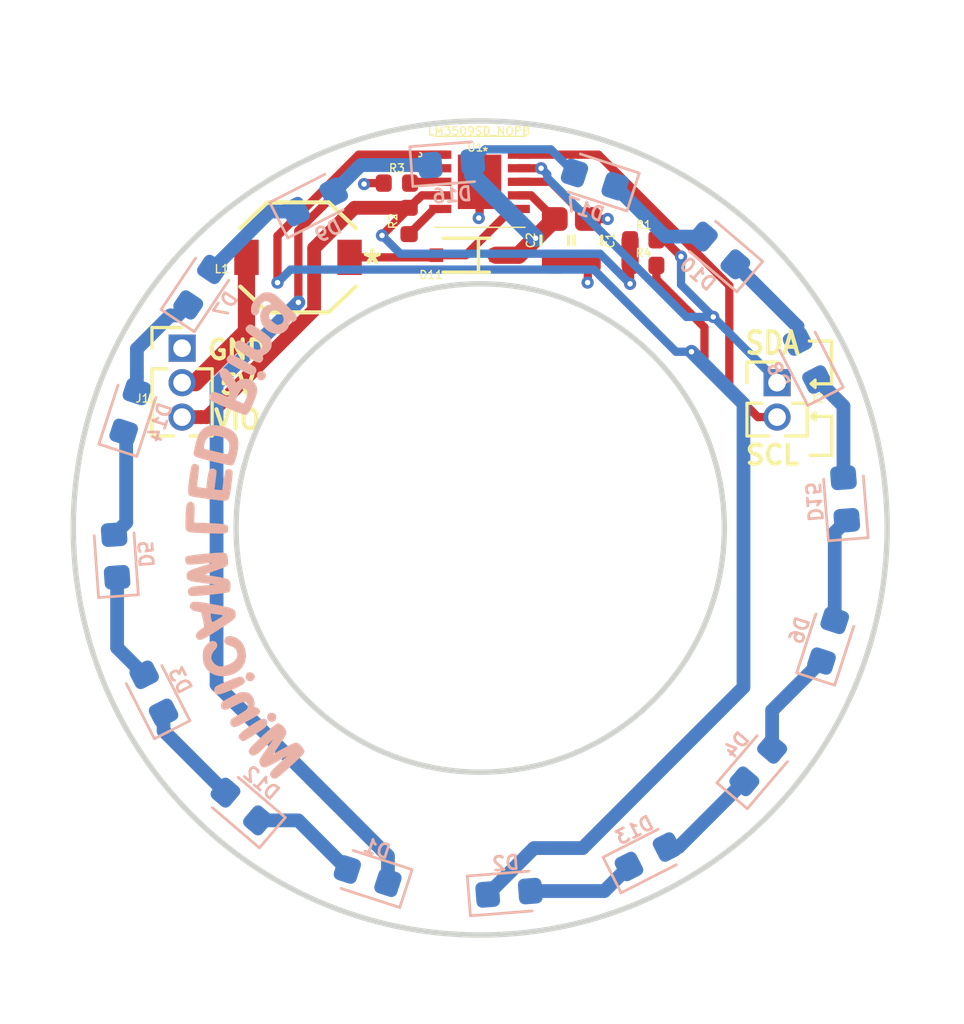
<source format=kicad_pcb>
(kicad_pcb (version 20171130) (host pcbnew "(5.1.4)-1")

  (general
    (thickness 1.6)
    (drawings 30)
    (tracks 148)
    (zones 0)
    (modules 28)
    (nets 26)
  )

  (page A4)
  (layers
    (0 F.Cu signal)
    (1 In1.Cu power)
    (2 In2.Cu power)
    (31 B.Cu signal)
    (32 B.Adhes user)
    (33 F.Adhes user)
    (34 B.Paste user)
    (35 F.Paste user)
    (36 B.SilkS user)
    (37 F.SilkS user)
    (38 B.Mask user)
    (39 F.Mask user)
    (40 Dwgs.User user hide)
    (41 Cmts.User user)
    (42 Eco1.User user)
    (43 Eco2.User user)
    (44 Edge.Cuts user)
    (45 Margin user)
    (46 B.CrtYd user hide)
    (47 F.CrtYd user hide)
    (48 B.Fab user hide)
    (49 F.Fab user hide)
  )

  (setup
    (last_trace_width 0.1016)
    (user_trace_width 0.1016)
    (user_trace_width 0.127)
    (user_trace_width 0.1524)
    (user_trace_width 0.1778)
    (user_trace_width 0.2032)
    (user_trace_width 0.3048)
    (user_trace_width 0.508)
    (user_trace_width 0.635)
    (user_trace_width 0.762)
    (trace_clearance 0.1016)
    (zone_clearance 0.254)
    (zone_45_only no)
    (trace_min 0.1016)
    (via_size 0.45)
    (via_drill 0.2)
    (via_min_size 0.45)
    (via_min_drill 0.2)
    (user_via 0.45 0.2)
    (uvia_size 0.3556)
    (uvia_drill 0.1016)
    (uvias_allowed no)
    (uvia_min_size 0.2)
    (uvia_min_drill 0.1)
    (edge_width 0.2)
    (segment_width 0.2)
    (pcb_text_width 0.3)
    (pcb_text_size 1.5 1.5)
    (mod_edge_width 0.12)
    (mod_text_size 1 1)
    (mod_text_width 0.15)
    (pad_size 1.524 1.524)
    (pad_drill 0.762)
    (pad_to_mask_clearance 0.0254)
    (solder_mask_min_width 0.1016)
    (aux_axis_origin 0 0)
    (visible_elements 7FFFFFFF)
    (pcbplotparams
      (layerselection 0x010fc_ffffffff)
      (usegerberextensions false)
      (usegerberattributes false)
      (usegerberadvancedattributes false)
      (creategerberjobfile false)
      (excludeedgelayer true)
      (linewidth 0.100000)
      (plotframeref false)
      (viasonmask false)
      (mode 1)
      (useauxorigin false)
      (hpglpennumber 1)
      (hpglpenspeed 20)
      (hpglpendiameter 15.000000)
      (psnegative false)
      (psa4output false)
      (plotreference true)
      (plotvalue true)
      (plotinvisibletext false)
      (padsonsilk false)
      (subtractmaskfromsilk false)
      (outputformat 1)
      (mirror false)
      (drillshape 0)
      (scaleselection 1)
      (outputdirectory "Gerber/"))
  )

  (net 0 "")
  (net 1 +5V)
  (net 2 GND)
  (net 3 "Net-(D1-Pad2)")
  (net 4 "Net-(D1-Pad1)")
  (net 5 "Net-(D2-Pad1)")
  (net 6 "Net-(D3-Pad2)")
  (net 7 "Net-(D4-Pad2)")
  (net 8 "Net-(D7-Pad2)")
  (net 9 "Net-(D10-Pad1)")
  (net 10 OVP)
  (net 11 "Net-(D11-Pad2)")
  (net 12 SDA)
  (net 13 "Net-(R2-Pad2)")
  (net 14 "Net-(R3-Pad2)")
  (net 15 SCL)
  (net 16 +2V8)
  (net 17 "Net-(D13-Pad1)")
  (net 18 "Net-(D12-Pad2)")
  (net 19 "Net-(D13-Pad2)")
  (net 20 "Net-(D14-Pad1)")
  (net 21 "Net-(D15-Pad1)")
  (net 22 "Net-(D14-Pad2)")
  (net 23 "Net-(D15-Pad2)")
  (net 24 "Net-(D16-Pad1)")
  (net 25 "Net-(D10-Pad2)")

  (net_class Default "This is the default net class."
    (clearance 0.1016)
    (trace_width 0.1016)
    (via_dia 0.45)
    (via_drill 0.2)
    (uvia_dia 0.3556)
    (uvia_drill 0.1016)
    (add_net +2V8)
    (add_net +5V)
    (add_net GND)
    (add_net "Net-(D1-Pad1)")
    (add_net "Net-(D1-Pad2)")
    (add_net "Net-(D10-Pad1)")
    (add_net "Net-(D10-Pad2)")
    (add_net "Net-(D11-Pad2)")
    (add_net "Net-(D12-Pad2)")
    (add_net "Net-(D13-Pad1)")
    (add_net "Net-(D13-Pad2)")
    (add_net "Net-(D14-Pad1)")
    (add_net "Net-(D14-Pad2)")
    (add_net "Net-(D15-Pad1)")
    (add_net "Net-(D15-Pad2)")
    (add_net "Net-(D16-Pad1)")
    (add_net "Net-(D2-Pad1)")
    (add_net "Net-(D3-Pad2)")
    (add_net "Net-(D4-Pad2)")
    (add_net "Net-(D7-Pad2)")
    (add_net "Net-(R2-Pad2)")
    (add_net "Net-(R3-Pad2)")
    (add_net OVP)
    (add_net SCL)
    (add_net SDA)
  )

  (module .Logo:Minicam_LED_Ring (layer B.Cu) (tedit 0) (tstamp 5F13CE49)
    (at 101.03104 80.28432 90)
    (fp_text reference G*** (at 0 0 90) (layer B.SilkS) hide
      (effects (font (size 1.524 1.524) (thickness 0.3)) (justify mirror))
    )
    (fp_text value LOGO (at 0.75 0 90) (layer B.SilkS) hide
      (effects (font (size 1.524 1.524) (thickness 0.3)) (justify mirror))
    )
    (fp_poly (pts (xy -1.681912 -0.595529) (xy -1.607964 -0.609136) (xy -1.553347 -0.641024) (xy -1.512773 -0.698726)
      (xy -1.480956 -0.789777) (xy -1.45261 -0.921711) (xy -1.422447 -1.102063) (xy -1.422271 -1.103175)
      (xy -1.399089 -1.250904) (xy -1.379157 -1.380726) (xy -1.364156 -1.481476) (xy -1.355767 -1.541985)
      (xy -1.354654 -1.552223) (xy -1.344998 -1.542003) (xy -1.320385 -1.486247) (xy -1.28396 -1.392879)
      (xy -1.238869 -1.269826) (xy -1.209064 -1.185334) (xy -1.156311 -1.038918) (xy -1.105994 -0.908516)
      (xy -1.062532 -0.804928) (xy -1.030345 -0.738954) (xy -1.020251 -0.723877) (xy -0.982811 -0.694336)
      (xy -0.928072 -0.680911) (xy -0.839523 -0.680511) (xy -0.800337 -0.682694) (xy -0.675333 -0.69669)
      (xy -0.596585 -0.725181) (xy -0.554207 -0.776842) (xy -0.538309 -0.86035) (xy -0.537176 -0.913623)
      (xy -0.540699 -1.021641) (xy -0.549388 -1.160698) (xy -0.562188 -1.32101) (xy -0.578045 -1.492793)
      (xy -0.595905 -1.666263) (xy -0.614711 -1.831636) (xy -0.63341 -1.979129) (xy -0.650946 -2.098956)
      (xy -0.666265 -2.181335) (xy -0.677548 -2.215704) (xy -0.740452 -2.252587) (xy -0.823569 -2.257023)
      (xy -0.902483 -2.231119) (xy -0.944471 -2.192668) (xy -0.960405 -2.16214) (xy -0.969948 -2.122623)
      (xy -0.973119 -2.064609) (xy -0.969937 -1.978585) (xy -0.960422 -1.855041) (xy -0.945481 -1.693717)
      (xy -0.931695 -1.543956) (xy -0.920987 -1.41541) (xy -0.914087 -1.317903) (xy -0.911722 -1.261261)
      (xy -0.91264 -1.251063) (xy -0.923308 -1.27344) (xy -0.946944 -1.340948) (xy -0.980584 -1.444571)
      (xy -1.021264 -1.575291) (xy -1.04554 -1.655388) (xy -1.103496 -1.842771) (xy -1.151847 -1.98227)
      (xy -1.194795 -2.080731) (xy -1.236541 -2.145001) (xy -1.281286 -2.181924) (xy -1.333231 -2.198349)
      (xy -1.380563 -2.201334) (xy -1.444904 -2.197526) (xy -1.494954 -2.181479) (xy -1.533822 -2.146251)
      (xy -1.564621 -2.084906) (xy -1.59046 -1.990505) (xy -1.614451 -1.856107) (xy -1.639705 -1.674775)
      (xy -1.648936 -1.602748) (xy -1.710736 -1.114778) (xy -1.746598 -1.538112) (xy -1.763494 -1.728648)
      (xy -1.778705 -1.870906) (xy -1.794258 -1.97293) (xy -1.812178 -2.042764) (xy -1.834492 -2.088451)
      (xy -1.863224 -2.118036) (xy -1.897734 -2.138274) (xy -1.983195 -2.15546) (xy -2.063215 -2.13239)
      (xy -2.11789 -2.076443) (xy -2.126626 -2.053406) (xy -2.130247 -2.000565) (xy -2.127595 -1.902949)
      (xy -2.119675 -1.770553) (xy -2.107494 -1.613372) (xy -2.092057 -1.441399) (xy -2.074369 -1.26463)
      (xy -2.055437 -1.093059) (xy -2.036267 -0.936681) (xy -2.017863 -0.805489) (xy -2.001233 -0.709479)
      (xy -1.98738 -0.658646) (xy -1.986023 -0.656167) (xy -1.954366 -0.619412) (xy -1.907634 -0.600161)
      (xy -1.828918 -0.59319) (xy -1.780476 -0.592667) (xy -1.681912 -0.595529)) (layer B.SilkS) (width 0.01))
    (fp_poly (pts (xy 0.41741 -0.6828) (xy 0.460053 -0.708272) (xy 0.491444 -0.767362) (xy 0.492142 -0.769056)
      (xy 0.508211 -0.836451) (xy 0.523121 -0.954822) (xy 0.536362 -1.118703) (xy 0.547424 -1.322628)
      (xy 0.550322 -1.392879) (xy 0.570796 -1.924981) (xy 0.871009 -1.918188) (xy 1.026301 -1.914906)
      (xy 1.135059 -1.914349) (xy 1.207182 -1.918112) (xy 1.252571 -1.927789) (xy 1.281125 -1.944974)
      (xy 1.302742 -1.971261) (xy 1.314929 -1.989667) (xy 1.344753 -2.045113) (xy 1.339775 -2.088735)
      (xy 1.315793 -2.129459) (xy 1.290244 -2.16176) (xy 1.256274 -2.186026) (xy 1.205459 -2.203854)
      (xy 1.129379 -2.216843) (xy 1.01961 -2.22659) (xy 0.86773 -2.234692) (xy 0.731709 -2.240245)
      (xy 0.545633 -2.244362) (xy 0.412612 -2.240257) (xy 0.32984 -2.227799) (xy 0.310343 -2.220533)
      (xy 0.253442 -2.168917) (xy 0.222809 -2.108409) (xy 0.215684 -2.057451) (xy 0.207666 -1.959605)
      (xy 0.199319 -1.824411) (xy 0.19121 -1.661405) (xy 0.183905 -1.480128) (xy 0.181681 -1.415308)
      (xy 0.174919 -1.192421) (xy 0.171921 -1.019576) (xy 0.174057 -0.890425) (xy 0.1827 -0.798617)
      (xy 0.199222 -0.737802) (xy 0.224995 -0.701629) (xy 0.26139 -0.683749) (xy 0.309779 -0.67781)
      (xy 0.3411 -0.677334) (xy 0.41741 -0.6828)) (layer B.SilkS) (width 0.01))
    (fp_poly (pts (xy 2.435596 -0.514489) (xy 2.473925 -0.521976) (xy 2.494469 -0.533568) (xy 2.530617 -0.594186)
      (xy 2.537556 -0.673443) (xy 2.514719 -0.743335) (xy 2.499066 -0.760839) (xy 2.456364 -0.777591)
      (xy 2.370009 -0.798329) (xy 2.252406 -0.820457) (xy 2.11596 -0.84138) (xy 2.11101 -0.842057)
      (xy 1.763889 -0.889302) (xy 1.77382 -1.030262) (xy 1.780801 -1.112476) (xy 1.78768 -1.166997)
      (xy 1.790822 -1.178817) (xy 1.819847 -1.17821) (xy 1.893063 -1.17073) (xy 1.998816 -1.15769)
      (xy 2.103303 -1.143539) (xy 2.252392 -1.122762) (xy 2.3557 -1.109685) (xy 2.423368 -1.104346)
      (xy 2.465539 -1.106778) (xy 2.492351 -1.117019) (xy 2.513948 -1.135102) (xy 2.523873 -1.145016)
      (xy 2.563684 -1.218194) (xy 2.55862 -1.297566) (xy 2.51056 -1.361511) (xy 2.504722 -1.365434)
      (xy 2.450974 -1.3853) (xy 2.355896 -1.407173) (xy 2.234373 -1.427998) (xy 2.138066 -1.440719)
      (xy 1.83491 -1.475713) (xy 1.852392 -1.633912) (xy 1.864887 -1.723873) (xy 1.878717 -1.789427)
      (xy 1.887437 -1.811113) (xy 1.920509 -1.814847) (xy 1.998379 -1.811488) (xy 2.109955 -1.801832)
      (xy 2.244147 -1.786677) (xy 2.266196 -1.783895) (xy 2.435743 -1.764199) (xy 2.55628 -1.755151)
      (xy 2.63418 -1.756499) (xy 2.675419 -1.76774) (xy 2.715925 -1.820615) (xy 2.731897 -1.896561)
      (xy 2.720736 -1.969038) (xy 2.698287 -2.001234) (xy 2.652695 -2.019728) (xy 2.562801 -2.041674)
      (xy 2.440505 -2.065256) (xy 2.297702 -2.088662) (xy 2.14629 -2.110077) (xy 1.998168 -2.127689)
      (xy 1.865231 -2.139682) (xy 1.760257 -2.144241) (xy 1.663879 -2.142733) (xy 1.608218 -2.13335)
      (xy 1.577584 -2.110168) (xy 1.556286 -2.067278) (xy 1.542768 -2.014589) (xy 1.524367 -1.916708)
      (xy 1.502595 -1.784526) (xy 1.478968 -1.628931) (xy 1.454997 -1.460813) (xy 1.432196 -1.291062)
      (xy 1.412079 -1.130566) (xy 1.396159 -0.990217) (xy 1.385949 -0.880902) (xy 1.382889 -0.819557)
      (xy 1.386711 -0.756304) (xy 1.402851 -0.707211) (xy 1.43832 -0.669138) (xy 1.500131 -0.638946)
      (xy 1.595295 -0.613493) (xy 1.730823 -0.58964) (xy 1.913728 -0.564247) (xy 1.968843 -0.557141)
      (xy 2.148866 -0.534857) (xy 2.281227 -0.520564) (xy 2.374083 -0.513897) (xy 2.435596 -0.514489)) (layer B.SilkS) (width 0.01))
    (fp_poly (pts (xy -2.811895 -0.399946) (xy -2.797758 -0.400871) (xy -2.735917 -0.407979) (xy -2.685813 -0.424338)
      (xy -2.644591 -0.456251) (xy -2.609401 -0.510025) (xy -2.57739 -0.591962) (xy -2.545704 -0.708367)
      (xy -2.511492 -0.865546) (xy -2.471901 -1.069802) (xy -2.455589 -1.157112) (xy -2.412121 -1.395225)
      (xy -2.379866 -1.584366) (xy -2.358469 -1.730809) (xy -2.347573 -1.840828) (xy -2.346821 -1.920697)
      (xy -2.355857 -1.97669) (xy -2.374325 -2.015081) (xy -2.401867 -2.042143) (xy -2.405168 -2.044511)
      (xy -2.495115 -2.084609) (xy -2.575878 -2.069856) (xy -2.623546 -2.033121) (xy -2.662925 -1.967799)
      (xy -2.69188 -1.871562) (xy -2.697258 -1.839179) (xy -2.71143 -1.752922) (xy -2.726751 -1.689744)
      (xy -2.733656 -1.673112) (xy -2.767604 -1.656244) (xy -2.844044 -1.633436) (xy -2.949841 -1.608322)
      (xy -3.018252 -1.594367) (xy -3.149267 -1.571046) (xy -3.233861 -1.561158) (xy -3.28031 -1.564201)
      (xy -3.296298 -1.577449) (xy -3.319047 -1.618376) (xy -3.36464 -1.685301) (xy -3.397801 -1.730192)
      (xy -3.487463 -1.820676) (xy -3.576935 -1.859334) (xy -3.661556 -1.844809) (xy -3.699607 -1.818075)
      (xy -3.73156 -1.782121) (xy -3.747904 -1.740806) (xy -3.746246 -1.688176) (xy -3.724194 -1.618274)
      (xy -3.679357 -1.525145) (xy -3.609341 -1.402833) (xy -3.521544 -1.261172) (xy -3.094449 -1.261172)
      (xy -3.094309 -1.261321) (xy -3.054479 -1.279467) (xy -2.980954 -1.299369) (xy -2.896053 -1.315844)
      (xy -2.826258 -1.323556) (xy -2.77717 -1.314208) (xy -2.774096 -1.28903) (xy -2.784319 -1.243066)
      (xy -2.796999 -1.159514) (xy -2.808668 -1.062859) (xy -2.821908 -0.965525) (xy -2.837079 -0.892762)
      (xy -2.850698 -0.860622) (xy -2.873434 -0.876538) (xy -2.913987 -0.928902) (xy -2.964083 -1.004105)
      (xy -3.015449 -1.08854) (xy -3.059814 -1.168601) (xy -3.088905 -1.23068) (xy -3.094449 -1.261172)
      (xy -3.521544 -1.261172) (xy -3.511757 -1.245382) (xy -3.399042 -1.069732) (xy -3.271348 -0.872806)
      (xy -3.169812 -0.718235) (xy -3.089914 -0.600992) (xy -3.027136 -0.516051) (xy -2.97696 -0.458385)
      (xy -2.934866 -0.422968) (xy -2.896336 -0.404774) (xy -2.856852 -0.398775) (xy -2.811895 -0.399946)) (layer B.SilkS) (width 0.01))
    (fp_poly (pts (xy 3.681194 -0.323078) (xy 3.814607 -0.386573) (xy 3.926649 -0.488904) (xy 3.981682 -0.562733)
      (xy 4.065993 -0.724489) (xy 4.123857 -0.907214) (xy 4.1534 -1.096016) (xy 4.152749 -1.276001)
      (xy 4.120027 -1.432273) (xy 4.097692 -1.484509) (xy 4.035535 -1.586842) (xy 3.96025 -1.66849)
      (xy 3.862452 -1.735028) (xy 3.732758 -1.792031) (xy 3.561781 -1.845074) (xy 3.437108 -1.876922)
      (xy 3.293769 -1.911308) (xy 3.194693 -1.932879) (xy 3.129282 -1.942093) (xy 3.086939 -1.939407)
      (xy 3.057064 -1.925279) (xy 3.02906 -1.900164) (xy 3.02364 -1.894752) (xy 2.995328 -1.843292)
      (xy 2.957655 -1.736177) (xy 2.910621 -1.573415) (xy 2.85423 -1.355015) (xy 2.825803 -1.238585)
      (xy 2.783198 -1.058884) (xy 2.745556 -0.895016) (xy 2.714818 -0.755854) (xy 2.709131 -0.728425)
      (xy 3.087171 -0.728425) (xy 3.098445 -0.77241) (xy 3.119823 -0.85975) (xy 3.148499 -0.97885)
      (xy 3.181668 -1.118116) (xy 3.190897 -1.157112) (xy 3.224488 -1.297039) (xy 3.254293 -1.417146)
      (xy 3.277594 -1.506768) (xy 3.291671 -1.555242) (xy 3.293677 -1.560144) (xy 3.328579 -1.570354)
      (xy 3.400018 -1.564456) (xy 3.491337 -1.545226) (xy 3.585882 -1.515436) (xy 3.603515 -1.508536)
      (xy 3.682928 -1.45444) (xy 3.741012 -1.379858) (xy 3.774116 -1.265285) (xy 3.776469 -1.125352)
      (xy 3.751935 -0.977029) (xy 3.704376 -0.837285) (xy 3.637655 -0.723091) (xy 3.578321 -0.665088)
      (xy 3.508871 -0.636317) (xy 3.416493 -0.623628) (xy 3.314941 -0.625248) (xy 3.217967 -0.639403)
      (xy 3.139327 -0.66432) (xy 3.092773 -0.698224) (xy 3.087171 -0.728425) (xy 2.709131 -0.728425)
      (xy 2.692925 -0.65027) (xy 2.681818 -0.587134) (xy 2.680829 -0.575874) (xy 2.692848 -0.52163)
      (xy 2.732989 -0.475843) (xy 2.808231 -0.434697) (xy 2.925553 -0.394373) (xy 3.091732 -0.351101)
      (xy 3.325855 -0.306792) (xy 3.52031 -0.296968) (xy 3.681194 -0.323078)) (layer B.SilkS) (width 0.01))
    (fp_poly (pts (xy -4.123991 -0.042401) (xy -3.951059 -0.106781) (xy -3.806491 -0.205505) (xy -3.69732 -0.332595)
      (xy -3.630579 -0.482077) (xy -3.612444 -0.617967) (xy -3.630922 -0.727602) (xy -3.685821 -0.794736)
      (xy -3.776343 -0.818415) (xy -3.780338 -0.818445) (xy -3.845462 -0.808656) (xy -3.89321 -0.772393)
      (xy -3.932381 -0.699314) (xy -3.965384 -0.600925) (xy -4.016549 -0.475022) (xy -4.086734 -0.393309)
      (xy -4.186261 -0.344206) (xy -4.197156 -0.340949) (xy -4.32892 -0.329032) (xy -4.448107 -0.370546)
      (xy -4.552089 -0.463358) (xy -4.638237 -0.605339) (xy -4.688491 -0.739264) (xy -4.71959 -0.847837)
      (xy -4.733511 -0.921935) (xy -4.731561 -0.980416) (xy -4.715046 -1.042137) (xy -4.710414 -1.055659)
      (xy -4.649004 -1.162481) (xy -4.555644 -1.245813) (xy -4.447218 -1.292585) (xy -4.397091 -1.298223)
      (xy -4.270995 -1.271552) (xy -4.147431 -1.19585) (xy -4.094358 -1.145682) (xy -4.013711 -1.089432)
      (xy -3.930212 -1.077156) (xy -3.856767 -1.102983) (xy -3.806284 -1.161046) (xy -3.791672 -1.245473)
      (xy -3.797542 -1.280649) (xy -3.839004 -1.362724) (xy -3.915421 -1.450869) (xy -4.01014 -1.528294)
      (xy -4.08426 -1.569698) (xy -4.185363 -1.595207) (xy -4.318237 -1.60516) (xy -4.460456 -1.599778)
      (xy -4.589596 -1.579279) (xy -4.639995 -1.564266) (xy -4.81228 -1.473553) (xy -4.944982 -1.344206)
      (xy -5.035488 -1.180238) (xy -5.081188 -0.985666) (xy -5.086417 -0.877927) (xy -5.061945 -0.653802)
      (xy -4.995173 -0.455279) (xy -4.890769 -0.287584) (xy -4.753403 -0.155939) (xy -4.587743 -0.065571)
      (xy -4.398458 -0.021704) (xy -4.318253 -0.018337) (xy -4.123991 -0.042401)) (layer B.SilkS) (width 0.01))
    (fp_poly (pts (xy 5.591556 0.369679) (xy 5.713936 0.303382) (xy 5.805972 0.199399) (xy 5.859628 0.063331)
      (xy 5.870117 -0.039003) (xy 5.858459 -0.138835) (xy 5.828106 -0.236299) (xy 5.786205 -0.31579)
      (xy 5.739905 -0.361701) (xy 5.719754 -0.367247) (xy 5.725232 -0.378675) (xy 5.77145 -0.408262)
      (xy 5.846796 -0.448767) (xy 5.988351 -0.529177) (xy 6.109263 -0.614331) (xy 6.19976 -0.696262)
      (xy 6.25007 -0.767003) (xy 6.255145 -0.781693) (xy 6.251278 -0.859669) (xy 6.225461 -0.917428)
      (xy 6.15712 -0.976804) (xy 6.064169 -0.987306) (xy 5.949812 -0.94918) (xy 5.852137 -0.888975)
      (xy 5.687522 -0.773995) (xy 5.558104 -0.693141) (xy 5.456552 -0.643427) (xy 5.375535 -0.621865)
      (xy 5.307723 -0.625468) (xy 5.255466 -0.64583) (xy 5.228707 -0.662555) (xy 5.216834 -0.68433)
      (xy 5.221488 -0.722585) (xy 5.244311 -0.788748) (xy 5.286946 -0.89425) (xy 5.293412 -0.90995)
      (xy 5.336853 -1.021694) (xy 5.370182 -1.119382) (xy 5.388187 -1.187231) (xy 5.389928 -1.202126)
      (xy 5.365606 -1.276792) (xy 5.303444 -1.333966) (xy 5.221737 -1.362079) (xy 5.149576 -1.354116)
      (xy 5.118955 -1.340747) (xy 5.091633 -1.321152) (xy 5.064043 -1.288764) (xy 5.032619 -1.237018)
      (xy 4.993792 -1.159348) (xy 4.943997 -1.049188) (xy 4.879665 -0.899971) (xy 4.798026 -0.70702)
      (xy 4.710066 -0.49705) (xy 4.643153 -0.332413) (xy 4.595814 -0.206685) (xy 4.566573 -0.113441)
      (xy 4.566302 -0.111997) (xy 4.958751 -0.111997) (xy 4.964326 -0.136439) (xy 4.991169 -0.192683)
      (xy 5.025858 -0.271863) (xy 5.033159 -0.289278) (xy 5.063292 -0.355422) (xy 5.08527 -0.392335)
      (xy 5.089159 -0.395112) (xy 5.119331 -0.384505) (xy 5.185188 -0.357018) (xy 5.252877 -0.327306)
      (xy 5.348372 -0.27832) (xy 5.435561 -0.222896) (xy 5.500923 -0.170742) (xy 5.530937 -0.131564)
      (xy 5.531556 -0.127229) (xy 5.521123 -0.095832) (xy 5.498495 -0.042985) (xy 5.453546 0.018737)
      (xy 5.386236 0.045225) (xy 5.28915 0.037093) (xy 5.15487 -0.005046) (xy 5.134552 -0.012889)
      (xy 5.033983 -0.054715) (xy 4.978321 -0.085618) (xy 4.958751 -0.111997) (xy 4.566302 -0.111997)
      (xy 4.553957 -0.046259) (xy 4.556491 0.001285) (xy 4.5727 0.035614) (xy 4.601109 0.063154)
      (xy 4.618358 0.075649) (xy 4.684961 0.11363) (xy 4.789665 0.164546) (xy 4.91757 0.221915)
      (xy 5.053775 0.279259) (xy 5.18338 0.330098) (xy 5.287902 0.366813) (xy 5.446866 0.392689)
      (xy 5.591556 0.369679)) (layer B.SilkS) (width 0.01))
    (fp_poly (pts (xy -5.227681 -0.067774) (xy -5.170946 -0.100378) (xy -5.117741 -0.170021) (xy -5.108222 -0.229075)
      (xy -5.119077 -0.281702) (xy -5.148515 -0.373997) (xy -5.191848 -0.494203) (xy -5.244386 -0.630567)
      (xy -5.301441 -0.771331) (xy -5.358324 -0.90474) (xy -5.410345 -1.019039) (xy -5.452815 -1.102471)
      (xy -5.464319 -1.121834) (xy -5.522563 -1.167953) (xy -5.605167 -1.186692) (xy -5.685957 -1.175057)
      (xy -5.723466 -1.151467) (xy -5.750097 -1.102859) (xy -5.75364 -1.028834) (xy -5.732897 -0.923763)
      (xy -5.686671 -0.782018) (xy -5.613766 -0.59797) (xy -5.597539 -0.559496) (xy -5.514702 -0.370579)
      (xy -5.445971 -0.230505) (xy -5.387125 -0.13473) (xy -5.333942 -0.078712) (xy -5.282201 -0.057908)
      (xy -5.227681 -0.067774)) (layer B.SilkS) (width 0.01))
    (fp_poly (pts (xy -6.341296 0.487655) (xy -6.308823 0.469019) (xy -6.24888 0.40251) (xy -6.237111 0.349067)
      (xy -6.229966 0.297453) (xy -6.196868 0.287619) (xy -6.165498 0.294077) (xy -6.060211 0.297086)
      (xy -5.939073 0.265715) (xy -5.824544 0.207039) (xy -5.78011 0.172688) (xy -5.725625 0.114489)
      (xy -5.695834 0.049779) (xy -5.680792 -0.044632) (xy -5.679205 -0.062652) (xy -5.675346 -0.13194)
      (xy -5.67956 -0.191208) (xy -5.695983 -0.253259) (xy -5.728754 -0.330893) (xy -5.782011 -0.436909)
      (xy -5.82899 -0.526004) (xy -5.895685 -0.649192) (xy -5.956655 -0.757446) (xy -6.005121 -0.839009)
      (xy -6.034152 -0.881945) (xy -6.095226 -0.918101) (xy -6.178507 -0.930426) (xy -6.25637 -0.91723)
      (xy -6.287911 -0.897467) (xy -6.318459 -0.83172) (xy -6.310357 -0.732444) (xy -6.263128 -0.597439)
      (xy -6.191108 -0.451556) (xy -6.113474 -0.304468) (xy -6.062648 -0.196964) (xy -6.036279 -0.120301)
      (xy -6.032017 -0.065734) (xy -6.047511 -0.024517) (xy -6.069309 0.001531) (xy -6.15292 0.049262)
      (xy -6.247285 0.047403) (xy -6.307823 0.017486) (xy -6.342859 -0.022162) (xy -6.396808 -0.099622)
      (xy -6.461796 -0.203025) (xy -6.518458 -0.300014) (xy -6.587579 -0.420766) (xy -6.637518 -0.500804)
      (xy -6.676241 -0.548899) (xy -6.711716 -0.573824) (xy -6.751911 -0.58435) (xy -6.779318 -0.587214)
      (xy -6.857062 -0.585214) (xy -6.906245 -0.555465) (xy -6.929195 -0.525096) (xy -6.949302 -0.490341)
      (xy -6.959192 -0.455204) (xy -6.956195 -0.412004) (xy -6.937639 -0.353063) (xy -6.900855 -0.2707)
      (xy -6.843171 -0.157235) (xy -6.761916 -0.004988) (xy -6.723768 0.065622) (xy -6.62954 0.235523)
      (xy -6.554166 0.359123) (xy -6.49265 0.44128) (xy -6.439998 0.486849) (xy -6.391212 0.500688)
      (xy -6.341296 0.487655)) (layer B.SilkS) (width 0.01))
    (fp_poly (pts (xy 6.25153 0.353199) (xy 6.299927 0.3175) (xy 6.328449 0.275826) (xy 6.377568 0.19463)
      (xy 6.441292 0.084178) (xy 6.513631 -0.045261) (xy 6.54419 -0.101072) (xy 6.636748 -0.276955)
      (xy 6.699664 -0.412553) (xy 6.73452 -0.514605) (xy 6.742898 -0.589848) (xy 6.726379 -0.645022)
      (xy 6.686545 -0.686864) (xy 6.682387 -0.689845) (xy 6.61321 -0.727664) (xy 6.555431 -0.723991)
      (xy 6.499948 -0.691635) (xy 6.463003 -0.65004) (xy 6.407962 -0.568791) (xy 6.340725 -0.458708)
      (xy 6.267189 -0.330612) (xy 6.193253 -0.195322) (xy 6.124816 -0.063658) (xy 6.067777 0.053561)
      (xy 6.028034 0.145515) (xy 6.011486 0.201383) (xy 6.011334 0.204614) (xy 6.03494 0.284286)
      (xy 6.094299 0.340089) (xy 6.172225 0.365301) (xy 6.25153 0.353199)) (layer B.SilkS) (width 0.01))
    (fp_poly (pts (xy 7.315934 0.906884) (xy 7.363572 0.885945) (xy 7.412226 0.843156) (xy 7.480182 0.765121)
      (xy 7.559925 0.662659) (xy 7.643937 0.546591) (xy 7.724704 0.427735) (xy 7.79471 0.31691)
      (xy 7.846438 0.224937) (xy 7.872372 0.162633) (xy 7.874 0.151169) (xy 7.853697 0.081699)
      (xy 7.804675 0.016393) (xy 7.744761 -0.023835) (xy 7.721086 -0.028223) (xy 7.671174 -0.021506)
      (xy 7.623035 0.003522) (xy 7.568953 0.054183) (xy 7.501212 0.137797) (xy 7.412097 0.261684)
      (xy 7.405409 0.271264) (xy 7.32624 0.381285) (xy 7.253192 0.476486) (xy 7.1952 0.545586)
      (xy 7.164685 0.57519) (xy 7.086274 0.602463) (xy 7.01429 0.577227) (xy 6.958899 0.503289)
      (xy 6.956179 0.497042) (xy 6.938608 0.436297) (xy 6.941054 0.373049) (xy 6.967198 0.297752)
      (xy 7.020722 0.200861) (xy 7.105308 0.072831) (xy 7.137747 0.026274) (xy 7.22463 -0.109863)
      (xy 7.270512 -0.215403) (xy 7.276888 -0.296896) (xy 7.245253 -0.360892) (xy 7.229722 -0.376626)
      (xy 7.147457 -0.418941) (xy 7.05889 -0.406588) (xy 6.989901 -0.359834) (xy 6.949532 -0.313834)
      (xy 6.885903 -0.231103) (xy 6.806728 -0.122098) (xy 6.719724 0.002728) (xy 6.689862 0.046719)
      (xy 6.585723 0.205938) (xy 6.515046 0.327839) (xy 6.476131 0.419254) (xy 6.467276 0.48702)
      (xy 6.486782 0.537971) (xy 6.532948 0.578942) (xy 6.554263 0.591727) (xy 6.619669 0.618682)
      (xy 6.670804 0.60949) (xy 6.6863 0.600694) (xy 6.726628 0.583119) (xy 6.747806 0.60563)
      (xy 6.758576 0.646166) (xy 6.799395 0.731433) (xy 6.87662 0.818948) (xy 6.973921 0.890836)
      (xy 6.9902 0.899662) (xy 7.086404 0.926061) (xy 7.204492 0.928119) (xy 7.315934 0.906884)) (layer B.SilkS) (width 0.01))
    (fp_poly (pts (xy -6.724998 0.74859) (xy -6.694311 0.728133) (xy -6.663638 0.681828) (xy -6.65732 0.622887)
      (xy -6.677728 0.545089) (xy -6.727234 0.442211) (xy -6.808209 0.308033) (xy -6.915877 0.146727)
      (xy -7.034204 -0.021756) (xy -7.128793 -0.145472) (xy -7.204748 -0.228175) (xy -7.267171 -0.273619)
      (xy -7.321167 -0.285555) (xy -7.37184 -0.267738) (xy -7.422444 -0.225778) (xy -7.464657 -0.165298)
      (xy -7.478889 -0.115276) (xy -7.463884 -0.075178) (xy -7.423124 0.001266) (xy -7.362986 0.103997)
      (xy -7.289849 0.222955) (xy -7.210091 0.348083) (xy -7.130092 0.469322) (xy -7.056231 0.576614)
      (xy -6.994885 0.659899) (xy -6.962832 0.6985) (xy -6.892019 0.74463) (xy -6.804742 0.762209)
      (xy -6.724998 0.74859)) (layer B.SilkS) (width 0.01))
    (fp_poly (pts (xy -5.074034 0.302999) (xy -5.030611 0.281341) (xy -4.968385 0.22003) (xy -4.941967 0.137882)
      (xy -4.955251 0.055896) (xy -4.981714 0.017651) (xy -5.056294 -0.021465) (xy -5.14528 -0.021842)
      (xy -5.222826 0.015689) (xy -5.232963 0.025726) (xy -5.271959 0.105439) (xy -5.263849 0.191033)
      (xy -5.212153 0.263427) (xy -5.185833 0.281332) (xy -5.124276 0.308665) (xy -5.074034 0.302999)) (layer B.SilkS) (width 0.01))
    (fp_poly (pts (xy -7.841765 2.130848) (xy -7.753449 2.088276) (xy -7.662036 2.019453) (xy -7.586993 1.941151)
      (xy -7.550798 1.880182) (xy -7.543007 1.843175) (xy -7.546616 1.797965) (xy -7.564518 1.737782)
      (xy -7.5996 1.655855) (xy -7.654752 1.545414) (xy -7.732865 1.399688) (xy -7.83344 1.217976)
      (xy -7.96487 0.982507) (xy -7.622614 1.211804) (xy -7.495495 1.295704) (xy -7.380257 1.369434)
      (xy -7.287248 1.426543) (xy -7.226813 1.460579) (xy -7.215096 1.465913) (xy -7.133814 1.469512)
      (xy -7.041205 1.433741) (xy -6.951255 1.369679) (xy -6.87795 1.288405) (xy -6.835276 1.201001)
      (xy -6.829778 1.160657) (xy -6.849749 1.112555) (xy -6.90757 1.029758) (xy -7.0001 0.916378)
      (xy -7.118898 0.782321) (xy -7.29945 0.585152) (xy -7.446701 0.426527) (xy -7.565059 0.302988)
      (xy -7.65893 0.211079) (xy -7.732722 0.147343) (xy -7.790843 0.108323) (xy -7.8377 0.090563)
      (xy -7.877701 0.090605) (xy -7.915252 0.104993) (xy -7.952387 0.1286) (xy -7.999703 0.181165)
      (xy -8.015111 0.228779) (xy -7.996906 0.310553) (xy -7.951984 0.401921) (xy -7.894884 0.473958)
      (xy -7.889555 0.478579) (xy -7.85365 0.513281) (xy -7.789146 0.580157) (xy -7.705276 0.669488)
      (xy -7.6139 0.768681) (xy -7.382856 1.021759) (xy -7.762484 0.751324) (xy -7.912214 0.64622)
      (xy -8.025254 0.571162) (xy -8.109564 0.521666) (xy -8.173102 0.49325) (xy -8.22383 0.48143)
      (xy -8.24357 0.480333) (xy -8.347738 0.502799) (xy -8.418524 0.566194) (xy -8.447565 0.662571)
      (xy -8.447852 0.674441) (xy -8.433489 0.728604) (xy -8.393313 0.822136) (xy -8.33169 0.946708)
      (xy -8.252989 1.093991) (xy -8.161578 1.255656) (xy -8.061823 1.423375) (xy -8.017141 1.495777)
      (xy -8.015486 1.507106) (xy -8.045932 1.481767) (xy -8.102765 1.425) (xy -8.155732 1.368777)
      (xy -8.303855 1.209563) (xy -8.419745 1.087817) (xy -8.508639 0.998789) (xy -8.575772 0.937731)
      (xy -8.626379 0.899896) (xy -8.665695 0.880533) (xy -8.698955 0.874896) (xy -8.700245 0.874888)
      (xy -8.788937 0.899124) (xy -8.845706 0.965181) (xy -8.861778 1.044609) (xy -8.853352 1.086235)
      (xy -8.824829 1.140575) (xy -8.771344 1.21428) (xy -8.688029 1.314002) (xy -8.570018 1.446392)
      (xy -8.558679 1.458871) (xy -8.384859 1.649391) (xy -8.244325 1.801685) (xy -8.132857 1.91971)
      (xy -8.046236 2.00742) (xy -7.980241 2.068771) (xy -7.930653 2.107718) (xy -7.893251 2.128218)
      (xy -7.863815 2.134225) (xy -7.841765 2.130848)) (layer B.SilkS) (width 0.01))
    (fp_poly (pts (xy 8.185031 1.843195) (xy 8.251864 1.789753) (xy 8.341883 1.709803) (xy 8.447514 1.610804)
      (xy 8.561183 1.500217) (xy 8.675316 1.385504) (xy 8.78234 1.274125) (xy 8.87468 1.17354)
      (xy 8.944761 1.09121) (xy 8.978275 1.045752) (xy 9.043467 0.898995) (xy 9.060299 0.743905)
      (xy 9.033002 0.61175) (xy 8.979618 0.518843) (xy 8.891648 0.414542) (xy 8.783929 0.314719)
      (xy 8.693975 0.249051) (xy 8.581547 0.196119) (xy 8.462402 0.169753) (xy 8.353218 0.171303)
      (xy 8.270673 0.20212) (xy 8.257016 0.213682) (xy 8.211556 0.288334) (xy 8.215517 0.361468)
      (xy 8.262403 0.423859) (xy 8.345721 0.466285) (xy 8.444374 0.479777) (xy 8.537295 0.487629)
      (xy 8.605254 0.519583) (xy 8.660874 0.569802) (xy 8.728218 0.657666) (xy 8.743519 0.737946)
      (xy 8.707553 0.82296) (xy 8.679208 0.860777) (xy 8.634514 0.913028) (xy 8.614614 0.924006)
      (xy 8.609167 0.896613) (xy 8.608793 0.880543) (xy 8.580599 0.760938) (xy 8.507488 0.654253)
      (xy 8.400904 0.570361) (xy 8.272293 0.519136) (xy 8.176987 0.508) (xy 8.012099 0.530322)
      (xy 7.864963 0.59202) (xy 7.739461 0.685188) (xy 7.639475 0.801921) (xy 7.568889 0.934314)
      (xy 7.531585 1.074462) (xy 7.531508 1.1521) (xy 7.85561 1.1521) (xy 7.860622 1.12658)
      (xy 7.897504 1.057867) (xy 7.961236 0.976282) (xy 8.034658 0.900983) (xy 8.100612 0.851129)
      (xy 8.112346 0.845507) (xy 8.173663 0.824693) (xy 8.221492 0.826802) (xy 8.284682 0.854282)
      (xy 8.298326 0.861291) (xy 8.376172 0.928035) (xy 8.407698 1.017477) (xy 8.392978 1.120162)
      (xy 8.332086 1.226639) (xy 8.295163 1.267829) (xy 8.183239 1.35174) (xy 8.071001 1.379511)
      (xy 7.990047 1.36512) (xy 7.918804 1.315514) (xy 7.869878 1.236926) (xy 7.85561 1.1521)
      (xy 7.531508 1.1521) (xy 7.531446 1.214459) (xy 7.572355 1.346401) (xy 7.658193 1.462383)
      (xy 7.693258 1.492861) (xy 7.767238 1.538037) (xy 7.854666 1.573886) (xy 7.935703 1.593996)
      (xy 7.990512 1.591957) (xy 7.994112 1.590091) (xy 8.00354 1.597373) (xy 7.989701 1.631635)
      (xy 7.97187 1.715107) (xy 8.000504 1.790727) (xy 8.06596 1.844505) (xy 8.148958 1.862666)
      (xy 8.185031 1.843195)) (layer B.SilkS) (width 0.01))
    (fp_poly (pts (xy 6.092466 0.690541) (xy 6.139704 0.627242) (xy 6.151697 0.541326) (xy 6.123229 0.4497)
      (xy 6.081895 0.410238) (xy 6.00544 0.395582) (xy 5.981513 0.395111) (xy 5.902214 0.402123)
      (xy 5.857824 0.429673) (xy 5.837813 0.463585) (xy 5.818388 0.561855) (xy 5.848943 0.646482)
      (xy 5.924851 0.704798) (xy 5.926141 0.705337) (xy 6.018455 0.720236) (xy 6.092466 0.690541)) (layer B.SilkS) (width 0.01))
    (fp_poly (pts (xy -6.517217 1.076933) (xy -6.460759 1.01708) (xy -6.436299 0.938129) (xy -6.450415 0.857102)
      (xy -6.486278 0.808707) (xy -6.569233 0.766506) (xy -6.65697 0.77704) (xy -6.716889 0.818444)
      (xy -6.764409 0.898163) (xy -6.764802 0.980812) (xy -6.724402 1.051214) (xy -6.649545 1.094193)
      (xy -6.599096 1.100666) (xy -6.517217 1.076933)) (layer B.SilkS) (width 0.01))
  )

  (module footprints:VLF4012AT-100MR79 (layer F.Cu) (tedit 0) (tstamp 5E8B81FD)
    (at 102.9335 69.93636 180)
    (path /5E8B36F1)
    (fp_text reference L1 (at 2.81178 -0.42926) (layer F.SilkS)
      (effects (font (size 0.3 0.3) (thickness 0.05)))
    )
    (fp_text value 10uH (at 0 2.28) (layer F.Fab)
      (effects (font (size 1 1) (thickness 0.15)))
    )
    (fp_line (start 2.604 2.154) (end -2.604 2.154) (layer F.CrtYd) (width 0.1524))
    (fp_line (start 2.604 -2.154) (end 2.604 2.154) (layer F.CrtYd) (width 0.1524))
    (fp_line (start -2.604 -2.154) (end 2.604 -2.154) (layer F.CrtYd) (width 0.1524))
    (fp_line (start -2.604 2.154) (end -2.604 -2.154) (layer F.CrtYd) (width 0.1524))
    (fp_line (start 1 -1.9) (end -1 -1.9) (layer F.Fab) (width 0.1524))
    (fp_line (start 2 -0.95) (end 1 -1.9) (layer F.Fab) (width 0.1524))
    (fp_line (start 2 0.95) (end 2 -0.95) (layer F.Fab) (width 0.1524))
    (fp_line (start 1 1.9) (end 2 0.95) (layer F.Fab) (width 0.1524))
    (fp_line (start -1 1.9) (end 1 1.9) (layer F.Fab) (width 0.1524))
    (fp_line (start -2 0.95) (end -1 1.9) (layer F.Fab) (width 0.1524))
    (fp_line (start -2 -0.95) (end -2 0.95) (layer F.Fab) (width 0.1524))
    (fp_line (start -1 -1.9) (end -2 -0.95) (layer F.Fab) (width 0.1524))
    (fp_line (start 1.127 -2.027) (end -1.127 -2.027) (layer F.SilkS) (width 0.1524))
    (fp_line (start 2.127 -1.077) (end 1.127 -2.027) (layer F.SilkS) (width 0.1524))
    (fp_line (start 1.127 2.027) (end 2.127 1.077) (layer F.SilkS) (width 0.1524))
    (fp_line (start -1.127 2.027) (end 1.127 2.027) (layer F.SilkS) (width 0.1524))
    (fp_line (start -2.127 1.077) (end -1.127 2.027) (layer F.SilkS) (width 0.1524))
    (fp_line (start -1.127 -2.027) (end -2.127 -1.077) (layer F.SilkS) (width 0.1524))
    (fp_text user * (at -2.73812 -0.28448) (layer F.SilkS)
      (effects (font (size 1 1) (thickness 0.15)))
    )
    (fp_text user * (at -1.492 0) (layer F.Fab)
      (effects (font (size 1 1) (thickness 0.15)))
    )
    (fp_text user * (at -1.492 0) (layer F.Fab)
      (effects (font (size 1 1) (thickness 0.15)))
    )
    (fp_text user * (at -2.73812 -0.28194) (layer F.SilkS)
      (effects (font (size 1 1) (thickness 0.15)))
    )
    (fp_text user "Copyright 2016 Accelerated Designs. All rights reserved." (at 0 0) (layer Cmts.User)
      (effects (font (size 0.127 0.127) (thickness 0.002)))
    )
    (fp_text user %R (at 0 0) (layer F.Fab)
      (effects (font (size 0.8 0.8) (thickness 0.12)))
    )
    (pad 2 smd rect (at 1.9 0 180) (size 0.9 1.3) (layers F.Cu F.Paste F.Mask)
      (net 1 +5V))
    (pad 1 smd rect (at -1.9 0 180) (size 0.9 1.3) (layers F.Cu F.Paste F.Mask)
      (net 11 "Net-(D11-Pad2)"))
    (model "L:/Behavior Camera/KiCad LED Rings/10uH Inductor/10uH Inductor_VLF4012AT-100MR79 v2.step"
      (at (xyz 0 0 0))
      (scale (xyz 1 1 1))
      (rotate (xyz -90 0 0))
    )
  )

  (module Resistor_SMD:R_0402_1005Metric (layer F.Cu) (tedit 5B301BBD) (tstamp 5F11F4D9)
    (at 115.6589 69.28866 180)
    (descr "Resistor SMD 0402 (1005 Metric), square (rectangular) end terminal, IPC_7351 nominal, (Body size source: http://www.tortai-tech.com/upload/download/2011102023233369053.pdf), generated with kicad-footprint-generator")
    (tags resistor)
    (path /5E8B20E8)
    (attr smd)
    (fp_text reference R1 (at -0.01524 0.5461) (layer F.SilkS)
      (effects (font (size 0.3 0.3) (thickness 0.05)))
    )
    (fp_text value 10K (at 0 1.17) (layer F.Fab)
      (effects (font (size 1 1) (thickness 0.15)))
    )
    (fp_text user %R (at 0 0) (layer F.Fab)
      (effects (font (size 0.25 0.25) (thickness 0.04)))
    )
    (fp_line (start 0.93 0.47) (end -0.93 0.47) (layer F.CrtYd) (width 0.05))
    (fp_line (start 0.93 -0.47) (end 0.93 0.47) (layer F.CrtYd) (width 0.05))
    (fp_line (start -0.93 -0.47) (end 0.93 -0.47) (layer F.CrtYd) (width 0.05))
    (fp_line (start -0.93 0.47) (end -0.93 -0.47) (layer F.CrtYd) (width 0.05))
    (fp_line (start 0.5 0.25) (end -0.5 0.25) (layer F.Fab) (width 0.1))
    (fp_line (start 0.5 -0.25) (end 0.5 0.25) (layer F.Fab) (width 0.1))
    (fp_line (start -0.5 -0.25) (end 0.5 -0.25) (layer F.Fab) (width 0.1))
    (fp_line (start -0.5 0.25) (end -0.5 -0.25) (layer F.Fab) (width 0.1))
    (pad 2 smd roundrect (at 0.485 0 180) (size 0.59 0.64) (layers F.Cu F.Paste F.Mask) (roundrect_rratio 0.25)
      (net 16 +2V8))
    (pad 1 smd roundrect (at -0.485 0 180) (size 0.59 0.64) (layers F.Cu F.Paste F.Mask) (roundrect_rratio 0.25)
      (net 12 SDA))
    (model ${KISYS3DMOD}/Resistor_SMD.3dshapes/R_0402_1005Metric.wrl
      (at (xyz 0 0 0))
      (scale (xyz 1 1 1))
      (rotate (xyz 0 0 0))
    )
  )

  (module Resistor_SMD:R_0402_1005Metric (layer F.Cu) (tedit 5B301BBD) (tstamp 5EB47486)
    (at 107.02798 68.59524 270)
    (descr "Resistor SMD 0402 (1005 Metric), square (rectangular) end terminal, IPC_7351 nominal, (Body size source: http://www.tortai-tech.com/upload/download/2011102023233369053.pdf), generated with kicad-footprint-generator")
    (tags resistor)
    (path /5E8B1987)
    (attr smd)
    (fp_text reference R2 (at 0.00508 0.58928 90) (layer F.SilkS)
      (effects (font (size 0.3 0.3) (thickness 0.05)))
    )
    (fp_text value 10K (at 0 1.17 90) (layer F.Fab)
      (effects (font (size 1 1) (thickness 0.15)))
    )
    (fp_text user %R (at 0 0 90) (layer F.Fab)
      (effects (font (size 0.25 0.25) (thickness 0.04)))
    )
    (fp_line (start 0.93 0.47) (end -0.93 0.47) (layer F.CrtYd) (width 0.05))
    (fp_line (start 0.93 -0.47) (end 0.93 0.47) (layer F.CrtYd) (width 0.05))
    (fp_line (start -0.93 -0.47) (end 0.93 -0.47) (layer F.CrtYd) (width 0.05))
    (fp_line (start -0.93 0.47) (end -0.93 -0.47) (layer F.CrtYd) (width 0.05))
    (fp_line (start 0.5 0.25) (end -0.5 0.25) (layer F.Fab) (width 0.1))
    (fp_line (start 0.5 -0.25) (end 0.5 0.25) (layer F.Fab) (width 0.1))
    (fp_line (start -0.5 -0.25) (end 0.5 -0.25) (layer F.Fab) (width 0.1))
    (fp_line (start -0.5 0.25) (end -0.5 -0.25) (layer F.Fab) (width 0.1))
    (pad 2 smd roundrect (at 0.485 0 270) (size 0.59 0.64) (layers F.Cu F.Paste F.Mask) (roundrect_rratio 0.25)
      (net 13 "Net-(R2-Pad2)"))
    (pad 1 smd roundrect (at -0.485 0 270) (size 0.59 0.64) (layers F.Cu F.Paste F.Mask) (roundrect_rratio 0.25)
      (net 16 +2V8))
    (model ${KISYS3DMOD}/Resistor_SMD.3dshapes/R_0402_1005Metric.wrl
      (at (xyz 0 0 0))
      (scale (xyz 1 1 1))
      (rotate (xyz 0 0 0))
    )
  )

  (module Resistor_SMD:R_0402_1005Metric (layer F.Cu) (tedit 5B301BBD) (tstamp 5EB474B0)
    (at 106.5784 67.20078)
    (descr "Resistor SMD 0402 (1005 Metric), square (rectangular) end terminal, IPC_7351 nominal, (Body size source: http://www.tortai-tech.com/upload/download/2011102023233369053.pdf), generated with kicad-footprint-generator")
    (tags resistor)
    (path /5E8B1D0A)
    (attr smd)
    (fp_text reference R3 (at 0 -0.54864) (layer F.SilkS)
      (effects (font (size 0.3 0.3) (thickness 0.05)))
    )
    (fp_text value 8K (at 0 1.17) (layer F.Fab)
      (effects (font (size 1 1) (thickness 0.15)))
    )
    (fp_line (start -0.5 0.25) (end -0.5 -0.25) (layer F.Fab) (width 0.1))
    (fp_line (start -0.5 -0.25) (end 0.5 -0.25) (layer F.Fab) (width 0.1))
    (fp_line (start 0.5 -0.25) (end 0.5 0.25) (layer F.Fab) (width 0.1))
    (fp_line (start 0.5 0.25) (end -0.5 0.25) (layer F.Fab) (width 0.1))
    (fp_line (start -0.93 0.47) (end -0.93 -0.47) (layer F.CrtYd) (width 0.05))
    (fp_line (start -0.93 -0.47) (end 0.93 -0.47) (layer F.CrtYd) (width 0.05))
    (fp_line (start 0.93 -0.47) (end 0.93 0.47) (layer F.CrtYd) (width 0.05))
    (fp_line (start 0.93 0.47) (end -0.93 0.47) (layer F.CrtYd) (width 0.05))
    (fp_text user %R (at 0 0) (layer F.Fab)
      (effects (font (size 0.25 0.25) (thickness 0.04)))
    )
    (pad 1 smd roundrect (at -0.485 0) (size 0.59 0.64) (layers F.Cu F.Paste F.Mask) (roundrect_rratio 0.25)
      (net 2 GND))
    (pad 2 smd roundrect (at 0.485 0) (size 0.59 0.64) (layers F.Cu F.Paste F.Mask) (roundrect_rratio 0.25)
      (net 14 "Net-(R3-Pad2)"))
    (model ${KISYS3DMOD}/Resistor_SMD.3dshapes/R_0402_1005Metric.wrl
      (at (xyz 0 0 0))
      (scale (xyz 1 1 1))
      (rotate (xyz 0 0 0))
    )
  )

  (module footprints:LM3509SD&slash_NOPB (layer F.Cu) (tedit 0) (tstamp 5E951E5F)
    (at 109.6264 67.15252)
    (path /5E8A688C)
    (fp_text reference U1 (at -0.15748 -1.27) (layer F.SilkS)
      (effects (font (size 0.3 0.3) (thickness 0.05)))
    )
    (fp_text value LM3509SD_NOPB (at -0.02286 -1.86944) (layer F.SilkS)
      (effects (font (size 0.3 0.3) (thickness 0.05)))
    )
    (fp_circle (center -0.9144 -1) (end -0.8382 -1) (layer F.Fab) (width 0.1524))
    (fp_arc (start -2.2058 -1) (end -2.2058 -1.0762) (angle 208.660095) (layer F.SilkS) (width 0.05))
    (fp_line (start -1.8034 1.3008) (end -2.1082 1.3008) (layer F.CrtYd) (width 0.1524))
    (fp_line (start -1.8034 1.8034) (end -1.8034 1.3008) (layer F.CrtYd) (width 0.1524))
    (fp_line (start 1.8034 1.8034) (end -1.8034 1.8034) (layer F.CrtYd) (width 0.1524))
    (fp_line (start 1.8034 1.3008) (end 1.8034 1.8034) (layer F.CrtYd) (width 0.1524))
    (fp_line (start 2.1082 1.3008) (end 1.8034 1.3008) (layer F.CrtYd) (width 0.1524))
    (fp_line (start 2.1082 -1.3008) (end 2.1082 1.3008) (layer F.CrtYd) (width 0.1524))
    (fp_line (start 1.8034 -1.3008) (end 2.1082 -1.3008) (layer F.CrtYd) (width 0.1524))
    (fp_line (start 1.8034 -1.8034) (end 1.8034 -1.3008) (layer F.CrtYd) (width 0.1524))
    (fp_line (start -1.8034 -1.8034) (end 1.8034 -1.8034) (layer F.CrtYd) (width 0.1524))
    (fp_line (start -1.8034 -1.3008) (end -1.8034 -1.8034) (layer F.CrtYd) (width 0.1524))
    (fp_line (start -2.1082 -1.3008) (end -1.8034 -1.3008) (layer F.CrtYd) (width 0.1524))
    (fp_line (start -2.1082 1.3008) (end -2.1082 -1.3008) (layer F.CrtYd) (width 0.1524))
    (fp_line (start 0.8001 -1.0033) (end -0.8001 -1.0033) (layer F.Paste) (width 0.1524))
    (fp_line (start 0.8001 1.0033) (end 0.8001 -1.0033) (layer F.Paste) (width 0.1524))
    (fp_line (start -0.8001 1.0033) (end 0.8001 1.0033) (layer F.Paste) (width 0.1524))
    (fp_line (start -0.8001 -1.0033) (end -0.8001 1.0033) (layer F.Paste) (width 0.1524))
    (fp_line (start -1.5494 -1.5494) (end -1.5494 1.5494) (layer F.Fab) (width 0.1524))
    (fp_line (start 1.5494 -1.5494) (end -1.5494 -1.5494) (layer F.Fab) (width 0.1524))
    (fp_line (start 1.5494 1.5494) (end 1.5494 -1.5494) (layer F.Fab) (width 0.1524))
    (fp_line (start -1.5494 1.5494) (end 1.5494 1.5494) (layer F.Fab) (width 0.1524))
    (fp_line (start 1.6764 -1.6764) (end -1.6764 -1.6764) (layer F.SilkS) (width 0.05))
    (fp_line (start -1.6764 1.6764) (end 1.6764 1.6764) (layer F.SilkS) (width 0.05))
    (fp_line (start -1.0414 -1.5494) (end -1.5494 -1.0414) (layer F.Fab) (width 0.1524))
    (fp_text user 0.032in/0.813mm (at -1.4478 3.9624) (layer Dwgs.User)
      (effects (font (size 1 1) (thickness 0.15)))
    )
    (fp_text user 0.114in/2.896mm (at 0 -3.9624) (layer Dwgs.User)
      (effects (font (size 1 1) (thickness 0.15)))
    )
    (fp_text user 0.012in/0.305mm (at 4.4958 -1) (layer Dwgs.User)
      (effects (font (size 1 1) (thickness 0.15)))
    )
    (fp_text user 0.02in/0.5mm (at -4.4958 -0.75) (layer Dwgs.User)
      (effects (font (size 1 1) (thickness 0.15)))
    )
    (fp_text user * (at 0 0) (layer F.Fab)
      (effects (font (size 1 1) (thickness 0.15)))
    )
    (fp_text user * (at 0.21082 -1.11252) (layer F.SilkS)
      (effects (font (size 0.3 0.3) (thickness 0.05)))
    )
    (fp_text user "Copyright 2016 Accelerated Designs. All rights reserved." (at 0 0) (layer Cmts.User)
      (effects (font (size 0.127 0.127) (thickness 0.002)))
    )
    (pad 11 smd rect (at 0 0) (size 1.6002 2.0066) (layers F.Cu F.Paste F.Mask)
      (net 2 GND))
    (pad 10 smd rect (at 1.4478 -1.000001) (size 0.8128 0.3048) (layers F.Cu F.Paste F.Mask)
      (net 15 SCL))
    (pad 9 smd rect (at 1.4478 -0.499999) (size 0.8128 0.3048) (layers F.Cu F.Paste F.Mask)
      (net 12 SDA))
    (pad 8 smd rect (at 1.4478 0) (size 0.8128 0.3048) (layers F.Cu F.Paste F.Mask)
      (net 1 +5V))
    (pad 7 smd rect (at 1.4478 0.499999) (size 0.8128 0.3048) (layers F.Cu F.Paste F.Mask)
      (net 10 OVP))
    (pad 6 smd rect (at 1.4478 1.000001) (size 0.8128 0.3048) (layers F.Cu F.Paste F.Mask)
      (net 11 "Net-(D11-Pad2)"))
    (pad 5 smd rect (at -1.4478 1.000001) (size 0.8128 0.3048) (layers F.Cu F.Paste F.Mask)
      (net 13 "Net-(R2-Pad2)"))
    (pad 4 smd rect (at -1.4478 0.499999) (size 0.8128 0.3048) (layers F.Cu F.Paste F.Mask)
      (net 16 +2V8))
    (pad 3 smd rect (at -1.4478 0) (size 0.8128 0.3048) (layers F.Cu F.Paste F.Mask)
      (net 14 "Net-(R3-Pad2)"))
    (pad 2 smd rect (at -1.4478 -0.499999) (size 0.8128 0.3048) (layers F.Cu F.Paste F.Mask)
      (net 4 "Net-(D1-Pad1)"))
    (pad 1 smd rect (at -1.4478 -1.000001) (size 0.8128 0.3048) (layers F.Cu F.Paste F.Mask)
      (net 5 "Net-(D2-Pad1)"))
    (model "G:/Behavior Camera/KiCad LED Rings/LED Drivers/ul_LM3509SDNOPB/STEP/DSC0010A.stp"
      (at (xyz 0 0 0))
      (scale (xyz 1 1 1))
      (rotate (xyz -90 0 -90))
    )
    (model "L:/Behavior Camera/KiCad LED Rings/LED Drivers/ul_LM3509SDNOPB/STEP/DSC0010A.stp"
      (at (xyz 0 0 0))
      (scale (xyz 1 1 1))
      (rotate (xyz -90 0 90))
    )
  )

  (module LED_SMD:LED_0603_1608Metric (layer B.Cu) (tedit 5B301BBE) (tstamp 5E8B05AD)
    (at 105.498974 92.739848 162)
    (descr "LED SMD 0603 (1608 Metric), square (rectangular) end terminal, IPC_7351 nominal, (Body size source: http://www.tortai-tech.com/upload/download/2011102023233369053.pdf), generated with kicad-footprint-generator")
    (tags diode)
    (path /5E8B5C8A)
    (attr smd)
    (fp_text reference D1 (at -0.020313 1.07155 162) (layer B.SilkS)
      (effects (font (size 0.5 0.5) (thickness 0.1)) (justify mirror))
    )
    (fp_text value LED_Small_ALT (at 0 -1.43 162) (layer B.Fab)
      (effects (font (size 1 1) (thickness 0.15)) (justify mirror))
    )
    (fp_text user %R (at 0 0 162) (layer B.Fab)
      (effects (font (size 0.4 0.4) (thickness 0.06)) (justify mirror))
    )
    (fp_line (start 1.48 -0.73) (end -1.48 -0.73) (layer B.CrtYd) (width 0.05))
    (fp_line (start 1.48 0.73) (end 1.48 -0.73) (layer B.CrtYd) (width 0.05))
    (fp_line (start -1.48 0.73) (end 1.48 0.73) (layer B.CrtYd) (width 0.05))
    (fp_line (start -1.48 -0.73) (end -1.48 0.73) (layer B.CrtYd) (width 0.05))
    (fp_line (start -1.485 -0.735) (end 0.8 -0.735) (layer B.SilkS) (width 0.1))
    (fp_line (start -1.485 0.735) (end -1.485 -0.735) (layer B.SilkS) (width 0.1))
    (fp_line (start 0.8 0.735) (end -1.485 0.735) (layer B.SilkS) (width 0.1))
    (fp_line (start 0.8 -0.4) (end 0.8 0.4) (layer B.Fab) (width 0.1))
    (fp_line (start -0.8 -0.4) (end 0.8 -0.4) (layer B.Fab) (width 0.1))
    (fp_line (start -0.8 0.1) (end -0.8 -0.4) (layer B.Fab) (width 0.1))
    (fp_line (start -0.5 0.4) (end -0.8 0.1) (layer B.Fab) (width 0.1))
    (fp_line (start 0.8 0.4) (end -0.5 0.4) (layer B.Fab) (width 0.1))
    (pad 2 smd roundrect (at 0.7875 0 162) (size 0.875 0.95) (layers B.Cu B.Paste B.Mask) (roundrect_rratio 0.25)
      (net 3 "Net-(D1-Pad2)"))
    (pad 1 smd roundrect (at -0.7875 0 162) (size 0.875 0.95) (layers B.Cu B.Paste B.Mask) (roundrect_rratio 0.25)
      (net 4 "Net-(D1-Pad1)"))
    (model ${KISYS3DMOD}/LED_SMD.3dshapes/LED_0603_1608Metric.wrl
      (at (xyz 0 0 0))
      (scale (xyz 1 1 1))
      (rotate (xyz 0 0 0))
    )
  )

  (module LED_SMD:LED_0603_1608Metric (layer B.Cu) (tedit 5B301BBE) (tstamp 5E8B05BF)
    (at 110.710638 93.35318 4.5)
    (descr "LED SMD 0603 (1608 Metric), square (rectangular) end terminal, IPC_7351 nominal, (Body size source: http://www.tortai-tech.com/upload/download/2011102023233369053.pdf), generated with kicad-footprint-generator")
    (tags diode)
    (path /5E8B124A)
    (attr smd)
    (fp_text reference D2 (at -0.033133 -1.096199 4.5) (layer B.SilkS)
      (effects (font (size 0.5 0.5) (thickness 0.1)) (justify mirror))
    )
    (fp_text value LED_Small_ALT (at 0 -1.43 4.5) (layer B.Fab)
      (effects (font (size 1 1) (thickness 0.15)) (justify mirror))
    )
    (fp_line (start 0.8 0.4) (end -0.5 0.4) (layer B.Fab) (width 0.1))
    (fp_line (start -0.5 0.4) (end -0.8 0.1) (layer B.Fab) (width 0.1))
    (fp_line (start -0.8 0.1) (end -0.8 -0.4) (layer B.Fab) (width 0.1))
    (fp_line (start -0.8 -0.4) (end 0.8 -0.4) (layer B.Fab) (width 0.1))
    (fp_line (start 0.8 -0.4) (end 0.8 0.4) (layer B.Fab) (width 0.1))
    (fp_line (start 0.8 0.735) (end -1.485 0.735) (layer B.SilkS) (width 0.1))
    (fp_line (start -1.485 0.735) (end -1.485 -0.735) (layer B.SilkS) (width 0.1))
    (fp_line (start -1.485 -0.735) (end 0.8 -0.735) (layer B.SilkS) (width 0.1))
    (fp_line (start -1.48 -0.73) (end -1.48 0.73) (layer B.CrtYd) (width 0.05))
    (fp_line (start -1.48 0.73) (end 1.48 0.73) (layer B.CrtYd) (width 0.05))
    (fp_line (start 1.48 0.73) (end 1.48 -0.73) (layer B.CrtYd) (width 0.05))
    (fp_line (start 1.48 -0.73) (end -1.48 -0.73) (layer B.CrtYd) (width 0.05))
    (fp_text user %R (at 0 0 4.5) (layer B.Fab)
      (effects (font (size 0.4 0.4) (thickness 0.06)) (justify mirror))
    )
    (pad 1 smd roundrect (at -0.7875 0 4.5) (size 0.875 0.95) (layers B.Cu B.Paste B.Mask) (roundrect_rratio 0.25)
      (net 5 "Net-(D2-Pad1)"))
    (pad 2 smd roundrect (at 0.7875 0 4.5) (size 0.875 0.95) (layers B.Cu B.Paste B.Mask) (roundrect_rratio 0.25)
      (net 17 "Net-(D13-Pad1)"))
    (model ${KISYS3DMOD}/LED_SMD.3dshapes/LED_0603_1608Metric.wrl
      (at (xyz 0 0 0))
      (scale (xyz 1 1 1))
      (rotate (xyz 0 0 0))
    )
  )

  (module LED_SMD:LED_0603_1608Metric (layer B.Cu) (tedit 5B301BBE) (tstamp 5E8B05D1)
    (at 97.61982 86.02218 117)
    (descr "LED SMD 0603 (1608 Metric), square (rectangular) end terminal, IPC_7351 nominal, (Body size source: http://www.tortai-tech.com/upload/download/2011102023233369053.pdf), generated with kicad-footprint-generator")
    (tags diode)
    (path /5E8B5C94)
    (attr smd)
    (fp_text reference D3 (at 0.009956 1.082641 117) (layer B.SilkS)
      (effects (font (size 0.5 0.5) (thickness 0.1)) (justify mirror))
    )
    (fp_text value LED_Small_ALT (at 0 -1.43 117) (layer B.Fab)
      (effects (font (size 1 1) (thickness 0.15)) (justify mirror))
    )
    (fp_line (start 0.8 0.4) (end -0.5 0.4) (layer B.Fab) (width 0.1))
    (fp_line (start -0.5 0.4) (end -0.8 0.1) (layer B.Fab) (width 0.1))
    (fp_line (start -0.8 0.1) (end -0.8 -0.4) (layer B.Fab) (width 0.1))
    (fp_line (start -0.8 -0.4) (end 0.8 -0.4) (layer B.Fab) (width 0.1))
    (fp_line (start 0.8 -0.4) (end 0.8 0.4) (layer B.Fab) (width 0.1))
    (fp_line (start 0.8 0.735) (end -1.485 0.735) (layer B.SilkS) (width 0.1))
    (fp_line (start -1.485 0.735) (end -1.485 -0.735) (layer B.SilkS) (width 0.1))
    (fp_line (start -1.485 -0.735) (end 0.8 -0.735) (layer B.SilkS) (width 0.1))
    (fp_line (start -1.48 -0.73) (end -1.48 0.73) (layer B.CrtYd) (width 0.05))
    (fp_line (start -1.48 0.73) (end 1.48 0.73) (layer B.CrtYd) (width 0.05))
    (fp_line (start 1.48 0.73) (end 1.48 -0.73) (layer B.CrtYd) (width 0.05))
    (fp_line (start 1.48 -0.73) (end -1.48 -0.73) (layer B.CrtYd) (width 0.05))
    (fp_text user %R (at 0 0 117) (layer B.Fab)
      (effects (font (size 0.4 0.4) (thickness 0.06)) (justify mirror))
    )
    (pad 1 smd roundrect (at -0.7875 0 117) (size 0.875 0.95) (layers B.Cu B.Paste B.Mask) (roundrect_rratio 0.25)
      (net 18 "Net-(D12-Pad2)"))
    (pad 2 smd roundrect (at 0.7875 0 117) (size 0.875 0.95) (layers B.Cu B.Paste B.Mask) (roundrect_rratio 0.25)
      (net 6 "Net-(D3-Pad2)"))
    (model ${KISYS3DMOD}/LED_SMD.3dshapes/LED_0603_1608Metric.wrl
      (at (xyz 0 0 0))
      (scale (xyz 1 1 1))
      (rotate (xyz 0 0 0))
    )
  )

  (module LED_SMD:LED_0603_1608Metric (layer B.Cu) (tedit 5B301BBE) (tstamp 5E8B05E3)
    (at 119.89816 88.64854 49.5)
    (descr "LED SMD 0603 (1608 Metric), square (rectangular) end terminal, IPC_7351 nominal, (Body size source: http://www.tortai-tech.com/upload/download/2011102023233369053.pdf), generated with kicad-footprint-generator")
    (tags diode)
    (path /5E8B1A2E)
    (attr smd)
    (fp_text reference D4 (at 0.046004 -1.088152 49.5) (layer B.SilkS)
      (effects (font (size 0.5 0.5) (thickness 0.1)) (justify mirror))
    )
    (fp_text value LED_Small_ALT (at 0 -1.43 49.5) (layer B.Fab)
      (effects (font (size 1 1) (thickness 0.15)) (justify mirror))
    )
    (fp_text user %R (at 0 0 49.5) (layer B.Fab)
      (effects (font (size 0.4 0.4) (thickness 0.06)) (justify mirror))
    )
    (fp_line (start 1.48 -0.73) (end -1.48 -0.73) (layer B.CrtYd) (width 0.05))
    (fp_line (start 1.48 0.73) (end 1.48 -0.73) (layer B.CrtYd) (width 0.05))
    (fp_line (start -1.48 0.73) (end 1.48 0.73) (layer B.CrtYd) (width 0.05))
    (fp_line (start -1.48 -0.73) (end -1.48 0.73) (layer B.CrtYd) (width 0.05))
    (fp_line (start -1.485 -0.735) (end 0.8 -0.735) (layer B.SilkS) (width 0.1))
    (fp_line (start -1.485 0.735) (end -1.485 -0.735) (layer B.SilkS) (width 0.1))
    (fp_line (start 0.8 0.735) (end -1.485 0.735) (layer B.SilkS) (width 0.1))
    (fp_line (start 0.8 -0.4) (end 0.8 0.4) (layer B.Fab) (width 0.1))
    (fp_line (start -0.8 -0.4) (end 0.8 -0.4) (layer B.Fab) (width 0.1))
    (fp_line (start -0.8 0.1) (end -0.8 -0.4) (layer B.Fab) (width 0.1))
    (fp_line (start -0.5 0.4) (end -0.8 0.1) (layer B.Fab) (width 0.1))
    (fp_line (start 0.8 0.4) (end -0.5 0.4) (layer B.Fab) (width 0.1))
    (pad 2 smd roundrect (at 0.7875 0 49.5) (size 0.875 0.95) (layers B.Cu B.Paste B.Mask) (roundrect_rratio 0.25)
      (net 7 "Net-(D4-Pad2)"))
    (pad 1 smd roundrect (at -0.7875 0 49.5) (size 0.875 0.95) (layers B.Cu B.Paste B.Mask) (roundrect_rratio 0.25)
      (net 19 "Net-(D13-Pad2)"))
    (model ${KISYS3DMOD}/LED_SMD.3dshapes/LED_0603_1608Metric.wrl
      (at (xyz 0 0 0))
      (scale (xyz 1 1 1))
      (rotate (xyz 0 0 0))
    )
  )

  (module LED_SMD:LED_0603_1608Metric (layer B.Cu) (tedit 5B301BBE) (tstamp 5E8B05F5)
    (at 96.21012 80.94218 94)
    (descr "LED SMD 0603 (1608 Metric), square (rectangular) end terminal, IPC_7351 nominal, (Body size source: http://www.tortai-tech.com/upload/download/2011102023233369053.pdf), generated with kicad-footprint-generator")
    (tags diode)
    (path /5E8B5C9E)
    (attr smd)
    (fp_text reference D5 (at -0.005241 1.094501 94) (layer B.SilkS)
      (effects (font (size 0.5 0.5) (thickness 0.1)) (justify mirror))
    )
    (fp_text value LED_Small_ALT (at 0 -1.43 94) (layer B.Fab)
      (effects (font (size 1 1) (thickness 0.15)) (justify mirror))
    )
    (fp_text user %R (at 0 0 94) (layer B.Fab)
      (effects (font (size 0.4 0.4) (thickness 0.06)) (justify mirror))
    )
    (fp_line (start 1.48 -0.73) (end -1.48 -0.73) (layer B.CrtYd) (width 0.05))
    (fp_line (start 1.48 0.73) (end 1.48 -0.73) (layer B.CrtYd) (width 0.05))
    (fp_line (start -1.48 0.73) (end 1.48 0.73) (layer B.CrtYd) (width 0.05))
    (fp_line (start -1.48 -0.73) (end -1.48 0.73) (layer B.CrtYd) (width 0.05))
    (fp_line (start -1.485 -0.735) (end 0.8 -0.735) (layer B.SilkS) (width 0.1))
    (fp_line (start -1.485 0.735) (end -1.485 -0.735) (layer B.SilkS) (width 0.1))
    (fp_line (start 0.8 0.735) (end -1.485 0.735) (layer B.SilkS) (width 0.1))
    (fp_line (start 0.8 -0.4) (end 0.8 0.4) (layer B.Fab) (width 0.1))
    (fp_line (start -0.8 -0.4) (end 0.8 -0.4) (layer B.Fab) (width 0.1))
    (fp_line (start -0.8 0.1) (end -0.8 -0.4) (layer B.Fab) (width 0.1))
    (fp_line (start -0.5 0.4) (end -0.8 0.1) (layer B.Fab) (width 0.1))
    (fp_line (start 0.8 0.4) (end -0.5 0.4) (layer B.Fab) (width 0.1))
    (pad 2 smd roundrect (at 0.7875 0 94) (size 0.875 0.95) (layers B.Cu B.Paste B.Mask) (roundrect_rratio 0.25)
      (net 20 "Net-(D14-Pad1)"))
    (pad 1 smd roundrect (at -0.7875 0 94) (size 0.875 0.95) (layers B.Cu B.Paste B.Mask) (roundrect_rratio 0.25)
      (net 6 "Net-(D3-Pad2)"))
    (model ${KISYS3DMOD}/LED_SMD.3dshapes/LED_0603_1608Metric.wrl
      (at (xyz 0 0 0))
      (scale (xyz 1 1 1))
      (rotate (xyz 0 0 0))
    )
  )

  (module LED_SMD:LED_0603_1608Metric (layer B.Cu) (tedit 5B301BBE) (tstamp 5E8B0607)
    (at 122.47372 84.06638 72)
    (descr "LED SMD 0603 (1608 Metric), square (rectangular) end terminal, IPC_7351 nominal, (Body size source: http://www.tortai-tech.com/upload/download/2011102023233369053.pdf), generated with kicad-footprint-generator")
    (tags diode)
    (path /5E8B2164)
    (attr smd)
    (fp_text reference D6 (at 0.039033 -1.121029 72) (layer B.SilkS)
      (effects (font (size 0.5 0.5) (thickness 0.1)) (justify mirror))
    )
    (fp_text value LED_Small_ALT (at 0 -1.43 72) (layer B.Fab)
      (effects (font (size 1 1) (thickness 0.15)) (justify mirror))
    )
    (fp_line (start 0.8 0.4) (end -0.5 0.4) (layer B.Fab) (width 0.1))
    (fp_line (start -0.5 0.4) (end -0.8 0.1) (layer B.Fab) (width 0.1))
    (fp_line (start -0.8 0.1) (end -0.8 -0.4) (layer B.Fab) (width 0.1))
    (fp_line (start -0.8 -0.4) (end 0.8 -0.4) (layer B.Fab) (width 0.1))
    (fp_line (start 0.8 -0.4) (end 0.8 0.4) (layer B.Fab) (width 0.1))
    (fp_line (start 0.8 0.735) (end -1.485 0.735) (layer B.SilkS) (width 0.1))
    (fp_line (start -1.485 0.735) (end -1.485 -0.735) (layer B.SilkS) (width 0.1))
    (fp_line (start -1.485 -0.735) (end 0.8 -0.735) (layer B.SilkS) (width 0.1))
    (fp_line (start -1.48 -0.73) (end -1.48 0.73) (layer B.CrtYd) (width 0.05))
    (fp_line (start -1.48 0.73) (end 1.48 0.73) (layer B.CrtYd) (width 0.05))
    (fp_line (start 1.48 0.73) (end 1.48 -0.73) (layer B.CrtYd) (width 0.05))
    (fp_line (start 1.48 -0.73) (end -1.48 -0.73) (layer B.CrtYd) (width 0.05))
    (fp_text user %R (at 0 0 72) (layer B.Fab)
      (effects (font (size 0.4 0.4) (thickness 0.06)) (justify mirror))
    )
    (pad 1 smd roundrect (at -0.7875 0 72) (size 0.875 0.95) (layers B.Cu B.Paste B.Mask) (roundrect_rratio 0.25)
      (net 7 "Net-(D4-Pad2)"))
    (pad 2 smd roundrect (at 0.7875 0 72) (size 0.875 0.95) (layers B.Cu B.Paste B.Mask) (roundrect_rratio 0.25)
      (net 21 "Net-(D15-Pad1)"))
    (model ${KISYS3DMOD}/LED_SMD.3dshapes/LED_0603_1608Metric.wrl
      (at (xyz 0 0 0))
      (scale (xyz 1 1 1))
      (rotate (xyz 0 0 0))
    )
  )

  (module LED_SMD:LED_0603_1608Metric (layer B.Cu) (tedit 5B301BBE) (tstamp 5F11EB7B)
    (at 99.32416 71.03618 56.2)
    (descr "LED SMD 0603 (1608 Metric), square (rectangular) end terminal, IPC_7351 nominal, (Body size source: http://www.tortai-tech.com/upload/download/2011102023233369053.pdf), generated with kicad-footprint-generator")
    (tags diode)
    (path /5E8B5CA8)
    (attr smd)
    (fp_text reference D7 (at -0.02315 1.152558 56.2) (layer B.SilkS)
      (effects (font (size 0.5 0.5) (thickness 0.1)) (justify mirror))
    )
    (fp_text value LED_Small_ALT (at 0 -1.43 56.2) (layer B.Fab)
      (effects (font (size 1 1) (thickness 0.15)) (justify mirror))
    )
    (fp_line (start 0.8 0.4) (end -0.5 0.4) (layer B.Fab) (width 0.1))
    (fp_line (start -0.5 0.4) (end -0.8 0.1) (layer B.Fab) (width 0.1))
    (fp_line (start -0.8 0.1) (end -0.8 -0.4) (layer B.Fab) (width 0.1))
    (fp_line (start -0.8 -0.4) (end 0.8 -0.4) (layer B.Fab) (width 0.1))
    (fp_line (start 0.8 -0.4) (end 0.8 0.4) (layer B.Fab) (width 0.1))
    (fp_line (start 0.8 0.735) (end -1.485 0.735) (layer B.SilkS) (width 0.1))
    (fp_line (start -1.485 0.735) (end -1.485 -0.735) (layer B.SilkS) (width 0.1))
    (fp_line (start -1.485 -0.735) (end 0.8 -0.735) (layer B.SilkS) (width 0.1))
    (fp_line (start -1.48 -0.73) (end -1.48 0.73) (layer B.CrtYd) (width 0.05))
    (fp_line (start -1.48 0.73) (end 1.48 0.73) (layer B.CrtYd) (width 0.05))
    (fp_line (start 1.48 0.73) (end 1.48 -0.73) (layer B.CrtYd) (width 0.05))
    (fp_line (start 1.48 -0.73) (end -1.48 -0.73) (layer B.CrtYd) (width 0.05))
    (fp_text user %R (at 0 0 56.2) (layer B.Fab)
      (effects (font (size 0.4 0.4) (thickness 0.06)) (justify mirror))
    )
    (pad 1 smd roundrect (at -0.7875 0 56.2) (size 0.875 0.95) (layers B.Cu B.Paste B.Mask) (roundrect_rratio 0.25)
      (net 22 "Net-(D14-Pad2)"))
    (pad 2 smd roundrect (at 0.7875 0 56.2) (size 0.875 0.95) (layers B.Cu B.Paste B.Mask) (roundrect_rratio 0.25)
      (net 8 "Net-(D7-Pad2)"))
    (model ${KISYS3DMOD}/LED_SMD.3dshapes/LED_0603_1608Metric.wrl
      (at (xyz 0 0 0))
      (scale (xyz 1 1 1))
      (rotate (xyz 0 0 0))
    )
  )

  (module LED_SMD:LED_0603_1608Metric (layer B.Cu) (tedit 5B301BBE) (tstamp 5E8B062B)
    (at 121.70416 73.738584 117)
    (descr "LED SMD 0603 (1608 Metric), square (rectangular) end terminal, IPC_7351 nominal, (Body size source: http://www.tortai-tech.com/upload/download/2011102023233369053.pdf), generated with kicad-footprint-generator")
    (tags diode)
    (path /5E8B273B)
    (attr smd)
    (fp_text reference D8 (at 0.010139 -1.200751 117) (layer B.SilkS)
      (effects (font (size 0.5 0.5) (thickness 0.1)) (justify mirror))
    )
    (fp_text value LED_Small_ALT (at 0 -1.43 117) (layer B.Fab)
      (effects (font (size 1 1) (thickness 0.15)) (justify mirror))
    )
    (fp_text user %R (at 0 0 117) (layer B.Fab)
      (effects (font (size 0.4 0.4) (thickness 0.06)) (justify mirror))
    )
    (fp_line (start 1.48 -0.73) (end -1.48 -0.73) (layer B.CrtYd) (width 0.05))
    (fp_line (start 1.48 0.73) (end 1.48 -0.73) (layer B.CrtYd) (width 0.05))
    (fp_line (start -1.48 0.73) (end 1.48 0.73) (layer B.CrtYd) (width 0.05))
    (fp_line (start -1.48 -0.73) (end -1.48 0.73) (layer B.CrtYd) (width 0.05))
    (fp_line (start -1.485 -0.735) (end 0.8 -0.735) (layer B.SilkS) (width 0.1))
    (fp_line (start -1.485 0.735) (end -1.485 -0.735) (layer B.SilkS) (width 0.1))
    (fp_line (start 0.8 0.735) (end -1.485 0.735) (layer B.SilkS) (width 0.1))
    (fp_line (start 0.8 -0.4) (end 0.8 0.4) (layer B.Fab) (width 0.1))
    (fp_line (start -0.8 -0.4) (end 0.8 -0.4) (layer B.Fab) (width 0.1))
    (fp_line (start -0.8 0.1) (end -0.8 -0.4) (layer B.Fab) (width 0.1))
    (fp_line (start -0.5 0.4) (end -0.8 0.1) (layer B.Fab) (width 0.1))
    (fp_line (start 0.8 0.4) (end -0.5 0.4) (layer B.Fab) (width 0.1))
    (pad 2 smd roundrect (at 0.7875 0 117) (size 0.875 0.95) (layers B.Cu B.Paste B.Mask) (roundrect_rratio 0.25)
      (net 9 "Net-(D10-Pad1)"))
    (pad 1 smd roundrect (at -0.7875 0 117) (size 0.875 0.95) (layers B.Cu B.Paste B.Mask) (roundrect_rratio 0.25)
      (net 23 "Net-(D15-Pad2)"))
    (model ${KISYS3DMOD}/LED_SMD.3dshapes/LED_0603_1608Metric.wrl
      (at (xyz 0 0 0))
      (scale (xyz 1 1 1))
      (rotate (xyz 0 0 0))
    )
  )

  (module LED_SMD:LED_0603_1608Metric (layer B.Cu) (tedit 5B301BBE) (tstamp 5F11E21B)
    (at 103.548336 67.89172 27)
    (descr "LED SMD 0603 (1608 Metric), square (rectangular) end terminal, IPC_7351 nominal, (Body size source: http://www.tortai-tech.com/upload/download/2011102023233369053.pdf), generated with kicad-footprint-generator")
    (tags diode)
    (path /5E8B5CB2)
    (attr smd)
    (fp_text reference D9 (at -0.03863 1.183249 27) (layer B.SilkS)
      (effects (font (size 0.5 0.5) (thickness 0.1)) (justify mirror))
    )
    (fp_text value LED_Small_ALT (at 0 -1.43 27) (layer B.Fab)
      (effects (font (size 1 1) (thickness 0.15)) (justify mirror))
    )
    (fp_text user %R (at 0 0 27) (layer B.Fab)
      (effects (font (size 0.4 0.4) (thickness 0.06)) (justify mirror))
    )
    (fp_line (start 1.48 -0.73) (end -1.48 -0.73) (layer B.CrtYd) (width 0.05))
    (fp_line (start 1.48 0.73) (end 1.48 -0.73) (layer B.CrtYd) (width 0.05))
    (fp_line (start -1.48 0.73) (end 1.48 0.73) (layer B.CrtYd) (width 0.05))
    (fp_line (start -1.48 -0.73) (end -1.48 0.73) (layer B.CrtYd) (width 0.05))
    (fp_line (start -1.485 -0.735) (end 0.8 -0.735) (layer B.SilkS) (width 0.1))
    (fp_line (start -1.485 0.735) (end -1.485 -0.735) (layer B.SilkS) (width 0.1))
    (fp_line (start 0.8 0.735) (end -1.485 0.735) (layer B.SilkS) (width 0.1))
    (fp_line (start 0.8 -0.4) (end 0.8 0.4) (layer B.Fab) (width 0.1))
    (fp_line (start -0.8 -0.4) (end 0.8 -0.4) (layer B.Fab) (width 0.1))
    (fp_line (start -0.8 0.1) (end -0.8 -0.4) (layer B.Fab) (width 0.1))
    (fp_line (start -0.5 0.4) (end -0.8 0.1) (layer B.Fab) (width 0.1))
    (fp_line (start 0.8 0.4) (end -0.5 0.4) (layer B.Fab) (width 0.1))
    (pad 2 smd roundrect (at 0.7875 0 27) (size 0.875 0.95) (layers B.Cu B.Paste B.Mask) (roundrect_rratio 0.25)
      (net 24 "Net-(D16-Pad1)"))
    (pad 1 smd roundrect (at -0.7875 0 27) (size 0.875 0.95) (layers B.Cu B.Paste B.Mask) (roundrect_rratio 0.25)
      (net 8 "Net-(D7-Pad2)"))
    (model ${KISYS3DMOD}/LED_SMD.3dshapes/LED_0603_1608Metric.wrl
      (at (xyz 0 0 0))
      (scale (xyz 1 1 1))
      (rotate (xyz 0 0 0))
    )
  )

  (module LED_SMD:LED_0603_1608Metric (layer B.Cu) (tedit 5B301BBE) (tstamp 5E8B064F)
    (at 118.45544 69.68236 139.5)
    (descr "LED SMD 0603 (1608 Metric), square (rectangular) end terminal, IPC_7351 nominal, (Body size source: http://www.tortai-tech.com/upload/download/2011102023233369053.pdf), generated with kicad-footprint-generator")
    (tags diode)
    (path /5E8B2DC2)
    (attr smd)
    (fp_text reference D10 (at 0.034581 -1.171925 139.5) (layer B.SilkS)
      (effects (font (size 0.5 0.5) (thickness 0.1)) (justify mirror))
    )
    (fp_text value LED_Small_ALT (at 0 -1.43 139.5) (layer B.Fab)
      (effects (font (size 1 1) (thickness 0.15)) (justify mirror))
    )
    (fp_line (start 0.8 0.4) (end -0.5 0.4) (layer B.Fab) (width 0.1))
    (fp_line (start -0.5 0.4) (end -0.8 0.1) (layer B.Fab) (width 0.1))
    (fp_line (start -0.8 0.1) (end -0.8 -0.4) (layer B.Fab) (width 0.1))
    (fp_line (start -0.8 -0.4) (end 0.8 -0.4) (layer B.Fab) (width 0.1))
    (fp_line (start 0.8 -0.4) (end 0.8 0.4) (layer B.Fab) (width 0.1))
    (fp_line (start 0.8 0.735) (end -1.485 0.735) (layer B.SilkS) (width 0.1))
    (fp_line (start -1.485 0.735) (end -1.485 -0.735) (layer B.SilkS) (width 0.1))
    (fp_line (start -1.485 -0.735) (end 0.8 -0.735) (layer B.SilkS) (width 0.1))
    (fp_line (start -1.48 -0.73) (end -1.48 0.73) (layer B.CrtYd) (width 0.05))
    (fp_line (start -1.48 0.73) (end 1.48 0.73) (layer B.CrtYd) (width 0.05))
    (fp_line (start 1.48 0.73) (end 1.48 -0.73) (layer B.CrtYd) (width 0.05))
    (fp_line (start 1.48 -0.73) (end -1.48 -0.73) (layer B.CrtYd) (width 0.05))
    (fp_text user %R (at 0 0 139.5) (layer B.Fab)
      (effects (font (size 0.4 0.4) (thickness 0.06)) (justify mirror))
    )
    (pad 1 smd roundrect (at -0.7875 0 139.5) (size 0.875 0.95) (layers B.Cu B.Paste B.Mask) (roundrect_rratio 0.25)
      (net 9 "Net-(D10-Pad1)"))
    (pad 2 smd roundrect (at 0.7875 0 139.5) (size 0.875 0.95) (layers B.Cu B.Paste B.Mask) (roundrect_rratio 0.25)
      (net 25 "Net-(D10-Pad2)"))
    (model ${KISYS3DMOD}/LED_SMD.3dshapes/LED_0603_1608Metric.wrl
      (at (xyz 0 0 0))
      (scale (xyz 1 1 1))
      (rotate (xyz 0 0 0))
    )
  )

  (module "BAT760_115:SOD323(F)" (layer F.Cu) (tedit 5E8AA9D0) (tstamp 5E8B8007)
    (at 109.13364 69.85762)
    (descr "<li><b>SOD323(F)</b><hr><ul><li>Plastic surface-mounted package; 2 leads<li><u>JEDEC</u>: --<li><u>IEC</u>: --<li><u>JEITA</u>: SC-90</ul>")
    (path /5E8AEDAE)
    (fp_text reference D11 (at -1.2954 0.72644) (layer F.SilkS)
      (effects (font (size 0.3 0.3) (thickness 0.05)))
    )
    (fp_text value D_Schottky (at 6.516165 0.501245) (layer F.Fab)
      (effects (font (size 0.789362 0.789362) (thickness 0.015)))
    )
    (fp_line (start -0.85 -0.625) (end 0.45 -0.625) (layer F.SilkS) (width 0.127))
    (fp_line (start 0.45 -0.625) (end 0.85 -0.625) (layer F.SilkS) (width 0.127))
    (fp_line (start 0.85 -0.625) (end 0.85 0.625) (layer F.Fab) (width 0.127))
    (fp_line (start 0.85 0.625) (end 0.45 0.625) (layer F.SilkS) (width 0.127))
    (fp_line (start 0.45 0.625) (end -0.85 0.625) (layer F.SilkS) (width 0.127))
    (fp_line (start -0.85 0.625) (end -0.85 -0.625) (layer F.Fab) (width 0.127))
    (fp_line (start 0.45 -0.625) (end 0.45 0.625) (layer F.SilkS) (width 0.127))
    (fp_poly (pts (xy -1.25386 -0.15) (xy -0.85 -0.15) (xy -0.85 0.150464) (xy -1.25386 0.150464)) (layer F.Fab) (width 0.01))
    (fp_poly (pts (xy 0.851359 -0.15) (xy 1.25 -0.15) (xy 1.25 0.15024) (xy 0.851359 0.15024)) (layer F.Fab) (width 0.01))
    (pad 2 smd rect (at -1.1 0) (size 0.5 0.5) (layers F.Cu F.Paste F.Mask)
      (net 11 "Net-(D11-Pad2)"))
    (pad 1 smd rect (at 1.1 0) (size 0.5 0.5) (layers F.Cu F.Paste F.Mask)
      (net 10 OVP))
    (model "G:/Behavior Camera/KiCad LED Rings/Diode Schottky/Diode-Schottky-BAT760 v5.step"
      (offset (xyz 0 0 0.65))
      (scale (xyz 1 1 1))
      (rotate (xyz -90 0 -90))
    )
    (model "L:/Behavior Camera/KiCad LED Rings/Diode Schottky/Diode-Schottky-BAT760 v5.step"
      (at (xyz 0 0 0))
      (scale (xyz 1 1 1))
      (rotate (xyz -90 0 90))
    )
  )

  (module Resistor_SMD:R_0402_1005Metric (layer F.Cu) (tedit 5B301BBD) (tstamp 5F11F512)
    (at 115.6589 70.23354 180)
    (descr "Resistor SMD 0402 (1005 Metric), square (rectangular) end terminal, IPC_7351 nominal, (Body size source: http://www.tortai-tech.com/upload/download/2011102023233369053.pdf), generated with kicad-footprint-generator")
    (tags resistor)
    (path /5E95957D)
    (attr smd)
    (fp_text reference R4 (at -0.01016 0.4572) (layer F.SilkS)
      (effects (font (size 0.3 0.3) (thickness 0.05)))
    )
    (fp_text value 10K (at 0 1.17) (layer F.Fab)
      (effects (font (size 1 1) (thickness 0.15)))
    )
    (fp_line (start -0.5 0.25) (end -0.5 -0.25) (layer F.Fab) (width 0.1))
    (fp_line (start -0.5 -0.25) (end 0.5 -0.25) (layer F.Fab) (width 0.1))
    (fp_line (start 0.5 -0.25) (end 0.5 0.25) (layer F.Fab) (width 0.1))
    (fp_line (start 0.5 0.25) (end -0.5 0.25) (layer F.Fab) (width 0.1))
    (fp_line (start -0.93 0.47) (end -0.93 -0.47) (layer F.CrtYd) (width 0.05))
    (fp_line (start -0.93 -0.47) (end 0.93 -0.47) (layer F.CrtYd) (width 0.05))
    (fp_line (start 0.93 -0.47) (end 0.93 0.47) (layer F.CrtYd) (width 0.05))
    (fp_line (start 0.93 0.47) (end -0.93 0.47) (layer F.CrtYd) (width 0.05))
    (fp_text user %R (at 0 0) (layer F.Fab)
      (effects (font (size 0.25 0.25) (thickness 0.04)))
    )
    (pad 1 smd roundrect (at -0.485 0 180) (size 0.59 0.64) (layers F.Cu F.Paste F.Mask) (roundrect_rratio 0.25)
      (net 15 SCL))
    (pad 2 smd roundrect (at 0.485 0 180) (size 0.59 0.64) (layers F.Cu F.Paste F.Mask) (roundrect_rratio 0.25)
      (net 16 +2V8))
    (model ${KISYS3DMOD}/Resistor_SMD.3dshapes/R_0402_1005Metric.wrl
      (at (xyz 0 0 0))
      (scale (xyz 1 1 1))
      (rotate (xyz 0 0 0))
    )
  )

  (module Connector_PinHeader_1.27mm:PinHeader_1x03_P1.27mm_Vertical (layer F.Cu) (tedit 59FED6E3) (tstamp 5EA50107)
    (at 98.65968 73.2839)
    (descr "Through hole straight pin header, 1x03, 1.27mm pitch, single row")
    (tags "Through hole pin header THT 1x03 1.27mm single row")
    (path /5E8C7898)
    (fp_text reference J1 (at -1.45896 1.84864) (layer F.SilkS)
      (effects (font (size 0.3 0.3) (thickness 0.05)))
    )
    (fp_text value Conn_01x02_Female (at 0 4.235) (layer F.Fab)
      (effects (font (size 1 1) (thickness 0.15)))
    )
    (fp_line (start -0.525 -0.635) (end 1.05 -0.635) (layer F.Fab) (width 0.1))
    (fp_line (start 1.05 -0.635) (end 1.05 3.175) (layer F.Fab) (width 0.1))
    (fp_line (start 1.05 3.175) (end -1.05 3.175) (layer F.Fab) (width 0.1))
    (fp_line (start -1.05 3.175) (end -1.05 -0.11) (layer F.Fab) (width 0.1))
    (fp_line (start -1.05 -0.11) (end -0.525 -0.635) (layer F.Fab) (width 0.1))
    (fp_line (start -1.11 3.235) (end -0.30753 3.235) (layer F.SilkS) (width 0.12))
    (fp_line (start 0.30753 3.235) (end 1.11 3.235) (layer F.SilkS) (width 0.12))
    (fp_line (start -1.11 0.76) (end -1.11 3.235) (layer F.SilkS) (width 0.12))
    (fp_line (start 1.11 0.76) (end 1.11 3.235) (layer F.SilkS) (width 0.12))
    (fp_line (start -1.11 0.76) (end -0.563471 0.76) (layer F.SilkS) (width 0.12))
    (fp_line (start 0.563471 0.76) (end 1.11 0.76) (layer F.SilkS) (width 0.12))
    (fp_line (start -1.11 0) (end -1.11 -0.76) (layer F.SilkS) (width 0.12))
    (fp_line (start -1.11 -0.76) (end 0 -0.76) (layer F.SilkS) (width 0.12))
    (fp_line (start -1.55 -1.15) (end -1.55 3.7) (layer F.CrtYd) (width 0.05))
    (fp_line (start -1.55 3.7) (end 1.55 3.7) (layer F.CrtYd) (width 0.05))
    (fp_line (start 1.55 3.7) (end 1.55 -1.15) (layer F.CrtYd) (width 0.05))
    (fp_line (start 1.55 -1.15) (end -1.55 -1.15) (layer F.CrtYd) (width 0.05))
    (fp_text user %R (at 0 1.27 90) (layer F.Fab)
      (effects (font (size 1 1) (thickness 0.15)))
    )
    (pad 1 thru_hole rect (at 0 0) (size 1 1) (drill 0.65) (layers *.Cu *.Mask)
      (net 2 GND))
    (pad 2 thru_hole oval (at 0 1.27) (size 1 1) (drill 0.65) (layers *.Cu *.Mask)
      (net 1 +5V))
    (pad 3 thru_hole oval (at 0 2.54) (size 1 1) (drill 0.65) (layers *.Cu *.Mask)
      (net 16 +2V8))
    (model ${KISYS3DMOD}/Connector_PinHeader_1.27mm.3dshapes/PinHeader_1x03_P1.27mm_Vertical.wrl
      (at (xyz 0 0 0))
      (scale (xyz 1 1 1))
      (rotate (xyz 0 0 0))
    )
  )

  (module Connector_PinHeader_1.27mm:PinHeader_1x02_P1.27mm_Vertical (layer F.Cu) (tedit 59FED6E3) (tstamp 5EB4727B)
    (at 120.59158 74.55342)
    (descr "Through hole straight pin header, 1x02, 1.27mm pitch, single row")
    (tags "Through hole pin header THT 1x02 1.27mm single row")
    (path /5E8C7DAA)
    (fp_text reference J2 (at 1.47066 0.57912) (layer F.SilkS)
      (effects (font (size 0.3 0.3) (thickness 0.05)))
    )
    (fp_text value Conn_01x02_Male (at 0 2.965) (layer F.Fab)
      (effects (font (size 1 1) (thickness 0.15)))
    )
    (fp_line (start -0.525 -0.635) (end 1.05 -0.635) (layer F.Fab) (width 0.1))
    (fp_line (start 1.05 -0.635) (end 1.05 1.905) (layer F.Fab) (width 0.1))
    (fp_line (start 1.05 1.905) (end -1.05 1.905) (layer F.Fab) (width 0.1))
    (fp_line (start -1.05 1.905) (end -1.05 -0.11) (layer F.Fab) (width 0.1))
    (fp_line (start -1.05 -0.11) (end -0.525 -0.635) (layer F.Fab) (width 0.1))
    (fp_line (start -1.11 1.965) (end -0.30753 1.965) (layer F.SilkS) (width 0.12))
    (fp_line (start 0.30753 1.965) (end 1.11 1.965) (layer F.SilkS) (width 0.12))
    (fp_line (start -1.11 0.76) (end -1.11 1.965) (layer F.SilkS) (width 0.12))
    (fp_line (start 1.11 0.76) (end 1.11 1.965) (layer F.SilkS) (width 0.12))
    (fp_line (start -1.11 0.76) (end -0.563471 0.76) (layer F.SilkS) (width 0.12))
    (fp_line (start 0.563471 0.76) (end 1.11 0.76) (layer F.SilkS) (width 0.12))
    (fp_line (start -1.11 0) (end -1.11 -0.76) (layer F.SilkS) (width 0.12))
    (fp_line (start -1.11 -0.76) (end 0 -0.76) (layer F.SilkS) (width 0.12))
    (fp_line (start -1.55 -1.15) (end -1.55 2.45) (layer F.CrtYd) (width 0.05))
    (fp_line (start -1.55 2.45) (end 1.55 2.45) (layer F.CrtYd) (width 0.05))
    (fp_line (start 1.55 2.45) (end 1.55 -1.15) (layer F.CrtYd) (width 0.05))
    (fp_line (start 1.55 -1.15) (end -1.55 -1.15) (layer F.CrtYd) (width 0.05))
    (fp_text user %R (at 0 0.635 90) (layer F.Fab)
      (effects (font (size 1 1) (thickness 0.15)))
    )
    (pad 1 thru_hole rect (at 0 0) (size 1 1) (drill 0.65) (layers *.Cu *.Mask)
      (net 12 SDA))
    (pad 2 thru_hole oval (at 0 1.27) (size 1 1) (drill 0.65) (layers *.Cu *.Mask)
      (net 15 SCL))
    (model ${KISYS3DMOD}/Connector_PinHeader_1.27mm.3dshapes/PinHeader_1x02_P1.27mm_Vertical.wrl
      (at (xyz 0 0 0))
      (scale (xyz 1 1 1))
      (rotate (xyz 0 0 0))
    )
  )

  (module .Capacitor_SMD:C_0603_1608Metric (layer F.Cu) (tedit 5B301BBE) (tstamp 5F037588)
    (at 112.39754 69.31152 90)
    (descr "Capacitor SMD 0603 (1608 Metric), square (rectangular) end terminal, IPC_7351 nominal, (Body size source: http://www.tortai-tech.com/upload/download/2011102023233369053.pdf), generated with kicad-footprint-generator")
    (tags capacitor)
    (path /5E8B056A)
    (attr smd)
    (fp_text reference C2 (at 0.00508 -0.88646 90) (layer F.SilkS)
      (effects (font (size 0.3 0.3) (thickness 0.05)))
    )
    (fp_text value 10uF (at 0 1.43 90) (layer F.Fab)
      (effects (font (size 1 1) (thickness 0.15)))
    )
    (fp_line (start -0.8 0.4) (end -0.8 -0.4) (layer F.Fab) (width 0.1))
    (fp_line (start -0.8 -0.4) (end 0.8 -0.4) (layer F.Fab) (width 0.1))
    (fp_line (start 0.8 -0.4) (end 0.8 0.4) (layer F.Fab) (width 0.1))
    (fp_line (start 0.8 0.4) (end -0.8 0.4) (layer F.Fab) (width 0.1))
    (fp_line (start -0.162779 -0.51) (end 0.162779 -0.51) (layer F.SilkS) (width 0.12))
    (fp_line (start -0.162779 0.51) (end 0.162779 0.51) (layer F.SilkS) (width 0.12))
    (fp_line (start -1.48 0.73) (end -1.48 -0.73) (layer F.CrtYd) (width 0.05))
    (fp_line (start -1.48 -0.73) (end 1.48 -0.73) (layer F.CrtYd) (width 0.05))
    (fp_line (start 1.48 -0.73) (end 1.48 0.73) (layer F.CrtYd) (width 0.05))
    (fp_line (start 1.48 0.73) (end -1.48 0.73) (layer F.CrtYd) (width 0.05))
    (fp_text user %R (at 0 0 90) (layer F.Fab)
      (effects (font (size 0.4 0.4) (thickness 0.06)))
    )
    (pad 1 smd roundrect (at -0.7875 0 90) (size 0.875 0.95) (layers F.Cu F.Paste F.Mask) (roundrect_rratio 0.25)
      (net 2 GND))
    (pad 2 smd roundrect (at 0.7875 0 90) (size 0.875 0.95) (layers F.Cu F.Paste F.Mask) (roundrect_rratio 0.25)
      (net 10 OVP))
    (model ${KISYS3DMOD}/Capacitor_SMD.3dshapes/C_0603_1608Metric.wrl
      (at (xyz 0 0 0))
      (scale (xyz 1 1 1))
      (rotate (xyz 0 0 0))
    )
  )

  (module .Capacitor_SMD:C_0603_1608Metric (layer F.Cu) (tedit 5B301BBE) (tstamp 5F03AA7B)
    (at 113.61674 69.31142 90)
    (descr "Capacitor SMD 0603 (1608 Metric), square (rectangular) end terminal, IPC_7351 nominal, (Body size source: http://www.tortai-tech.com/upload/download/2011102023233369053.pdf), generated with kicad-footprint-generator")
    (tags capacitor)
    (path /5E8B4731)
    (attr smd)
    (fp_text reference C1 (at -0.00264 0.8255 90) (layer F.SilkS)
      (effects (font (size 0.3 0.3) (thickness 0.05)))
    )
    (fp_text value 1uF (at 0 1.43 90) (layer F.Fab)
      (effects (font (size 1 1) (thickness 0.15)))
    )
    (fp_line (start -0.8 0.4) (end -0.8 -0.4) (layer F.Fab) (width 0.1))
    (fp_line (start -0.8 -0.4) (end 0.8 -0.4) (layer F.Fab) (width 0.1))
    (fp_line (start 0.8 -0.4) (end 0.8 0.4) (layer F.Fab) (width 0.1))
    (fp_line (start 0.8 0.4) (end -0.8 0.4) (layer F.Fab) (width 0.1))
    (fp_line (start -0.162779 -0.51) (end 0.162779 -0.51) (layer F.SilkS) (width 0.12))
    (fp_line (start -0.162779 0.51) (end 0.162779 0.51) (layer F.SilkS) (width 0.12))
    (fp_line (start -1.48 0.73) (end -1.48 -0.73) (layer F.CrtYd) (width 0.05))
    (fp_line (start -1.48 -0.73) (end 1.48 -0.73) (layer F.CrtYd) (width 0.05))
    (fp_line (start 1.48 -0.73) (end 1.48 0.73) (layer F.CrtYd) (width 0.05))
    (fp_line (start 1.48 0.73) (end -1.48 0.73) (layer F.CrtYd) (width 0.05))
    (fp_text user %R (at 0 0 90) (layer F.Fab)
      (effects (font (size 0.4 0.4) (thickness 0.06)))
    )
    (pad 1 smd roundrect (at -0.7875 0 90) (size 0.875 0.95) (layers F.Cu F.Paste F.Mask) (roundrect_rratio 0.25)
      (net 2 GND))
    (pad 2 smd roundrect (at 0.7875 0 90) (size 0.875 0.95) (layers F.Cu F.Paste F.Mask) (roundrect_rratio 0.25)
      (net 1 +5V))
    (model ${KISYS3DMOD}/Capacitor_SMD.3dshapes/C_0603_1608Metric.wrl
      (at (xyz 0 0 0))
      (scale (xyz 1 1 1))
      (rotate (xyz 0 0 0))
    )
  )

  (module LED_SMD:LED_0603_1608Metric (layer B.Cu) (tedit 5B301BBE) (tstamp 5F108F01)
    (at 100.85832 90.17508 139.5)
    (descr "LED SMD 0603 (1608 Metric), square (rectangular) end terminal, IPC_7351 nominal, (Body size source: http://www.tortai-tech.com/upload/download/2011102023233369053.pdf), generated with kicad-footprint-generator")
    (tags diode)
    (path /5F10EE3C)
    (attr smd)
    (fp_text reference D12 (at 0.015636 1.129035 139.5) (layer B.SilkS)
      (effects (font (size 0.5 0.5) (thickness 0.1)) (justify mirror))
    )
    (fp_text value LED_Small_ALT (at 0 -1.43 139.5) (layer B.Fab)
      (effects (font (size 1 1) (thickness 0.15)) (justify mirror))
    )
    (fp_text user %R (at 0 0 139.5) (layer B.Fab)
      (effects (font (size 0.4 0.4) (thickness 0.06)) (justify mirror))
    )
    (fp_line (start 1.48 -0.73) (end -1.48 -0.73) (layer B.CrtYd) (width 0.05))
    (fp_line (start 1.48 0.73) (end 1.48 -0.73) (layer B.CrtYd) (width 0.05))
    (fp_line (start -1.48 0.73) (end 1.48 0.73) (layer B.CrtYd) (width 0.05))
    (fp_line (start -1.48 -0.73) (end -1.48 0.73) (layer B.CrtYd) (width 0.05))
    (fp_line (start -1.485 -0.735) (end 0.8 -0.735) (layer B.SilkS) (width 0.1))
    (fp_line (start -1.485 0.735) (end -1.485 -0.735) (layer B.SilkS) (width 0.1))
    (fp_line (start 0.8 0.735) (end -1.485 0.735) (layer B.SilkS) (width 0.1))
    (fp_line (start 0.8 -0.4) (end 0.8 0.4) (layer B.Fab) (width 0.1))
    (fp_line (start -0.8 -0.4) (end 0.8 -0.4) (layer B.Fab) (width 0.1))
    (fp_line (start -0.8 0.1) (end -0.8 -0.4) (layer B.Fab) (width 0.1))
    (fp_line (start -0.5 0.4) (end -0.8 0.1) (layer B.Fab) (width 0.1))
    (fp_line (start 0.8 0.4) (end -0.5 0.4) (layer B.Fab) (width 0.1))
    (pad 2 smd roundrect (at 0.7875 0 139.5) (size 0.875 0.95) (layers B.Cu B.Paste B.Mask) (roundrect_rratio 0.25)
      (net 18 "Net-(D12-Pad2)"))
    (pad 1 smd roundrect (at -0.7875 0 139.5) (size 0.875 0.95) (layers B.Cu B.Paste B.Mask) (roundrect_rratio 0.25)
      (net 3 "Net-(D1-Pad2)"))
    (model ${KISYS3DMOD}/LED_SMD.3dshapes/LED_0603_1608Metric.wrl
      (at (xyz 0 0 0))
      (scale (xyz 1 1 1))
      (rotate (xyz 0 0 0))
    )
  )

  (module LED_SMD:LED_0603_1608Metric (layer B.Cu) (tedit 5B301BBE) (tstamp 5F11F287)
    (at 115.83416 92.02674 27)
    (descr "LED SMD 0603 (1608 Metric), square (rectangular) end terminal, IPC_7351 nominal, (Body size source: http://www.tortai-tech.com/upload/download/2011102023233369053.pdf), generated with kicad-footprint-generator")
    (tags diode)
    (path /5F1112DB)
    (attr smd)
    (fp_text reference D13 (at -0.001928 -1.092804 27) (layer B.SilkS)
      (effects (font (size 0.5 0.5) (thickness 0.1)) (justify mirror))
    )
    (fp_text value LED_Small_ALT (at 0 -1.43 27) (layer B.Fab)
      (effects (font (size 1 1) (thickness 0.15)) (justify mirror))
    )
    (fp_line (start 0.8 0.4) (end -0.5 0.4) (layer B.Fab) (width 0.1))
    (fp_line (start -0.5 0.4) (end -0.8 0.1) (layer B.Fab) (width 0.1))
    (fp_line (start -0.8 0.1) (end -0.8 -0.4) (layer B.Fab) (width 0.1))
    (fp_line (start -0.8 -0.4) (end 0.8 -0.4) (layer B.Fab) (width 0.1))
    (fp_line (start 0.8 -0.4) (end 0.8 0.4) (layer B.Fab) (width 0.1))
    (fp_line (start 0.8 0.735) (end -1.485 0.735) (layer B.SilkS) (width 0.1))
    (fp_line (start -1.485 0.735) (end -1.485 -0.735) (layer B.SilkS) (width 0.1))
    (fp_line (start -1.485 -0.735) (end 0.8 -0.735) (layer B.SilkS) (width 0.1))
    (fp_line (start -1.48 -0.73) (end -1.48 0.73) (layer B.CrtYd) (width 0.05))
    (fp_line (start -1.48 0.73) (end 1.48 0.73) (layer B.CrtYd) (width 0.05))
    (fp_line (start 1.48 0.73) (end 1.48 -0.73) (layer B.CrtYd) (width 0.05))
    (fp_line (start 1.48 -0.73) (end -1.48 -0.73) (layer B.CrtYd) (width 0.05))
    (fp_text user %R (at 0 0 27) (layer B.Fab)
      (effects (font (size 0.4 0.4) (thickness 0.06)) (justify mirror))
    )
    (pad 1 smd roundrect (at -0.7875 0 27) (size 0.875 0.95) (layers B.Cu B.Paste B.Mask) (roundrect_rratio 0.25)
      (net 17 "Net-(D13-Pad1)"))
    (pad 2 smd roundrect (at 0.7875 0 27) (size 0.875 0.95) (layers B.Cu B.Paste B.Mask) (roundrect_rratio 0.25)
      (net 19 "Net-(D13-Pad2)"))
    (model ${KISYS3DMOD}/LED_SMD.3dshapes/LED_0603_1608Metric.wrl
      (at (xyz 0 0 0))
      (scale (xyz 1 1 1))
      (rotate (xyz 0 0 0))
    )
  )

  (module LED_SMD:LED_0603_1608Metric (layer B.Cu) (tedit 5B301BBE) (tstamp 5F108F27)
    (at 96.75114 75.63358 72)
    (descr "LED SMD 0603 (1608 Metric), square (rectangular) end terminal, IPC_7351 nominal, (Body size source: http://www.tortai-tech.com/upload/download/2011102023233369053.pdf), generated with kicad-footprint-generator")
    (tags diode)
    (path /5F10F69F)
    (attr smd)
    (fp_text reference D14 (at -0.034507 1.159619 252) (layer B.SilkS)
      (effects (font (size 0.5 0.5) (thickness 0.1)) (justify mirror))
    )
    (fp_text value LED_Small_ALT (at 0 -1.43 252) (layer B.Fab)
      (effects (font (size 1 1) (thickness 0.15)) (justify mirror))
    )
    (fp_line (start 0.8 0.4) (end -0.5 0.4) (layer B.Fab) (width 0.1))
    (fp_line (start -0.5 0.4) (end -0.8 0.1) (layer B.Fab) (width 0.1))
    (fp_line (start -0.8 0.1) (end -0.8 -0.4) (layer B.Fab) (width 0.1))
    (fp_line (start -0.8 -0.4) (end 0.8 -0.4) (layer B.Fab) (width 0.1))
    (fp_line (start 0.8 -0.4) (end 0.8 0.4) (layer B.Fab) (width 0.1))
    (fp_line (start 0.8 0.735) (end -1.485 0.735) (layer B.SilkS) (width 0.1))
    (fp_line (start -1.485 0.735) (end -1.485 -0.735) (layer B.SilkS) (width 0.1))
    (fp_line (start -1.485 -0.735) (end 0.8 -0.735) (layer B.SilkS) (width 0.1))
    (fp_line (start -1.48 -0.73) (end -1.48 0.73) (layer B.CrtYd) (width 0.05))
    (fp_line (start -1.48 0.73) (end 1.48 0.73) (layer B.CrtYd) (width 0.05))
    (fp_line (start 1.48 0.73) (end 1.48 -0.73) (layer B.CrtYd) (width 0.05))
    (fp_line (start 1.48 -0.73) (end -1.48 -0.73) (layer B.CrtYd) (width 0.05))
    (fp_text user %R (at 0 0 252) (layer B.Fab)
      (effects (font (size 0.4 0.4) (thickness 0.06)) (justify mirror))
    )
    (pad 1 smd roundrect (at -0.7875 0 72) (size 0.875 0.95) (layers B.Cu B.Paste B.Mask) (roundrect_rratio 0.25)
      (net 20 "Net-(D14-Pad1)"))
    (pad 2 smd roundrect (at 0.7875 0 72) (size 0.875 0.95) (layers B.Cu B.Paste B.Mask) (roundrect_rratio 0.25)
      (net 22 "Net-(D14-Pad2)"))
    (model ${KISYS3DMOD}/LED_SMD.3dshapes/LED_0603_1608Metric.wrl
      (at (xyz 0 0 0))
      (scale (xyz 1 1 1))
      (rotate (xyz 0 0 0))
    )
  )

  (module LED_SMD:LED_0603_1608Metric (layer B.Cu) (tedit 5B301BBE) (tstamp 5F108F3A)
    (at 123.1011 78.84414 94.5)
    (descr "LED SMD 0603 (1608 Metric), square (rectangular) end terminal, IPC_7351 nominal, (Body size source: http://www.tortai-tech.com/upload/download/2011102023233369053.pdf), generated with kicad-footprint-generator")
    (tags diode)
    (path /5F1120C3)
    (attr smd)
    (fp_text reference D15 (at -0.012945 -1.16284 274.5) (layer B.SilkS)
      (effects (font (size 0.5 0.5) (thickness 0.1)) (justify mirror))
    )
    (fp_text value LED_Small_ALT (at 0 -1.43 274.5) (layer B.Fab)
      (effects (font (size 1 1) (thickness 0.15)) (justify mirror))
    )
    (fp_text user %R (at 0 0 274.5) (layer B.Fab)
      (effects (font (size 0.4 0.4) (thickness 0.06)) (justify mirror))
    )
    (fp_line (start 1.48 -0.73) (end -1.48 -0.73) (layer B.CrtYd) (width 0.05))
    (fp_line (start 1.48 0.73) (end 1.48 -0.73) (layer B.CrtYd) (width 0.05))
    (fp_line (start -1.48 0.73) (end 1.48 0.73) (layer B.CrtYd) (width 0.05))
    (fp_line (start -1.48 -0.73) (end -1.48 0.73) (layer B.CrtYd) (width 0.05))
    (fp_line (start -1.485 -0.735) (end 0.8 -0.735) (layer B.SilkS) (width 0.1))
    (fp_line (start -1.485 0.735) (end -1.485 -0.735) (layer B.SilkS) (width 0.1))
    (fp_line (start 0.8 0.735) (end -1.485 0.735) (layer B.SilkS) (width 0.1))
    (fp_line (start 0.8 -0.4) (end 0.8 0.4) (layer B.Fab) (width 0.1))
    (fp_line (start -0.8 -0.4) (end 0.8 -0.4) (layer B.Fab) (width 0.1))
    (fp_line (start -0.8 0.1) (end -0.8 -0.4) (layer B.Fab) (width 0.1))
    (fp_line (start -0.5 0.4) (end -0.8 0.1) (layer B.Fab) (width 0.1))
    (fp_line (start 0.8 0.4) (end -0.5 0.4) (layer B.Fab) (width 0.1))
    (pad 2 smd roundrect (at 0.7875 0 94.5) (size 0.875 0.95) (layers B.Cu B.Paste B.Mask) (roundrect_rratio 0.25)
      (net 23 "Net-(D15-Pad2)"))
    (pad 1 smd roundrect (at -0.7875 0 94.5) (size 0.875 0.95) (layers B.Cu B.Paste B.Mask) (roundrect_rratio 0.25)
      (net 21 "Net-(D15-Pad1)"))
    (model ${KISYS3DMOD}/LED_SMD.3dshapes/LED_0603_1608Metric.wrl
      (at (xyz 0 0 0))
      (scale (xyz 1 1 1))
      (rotate (xyz 0 0 0))
    )
  )

  (module LED_SMD:LED_0603_1608Metric (layer B.Cu) (tedit 5B301BBE) (tstamp 5F108F4D)
    (at 108.59008 66.47434 4.5)
    (descr "LED SMD 0603 (1608 Metric), square (rectangular) end terminal, IPC_7351 nominal, (Body size source: http://www.tortai-tech.com/upload/download/2011102023233369053.pdf), generated with kicad-footprint-generator")
    (tags diode)
    (path /5F110CD4)
    (attr smd)
    (fp_text reference D16 (at -0.068683 1.16406 4.5) (layer B.SilkS)
      (effects (font (size 0.5 0.5) (thickness 0.1)) (justify mirror))
    )
    (fp_text value LED_Small_ALT (at 0 -1.43 4.5) (layer B.Fab)
      (effects (font (size 1 1) (thickness 0.15)) (justify mirror))
    )
    (fp_text user %R (at 0 0 4.5) (layer B.Fab)
      (effects (font (size 0.4 0.4) (thickness 0.06)) (justify mirror))
    )
    (fp_line (start 1.48 -0.73) (end -1.48 -0.73) (layer B.CrtYd) (width 0.05))
    (fp_line (start 1.48 0.73) (end 1.48 -0.73) (layer B.CrtYd) (width 0.05))
    (fp_line (start -1.48 0.73) (end 1.48 0.73) (layer B.CrtYd) (width 0.05))
    (fp_line (start -1.48 -0.73) (end -1.48 0.73) (layer B.CrtYd) (width 0.05))
    (fp_line (start -1.485 -0.735) (end 0.8 -0.735) (layer B.SilkS) (width 0.1))
    (fp_line (start -1.485 0.735) (end -1.485 -0.735) (layer B.SilkS) (width 0.1))
    (fp_line (start 0.8 0.735) (end -1.485 0.735) (layer B.SilkS) (width 0.1))
    (fp_line (start 0.8 -0.4) (end 0.8 0.4) (layer B.Fab) (width 0.1))
    (fp_line (start -0.8 -0.4) (end 0.8 -0.4) (layer B.Fab) (width 0.1))
    (fp_line (start -0.8 0.1) (end -0.8 -0.4) (layer B.Fab) (width 0.1))
    (fp_line (start -0.5 0.4) (end -0.8 0.1) (layer B.Fab) (width 0.1))
    (fp_line (start 0.8 0.4) (end -0.5 0.4) (layer B.Fab) (width 0.1))
    (pad 2 smd roundrect (at 0.7875 0 4.5) (size 0.875 0.95) (layers B.Cu B.Paste B.Mask) (roundrect_rratio 0.25)
      (net 10 OVP))
    (pad 1 smd roundrect (at -0.7875 0 4.5) (size 0.875 0.95) (layers B.Cu B.Paste B.Mask) (roundrect_rratio 0.25)
      (net 24 "Net-(D16-Pad1)"))
    (model ${KISYS3DMOD}/LED_SMD.3dshapes/LED_0603_1608Metric.wrl
      (at (xyz 0 0 0))
      (scale (xyz 1 1 1))
      (rotate (xyz 0 0 0))
    )
  )

  (module LED_SMD:LED_0603_1608Metric (layer B.Cu) (tedit 5B301BBE) (tstamp 5F108F60)
    (at 113.87328 67.07124 162)
    (descr "LED SMD 0603 (1608 Metric), square (rectangular) end terminal, IPC_7351 nominal, (Body size source: http://www.tortai-tech.com/upload/download/2011102023233369053.pdf), generated with kicad-footprint-generator")
    (tags diode)
    (path /5F11304A)
    (attr smd)
    (fp_text reference D17 (at 0.015181 -1.15334 162) (layer B.SilkS)
      (effects (font (size 0.5 0.5) (thickness 0.1)) (justify mirror))
    )
    (fp_text value LED_Small_ALT (at 0 -1.43 162) (layer B.Fab)
      (effects (font (size 1 1) (thickness 0.15)) (justify mirror))
    )
    (fp_line (start 0.8 0.4) (end -0.5 0.4) (layer B.Fab) (width 0.1))
    (fp_line (start -0.5 0.4) (end -0.8 0.1) (layer B.Fab) (width 0.1))
    (fp_line (start -0.8 0.1) (end -0.8 -0.4) (layer B.Fab) (width 0.1))
    (fp_line (start -0.8 -0.4) (end 0.8 -0.4) (layer B.Fab) (width 0.1))
    (fp_line (start 0.8 -0.4) (end 0.8 0.4) (layer B.Fab) (width 0.1))
    (fp_line (start 0.8 0.735) (end -1.485 0.735) (layer B.SilkS) (width 0.1))
    (fp_line (start -1.485 0.735) (end -1.485 -0.735) (layer B.SilkS) (width 0.1))
    (fp_line (start -1.485 -0.735) (end 0.8 -0.735) (layer B.SilkS) (width 0.1))
    (fp_line (start -1.48 -0.73) (end -1.48 0.73) (layer B.CrtYd) (width 0.05))
    (fp_line (start -1.48 0.73) (end 1.48 0.73) (layer B.CrtYd) (width 0.05))
    (fp_line (start 1.48 0.73) (end 1.48 -0.73) (layer B.CrtYd) (width 0.05))
    (fp_line (start 1.48 -0.73) (end -1.48 -0.73) (layer B.CrtYd) (width 0.05))
    (fp_text user %R (at 0 0 162) (layer B.Fab)
      (effects (font (size 0.4 0.4) (thickness 0.06)) (justify mirror))
    )
    (pad 1 smd roundrect (at -0.7875 0 162) (size 0.875 0.95) (layers B.Cu B.Paste B.Mask) (roundrect_rratio 0.25)
      (net 25 "Net-(D10-Pad2)"))
    (pad 2 smd roundrect (at 0.7875 0 162) (size 0.875 0.95) (layers B.Cu B.Paste B.Mask) (roundrect_rratio 0.25)
      (net 10 OVP))
    (model ${KISYS3DMOD}/LED_SMD.3dshapes/LED_0603_1608Metric.wrl
      (at (xyz 0 0 0))
      (scale (xyz 1 1 1))
      (rotate (xyz 0 0 0))
    )
  )

  (gr_line (start 122.1486 73.01992) (end 121.7803 73.01992) (layer F.SilkS) (width 0.12))
  (gr_line (start 122.21464 77.23124) (end 121.80316 77.23124) (layer F.SilkS) (width 0.12))
  (gr_poly (pts (xy 122.00128 75.79868) (xy 122.00128 75.65136) (xy 121.83364 75.79868) (xy 122.00128 75.94346)) (layer F.SilkS) (width 0.1) (tstamp 5F137411))
  (gr_poly (pts (xy 122.00128 74.59726) (xy 122.00128 74.44994) (xy 121.83364 74.59726) (xy 122.00128 74.74204)) (layer F.SilkS) (width 0.1))
  (gr_line (start 122.60834 75.79614) (end 121.9581 75.79614) (layer F.SilkS) (width 0.12))
  (gr_line (start 122.60834 77.23124) (end 122.60834 75.79614) (layer F.SilkS) (width 0.12))
  (gr_line (start 122.21464 77.23124) (end 122.60834 77.23124) (layer F.SilkS) (width 0.12))
  (gr_line (start 122.60072 74.59726) (end 121.98096 74.59726) (layer F.SilkS) (width 0.12))
  (gr_line (start 122.60072 73.01992) (end 122.60072 74.59726) (layer F.SilkS) (width 0.12))
  (gr_line (start 122.1486 73.01992) (end 122.60072 73.01992) (layer F.SilkS) (width 0.12))
  (gr_text SCL (at 120.4214 77.22108) (layer F.SilkS) (tstamp 5F13731F)
    (effects (font (size 0.7 0.7) (thickness 0.15)))
  )
  (gr_text SDA (at 120.4214 73.09866) (layer F.SilkS) (tstamp 5F137310)
    (effects (font (size 0.8 0.7) (thickness 0.15)))
  )
  (gr_text VIO (at 100.69322 75.91806) (layer F.SilkS) (tstamp 5F1372B9)
    (effects (font (size 0.7 0.7) (thickness 0.15)))
  )
  (gr_text 5V (at 100.69322 74.63028) (layer F.SilkS) (tstamp 5F1372B6)
    (effects (font (size 0.7 0.7) (thickness 0.15)))
  )
  (gr_text GND (at 100.69322 73.3425) (layer F.SilkS)
    (effects (font (size 0.7 0.7) (thickness 0.15)))
  )
  (gr_circle (center 109.65 79.91) (end 124.65 79.91) (layer Edge.Cuts) (width 0.2))
  (dimension 28.000028 (width 0.05) (layer B.CrtYd)
    (gr_text "28.000 mm" (at 109.65 99.27448) (layer B.CrtYd)
      (effects (font (size 1 1) (thickness 0.15)))
    )
    (feature1 (pts (xy 123.650014 79.91) (xy 123.650014 98.660901)))
    (feature2 (pts (xy 95.649986 79.91) (xy 95.649986 98.660901)))
    (crossbar (pts (xy 95.649986 98.07448) (xy 123.650014 98.07448)))
    (arrow1a (pts (xy 123.650014 98.07448) (xy 122.52351 98.660901)))
    (arrow1b (pts (xy 123.650014 98.07448) (xy 122.52351 97.488059)))
    (arrow2a (pts (xy 95.649986 98.07448) (xy 96.77649 98.660901)))
    (arrow2b (pts (xy 95.649986 98.07448) (xy 96.77649 97.488059)))
  )
  (gr_circle (center 109.65 79.91) (end 118.65 79.91) (layer Edge.Cuts) (width 0.2))
  (dimension 10.8546 (width 0.05) (layer B.CrtYd)
    (gr_text "0.4273 in" (at 115.1973 108.56072) (layer B.CrtYd)
      (effects (font (size 1 1) (thickness 0.15)))
    )
    (feature1 (pts (xy 120.6246 80.54) (xy 120.6246 107.947141)))
    (feature2 (pts (xy 109.77 80.54) (xy 109.77 107.947141)))
    (crossbar (pts (xy 109.77 107.36072) (xy 120.6246 107.36072)))
    (arrow1a (pts (xy 120.6246 107.36072) (xy 119.498096 107.947141)))
    (arrow1b (pts (xy 120.6246 107.36072) (xy 119.498096 106.774299)))
    (arrow2a (pts (xy 109.77 107.36072) (xy 110.896504 107.947141)))
    (arrow2b (pts (xy 109.77 107.36072) (xy 110.896504 106.774299)))
  )
  (dimension 13.54 (width 0.05) (layer B.CrtYd)
    (gr_text "13.540 mm" (at 83.82 73.77 90) (layer B.CrtYd)
      (effects (font (size 1 1) (thickness 0.15)))
    )
    (feature1 (pts (xy 109.77 67) (xy 84.433579 67)))
    (feature2 (pts (xy 109.77 80.54) (xy 84.433579 80.54)))
    (crossbar (pts (xy 85.02 80.54) (xy 85.02 67)))
    (arrow1a (pts (xy 85.02 67) (xy 85.606421 68.126504)))
    (arrow1b (pts (xy 85.02 67) (xy 84.433579 68.126504)))
    (arrow2a (pts (xy 85.02 80.54) (xy 85.606421 79.413496)))
    (arrow2b (pts (xy 85.02 80.54) (xy 84.433579 79.413496)))
  )
  (dimension 28.004989 (width 0.05) (layer B.CrtYd)
    (gr_text "28.005 mm" (at 109.645353 55.977153 0.01112567679) (layer B.CrtYd)
      (effects (font (size 1 1) (thickness 0.15)))
    )
    (feature1 (pts (xy 95.645012 67.065438) (xy 95.642979 56.593451)))
    (feature2 (pts (xy 123.65 67.06) (xy 123.647967 56.588013)))
    (crossbar (pts (xy 123.64808 57.174434) (xy 95.643092 57.179872)))
    (arrow1a (pts (xy 95.643092 57.179872) (xy 96.769482 56.593233)))
    (arrow1b (pts (xy 95.643092 57.179872) (xy 96.76971 57.766074)))
    (arrow2a (pts (xy 123.64808 57.174434) (xy 122.521462 56.588232)))
    (arrow2b (pts (xy 123.64808 57.174434) (xy 122.52169 57.761073)))
  )
  (gr_circle (center 109.77 80.54) (end 121.77 80.54) (layer B.CrtYd) (width 0.05) (tstamp 5E951F43))
  (gr_circle (center 109.65 79.91) (end 119.65 79.9) (layer B.CrtYd) (width 0.05))
  (gr_poly (pts (xy 91.186 63.246) (xy 126.746 63.246) (xy 126.746 91.694) (xy 91.186 91.694) (xy 84.836 74.676)) (layer Dwgs.User) (width 0.1))
  (gr_line (start 109.65 79.91) (end 88.4 79.91) (layer B.CrtYd) (width 0.05))
  (gr_line (start 109.65 115.67) (end 109.65 79.91) (layer B.CrtYd) (width 0.05) (tstamp 5E8B00EF))
  (gr_line (start 109.65 79.91) (end 109.65 115.67) (layer B.CrtYd) (width 0.05))
  (dimension 10.97 (width 0.05) (layer B.CrtYd) (tstamp 5E952004)
    (gr_text "10.970 mm" (at 104.285 47.49) (layer B.CrtYd) (tstamp 5E952004)
      (effects (font (size 1 1) (thickness 0.15)))
    )
    (feature1 (pts (xy 98.8 80.54) (xy 98.8 48.103579)))
    (feature2 (pts (xy 109.77 80.54) (xy 109.77 48.103579)))
    (crossbar (pts (xy 109.77 48.69) (xy 98.8 48.69)))
    (arrow1a (pts (xy 98.8 48.69) (xy 99.926504 48.103579)))
    (arrow1b (pts (xy 98.8 48.69) (xy 99.926504 49.276421)))
    (arrow2a (pts (xy 109.77 48.69) (xy 108.643496 48.103579)))
    (arrow2b (pts (xy 109.77 48.69) (xy 108.643496 49.276421)))
  )
  (dimension 3.74 (width 0.05) (layer B.CrtYd)
    (gr_text "3.740 mm" (at 144.68 78.04 90) (layer B.CrtYd)
      (effects (font (size 1 1) (thickness 0.15)))
    )
    (feature1 (pts (xy 109.65 76.17) (xy 144.066421 76.17)))
    (feature2 (pts (xy 109.65 79.91) (xy 144.066421 79.91)))
    (crossbar (pts (xy 143.48 79.91) (xy 143.48 76.17)))
    (arrow1a (pts (xy 143.48 76.17) (xy 144.066421 77.296504)))
    (arrow1b (pts (xy 143.48 76.17) (xy 142.893579 77.296504)))
    (arrow2a (pts (xy 143.48 79.91) (xy 144.066421 78.783496)))
    (arrow2b (pts (xy 143.48 79.91) (xy 142.893579 78.783496)))
  )
  (dimension 10.97 (width 0.05) (layer B.CrtYd)
    (gr_text "10.970 mm" (at 115.135 46.84) (layer B.CrtYd)
      (effects (font (size 1 1) (thickness 0.15)))
    )
    (feature1 (pts (xy 120.62 79.91) (xy 120.62 47.453579)))
    (feature2 (pts (xy 109.65 79.91) (xy 109.65 47.453579)))
    (crossbar (pts (xy 109.65 48.04) (xy 120.62 48.04)))
    (arrow1a (pts (xy 120.62 48.04) (xy 119.493496 48.626421)))
    (arrow1b (pts (xy 120.62 48.04) (xy 119.493496 47.453579)))
    (arrow2a (pts (xy 109.65 48.04) (xy 110.776504 48.626421)))
    (arrow2b (pts (xy 109.65 48.04) (xy 110.776504 47.453579)))
  )

  (segment (start 99.144062 74.5539) (end 101.03604 72.661922) (width 0.635) (layer F.Cu) (net 1))
  (segment (start 98.65968 74.5539) (end 99.144062 74.5539) (width 0.635) (layer F.Cu) (net 1))
  (segment (start 101.0335 72.659382) (end 101.0335 69.93636) (width 0.635) (layer F.Cu) (net 1))
  (segment (start 101.03604 72.661922) (end 101.0335 72.659382) (width 0.635) (layer F.Cu) (net 1))
  (segment (start 112.24534 67.15252) (end 113.61674 68.52392) (width 0.3048) (layer F.Cu) (net 1))
  (segment (start 111.0742 67.15252) (end 112.24534 67.15252) (width 0.3048) (layer F.Cu) (net 1))
  (via (at 114.34826 68.52158) (size 0.45) (drill 0.2) (layers F.Cu B.Cu) (net 1))
  (segment (start 113.61674 68.52392) (end 114.34592 68.52392) (width 0.3048) (layer F.Cu) (net 1))
  (segment (start 114.34592 68.52392) (end 114.34826 68.52158) (width 0.3048) (layer F.Cu) (net 1))
  (segment (start 109.97692 65.6209) (end 107.88142 65.6209) (width 0.3048) (layer In1.Cu) (net 2))
  (segment (start 113.61664 70.09902) (end 113.61674 70.09892) (width 0.635) (layer F.Cu) (net 2))
  (segment (start 112.39754 70.09902) (end 113.61664 70.09902) (width 0.635) (layer F.Cu) (net 2))
  (via (at 113.60912 70.866) (size 0.45) (drill 0.2) (layers F.Cu B.Cu) (net 2))
  (segment (start 113.61674 70.09892) (end 113.61674 70.85838) (width 0.3048) (layer F.Cu) (net 2))
  (segment (start 113.61674 70.85838) (end 113.60912 70.866) (width 0.3048) (layer F.Cu) (net 2))
  (via (at 105.36916 67.23614) (size 0.45) (drill 0.2) (layers F.Cu B.Cu) (net 2))
  (segment (start 106.0934 67.20078) (end 105.40452 67.20078) (width 0.3048) (layer F.Cu) (net 2))
  (segment (start 105.40452 67.20078) (end 105.36916 67.23614) (width 0.3048) (layer F.Cu) (net 2))
  (via (at 109.59592 68.48602) (size 0.45) (drill 0.2) (layers F.Cu B.Cu) (net 2))
  (segment (start 109.6264 67.15252) (end 109.6264 68.45554) (width 0.3048) (layer F.Cu) (net 2))
  (segment (start 109.6264 68.45554) (end 109.59592 68.48602) (width 0.3048) (layer F.Cu) (net 2))
  (segment (start 102.94004 90.68652) (end 104.750017 92.496497) (width 0.508) (layer B.Cu) (net 3))
  (segment (start 101.45714 90.68652) (end 102.94004 90.68652) (width 0.508) (layer B.Cu) (net 3))
  (via (at 102.9462 71.59498) (size 0.45) (drill 0.2) (layers F.Cu B.Cu) (net 4))
  (segment (start 102.9462 71.276782) (end 102.9462 71.59498) (width 0.3048) (layer F.Cu) (net 4))
  (segment (start 102.9462 68.950178) (end 102.9462 71.276782) (width 0.3048) (layer F.Cu) (net 4))
  (segment (start 105.269608 66.62677) (end 102.9462 68.950178) (width 0.3048) (layer F.Cu) (net 4))
  (segment (start 107.377212 66.62677) (end 105.269608 66.62677) (width 0.3048) (layer F.Cu) (net 4))
  (segment (start 107.402963 66.652521) (end 107.377212 66.62677) (width 0.3048) (layer F.Cu) (net 4))
  (segment (start 108.1786 66.652521) (end 107.402963 66.652521) (width 0.3048) (layer F.Cu) (net 4))
  (segment (start 106.247931 91.998531) (end 106.247931 92.983199) (width 0.508) (layer B.Cu) (net 4))
  (segment (start 99.93122 85.68182) (end 106.247931 91.998531) (width 0.508) (layer B.Cu) (net 4))
  (segment (start 102.9462 71.59498) (end 99.93122 74.60996) (width 0.508) (layer B.Cu) (net 4))
  (segment (start 99.93122 74.60996) (end 99.93122 85.68182) (width 0.508) (layer B.Cu) (net 4))
  (via (at 117.4369 73.41616) (size 0.45) (drill 0.2) (layers F.Cu B.Cu) (net 5))
  (segment (start 108.1786 66.152519) (end 108.4326 66.152519) (width 0.3048) (layer F.Cu) (net 5))
  (via (at 102.17658 70.86854) (size 0.45) (drill 0.2) (layers F.Cu B.Cu) (net 5))
  (segment (start 102.17658 69.145048) (end 102.17658 70.86854) (width 0.3048) (layer F.Cu) (net 5))
  (segment (start 108.1786 66.152519) (end 105.169109 66.152519) (width 0.3048) (layer F.Cu) (net 5))
  (segment (start 105.169109 66.152519) (end 102.17658 69.145048) (width 0.3048) (layer F.Cu) (net 5))
  (segment (start 117.118702 73.41616) (end 117.4369 73.41616) (width 0.3048) (layer B.Cu) (net 5))
  (segment (start 116.868202 73.41616) (end 117.118702 73.41616) (width 0.3048) (layer B.Cu) (net 5))
  (segment (start 113.839041 70.386999) (end 116.868202 73.41616) (width 0.3048) (layer B.Cu) (net 5))
  (segment (start 102.658121 70.386999) (end 113.839041 70.386999) (width 0.3048) (layer B.Cu) (net 5))
  (segment (start 102.17658 70.86854) (end 102.658121 70.386999) (width 0.3048) (layer B.Cu) (net 5))
  (segment (start 113.42624 91.7067) (end 119.3546 85.77834) (width 0.508) (layer B.Cu) (net 5))
  (segment (start 109.925566 93.414967) (end 111.633833 91.7067) (width 0.508) (layer B.Cu) (net 5))
  (segment (start 111.633833 91.7067) (end 113.42624 91.7067) (width 0.508) (layer B.Cu) (net 5))
  (segment (start 119.3546 75.33386) (end 117.4369 73.41616) (width 0.508) (layer B.Cu) (net 5))
  (segment (start 119.3546 85.77834) (end 119.3546 75.33386) (width 0.508) (layer B.Cu) (net 5))
  (segment (start 96.265053 84.323263) (end 97.262302 85.320512) (width 0.508) (layer B.Cu) (net 6))
  (segment (start 96.265053 81.727762) (end 96.265053 84.323263) (width 0.508) (layer B.Cu) (net 6))
  (segment (start 120.4096 86.636106) (end 122.230369 84.815337) (width 0.508) (layer B.Cu) (net 7))
  (segment (start 120.4096 88.04972) (end 120.4096 86.636106) (width 0.508) (layer B.Cu) (net 7))
  (segment (start 103.10114 68.49364) (end 103.0986 68.4911) (width 0.3048) (layer B.Cu) (net 8))
  (segment (start 101.894785 68.249238) (end 99.762243 70.38178) (width 0.508) (layer B.Cu) (net 8))
  (segment (start 102.846668 68.249238) (end 101.894785 68.249238) (width 0.508) (layer B.Cu) (net 8))
  (segment (start 121.346642 72.486182) (end 119.05426 70.1938) (width 0.508) (layer B.Cu) (net 9))
  (segment (start 121.346642 73.036916) (end 121.346642 72.486182) (width 0.508) (layer B.Cu) (net 9))
  (segment (start 110.23364 69.85762) (end 111.06394 69.85762) (width 0.635) (layer F.Cu) (net 10))
  (segment (start 111.526039 67.652519) (end 112.39754 68.52402) (width 0.3048) (layer F.Cu) (net 10))
  (segment (start 111.0742 67.652519) (end 111.526039 67.652519) (width 0.3048) (layer F.Cu) (net 10))
  (via (at 111.69137 69.23019) (size 0.45) (drill 0.2) (layers F.Cu B.Cu) (net 10))
  (segment (start 111.06394 69.85762) (end 111.69137 69.23019) (width 0.635) (layer F.Cu) (net 10))
  (segment (start 111.69137 69.23019) (end 112.39754 68.52402) (width 0.635) (layer F.Cu) (net 10))
  (segment (start 109.375152 66.913972) (end 111.69137 69.23019) (width 0.635) (layer B.Cu) (net 10))
  (segment (start 109.375152 66.412553) (end 109.375152 66.913972) (width 0.635) (layer B.Cu) (net 10))
  (segment (start 109.830565 65.95714) (end 109.375152 66.412553) (width 0.3048) (layer B.Cu) (net 10))
  (segment (start 112.253574 65.95714) (end 109.830565 65.95714) (width 0.3048) (layer B.Cu) (net 10))
  (segment (start 113.124323 66.827889) (end 112.253574 65.95714) (width 0.3048) (layer B.Cu) (net 10))
  (segment (start 105.12306 69.85762) (end 104.83604 69.5706) (width 0.3048) (layer F.Cu) (net 11))
  (segment (start 108.58844 69.85762) (end 108.03364 69.85762) (width 0.3048) (layer F.Cu) (net 11))
  (segment (start 109.115101 69.85762) (end 108.58844 69.85762) (width 0.3048) (layer F.Cu) (net 11))
  (segment (start 110.8202 68.152521) (end 109.115101 69.85762) (width 0.3048) (layer F.Cu) (net 11))
  (segment (start 111.0742 68.152521) (end 110.8202 68.152521) (width 0.3048) (layer F.Cu) (net 11))
  (segment (start 107.9549 69.93636) (end 108.03364 69.85762) (width 0.3048) (layer F.Cu) (net 11))
  (segment (start 104.8335 69.93636) (end 107.9549 69.93636) (width 0.3048) (layer F.Cu) (net 11))
  (via (at 118.23954 72.13092) (size 0.45) (drill 0.2) (layers F.Cu B.Cu) (net 12))
  (segment (start 120.59158 74.48296) (end 120.59158 74.55342) (width 0.3048) (layer B.Cu) (net 12))
  (segment (start 118.23954 72.13092) (end 120.59158 74.48296) (width 0.3048) (layer B.Cu) (net 12))
  (via (at 111.89462 66.65214) (size 0.45) (drill 0.2) (layers F.Cu B.Cu) (net 12))
  (segment (start 111.0742 66.652521) (end 111.894239 66.652521) (width 0.3048) (layer F.Cu) (net 12))
  (segment (start 111.894239 66.652521) (end 111.89462 66.65214) (width 0.3048) (layer F.Cu) (net 12))
  (segment (start 117.921342 72.13092) (end 118.23954 72.13092) (width 0.3048) (layer B.Cu) (net 12))
  (segment (start 117.248678 72.13092) (end 117.921342 72.13092) (width 0.3048) (layer B.Cu) (net 12))
  (segment (start 112.119619 67.001861) (end 117.248678 72.13092) (width 0.3048) (layer B.Cu) (net 12))
  (segment (start 112.119619 66.877139) (end 112.119619 67.001861) (width 0.3048) (layer B.Cu) (net 12))
  (segment (start 111.89462 66.65214) (end 112.119619 66.877139) (width 0.3048) (layer B.Cu) (net 12))
  (via (at 117.05082 69.90588) (size 0.45) (drill 0.2) (layers F.Cu B.Cu) (net 12))
  (segment (start 116.1439 69.28866) (end 116.4336 69.28866) (width 0.3048) (layer F.Cu) (net 12))
  (segment (start 116.4336 69.28866) (end 117.05082 69.90588) (width 0.3048) (layer F.Cu) (net 12))
  (segment (start 117.05082 70.9422) (end 118.23954 72.13092) (width 0.3048) (layer B.Cu) (net 12))
  (segment (start 117.05082 69.90588) (end 117.05082 70.9422) (width 0.3048) (layer B.Cu) (net 12))
  (segment (start 107.955699 68.152521) (end 107.02798 69.08024) (width 0.3048) (layer F.Cu) (net 13))
  (segment (start 108.1786 68.152521) (end 107.955699 68.152521) (width 0.3048) (layer F.Cu) (net 13))
  (segment (start 107.11166 67.15252) (end 107.0634 67.20078) (width 0.3048) (layer F.Cu) (net 14))
  (segment (start 108.1786 67.15252) (end 107.11166 67.15252) (width 0.3048) (layer F.Cu) (net 14))
  (segment (start 116.1439 70.65354) (end 116.1439 70.23354) (width 0.3048) (layer F.Cu) (net 15))
  (segment (start 116.1439 70.744202) (end 116.1439 70.65354) (width 0.3048) (layer F.Cu) (net 15))
  (segment (start 117.915901 72.516203) (end 116.1439 70.744202) (width 0.3048) (layer F.Cu) (net 15))
  (segment (start 117.915901 73.854847) (end 117.915901 72.516203) (width 0.3048) (layer F.Cu) (net 15))
  (segment (start 120.59158 75.82342) (end 119.884474 75.82342) (width 0.3048) (layer F.Cu) (net 15))
  (segment (start 118.831197 70.977335) (end 118.831197 74.770143) (width 0.3048) (layer F.Cu) (net 15))
  (segment (start 114.006381 66.152519) (end 118.831197 70.977335) (width 0.3048) (layer F.Cu) (net 15))
  (segment (start 111.0742 66.152519) (end 114.006381 66.152519) (width 0.3048) (layer F.Cu) (net 15))
  (segment (start 119.884474 75.82342) (end 118.831197 74.770143) (width 0.3048) (layer F.Cu) (net 15))
  (segment (start 118.831197 74.770143) (end 117.915901 73.854847) (width 0.3048) (layer F.Cu) (net 15))
  (segment (start 115.1739 69.28866) (end 115.1739 70.23354) (width 0.635) (layer F.Cu) (net 16))
  (segment (start 107.362148 67.776072) (end 107.02798 68.11024) (width 0.3048) (layer F.Cu) (net 16))
  (segment (start 107.37593 67.776072) (end 107.362148 67.776072) (width 0.3048) (layer F.Cu) (net 16))
  (segment (start 107.499483 67.652519) (end 107.37593 67.776072) (width 0.3048) (layer F.Cu) (net 16))
  (segment (start 108.1786 67.652519) (end 107.499483 67.652519) (width 0.3048) (layer F.Cu) (net 16))
  (segment (start 99.366786 75.8239) (end 98.65968 75.8239) (width 0.508) (layer F.Cu) (net 16))
  (segment (start 99.57657 75.8239) (end 99.366786 75.8239) (width 0.508) (layer F.Cu) (net 16))
  (segment (start 103.526801 71.873669) (end 99.57657 75.8239) (width 0.508) (layer F.Cu) (net 16))
  (segment (start 103.526801 69.597991) (end 103.526801 71.873669) (width 0.508) (layer F.Cu) (net 16))
  (segment (start 105.014552 68.11024) (end 103.526801 69.597991) (width 0.508) (layer F.Cu) (net 16))
  (segment (start 107.02798 68.11024) (end 105.014552 68.11024) (width 0.508) (layer F.Cu) (net 16))
  (via (at 106.02976 69.12864) (size 0.45) (drill 0.2) (layers F.Cu B.Cu) (net 16))
  (segment (start 107.02798 68.11024) (end 107.02798 68.13042) (width 0.3048) (layer F.Cu) (net 16))
  (segment (start 107.02798 68.13042) (end 106.02976 69.12864) (width 0.3048) (layer F.Cu) (net 16))
  (via (at 115.17376 70.91172) (size 0.45) (drill 0.2) (layers F.Cu B.Cu) (net 16))
  (segment (start 114.063739 69.801699) (end 115.17376 70.91172) (width 0.3048) (layer B.Cu) (net 16))
  (segment (start 106.02976 69.12864) (end 106.702819 69.801699) (width 0.3048) (layer B.Cu) (net 16))
  (segment (start 106.702819 69.801699) (end 114.063739 69.801699) (width 0.3048) (layer B.Cu) (net 16))
  (segment (start 115.17376 70.23368) (end 115.1739 70.23354) (width 0.3048) (layer F.Cu) (net 16))
  (segment (start 115.17376 70.91172) (end 115.17376 70.23368) (width 0.3048) (layer F.Cu) (net 16))
  (segment (start 114.225357 93.291393) (end 115.132492 92.384258) (width 0.508) (layer B.Cu) (net 17))
  (segment (start 111.49571 93.291393) (end 114.225357 93.291393) (width 0.508) (layer B.Cu) (net 17))
  (segment (start 97.977338 87.381478) (end 100.2595 89.66364) (width 0.508) (layer B.Cu) (net 18))
  (segment (start 97.977338 86.723848) (end 97.977338 87.381478) (width 0.508) (layer B.Cu) (net 18))
  (segment (start 116.964858 91.669222) (end 119.38672 89.24736) (width 0.508) (layer B.Cu) (net 19))
  (segment (start 116.535828 91.669222) (end 116.964858 91.669222) (width 0.508) (layer B.Cu) (net 19))
  (segment (start 96.599229 79.712556) (end 96.155187 80.156598) (width 0.508) (layer B.Cu) (net 20))
  (segment (start 96.599229 76.410477) (end 96.599229 79.712556) (width 0.508) (layer B.Cu) (net 20))
  (segment (start 122.717071 80.075028) (end 123.162887 79.629212) (width 0.508) (layer B.Cu) (net 21))
  (segment (start 122.717071 83.317423) (end 122.717071 80.075028) (width 0.508) (layer B.Cu) (net 21))
  (segment (start 96.994491 74.324609) (end 96.994491 74.884623) (width 0.508) (layer B.Cu) (net 22))
  (segment (start 96.994491 73.309007) (end 96.994491 74.324609) (width 0.508) (layer B.Cu) (net 22))
  (segment (start 98.226843 72.076655) (end 96.994491 73.309007) (width 0.508) (layer B.Cu) (net 22))
  (segment (start 98.500002 72.076655) (end 98.226843 72.076655) (width 0.508) (layer B.Cu) (net 22))
  (segment (start 98.886077 71.69058) (end 98.500002 72.076655) (width 0.508) (layer B.Cu) (net 22))
  (segment (start 123.039313 75.417887) (end 122.061678 74.440252) (width 0.508) (layer B.Cu) (net 23))
  (segment (start 123.039313 78.059068) (end 123.039313 75.417887) (width 0.508) (layer B.Cu) (net 23))
  (segment (start 105.248079 66.536127) (end 104.250004 67.534202) (width 0.508) (layer B.Cu) (net 24))
  (segment (start 107.805008 66.536127) (end 105.248079 66.536127) (width 0.508) (layer B.Cu) (net 24))
  (segment (start 116.478566 69.17092) (end 114.622237 67.314591) (width 0.508) (layer B.Cu) (net 25))
  (segment (start 117.85662 69.17092) (end 116.478566 69.17092) (width 0.508) (layer B.Cu) (net 25))

  (zone (net 2) (net_name GND) (layer In1.Cu) (tstamp 5F135B39) (hatch edge 0.508)
    (connect_pads (clearance 0.254))
    (min_thickness 0.254)
    (fill yes (arc_segments 32) (thermal_gap 0.508) (thermal_bridge_width 0.508))
    (polygon
      (pts
        (xy 92.202 60.706) (xy 108.46054 61.00572) (xy 108.42606 72.70302) (xy 92.70419 72.36617)
      )
    )
    (filled_polygon
      (pts
        (xy 108.305485 70.523092) (xy 107.447477 70.66782) (xy 106.235267 71.043851) (xy 105.083993 71.578099) (xy 104.014199 72.261029)
        (xy 103.759912 72.476016) (xy 99.656313 72.388094) (xy 99.610865 72.332715) (xy 99.514174 72.253363) (xy 99.40386 72.194398)
        (xy 99.284162 72.158088) (xy 99.15968 72.145828) (xy 98.94543 72.1489) (xy 98.78668 72.30765) (xy 98.78668 72.369461)
        (xy 98.53268 72.364019) (xy 98.53268 72.30765) (xy 98.37393 72.1489) (xy 98.15968 72.145828) (xy 98.035198 72.158088)
        (xy 97.9155 72.194398) (xy 97.805186 72.253363) (xy 97.708495 72.332715) (xy 97.69749 72.346125) (xy 97.282407 72.337231)
        (xy 97.816604 71.497385) (xy 98.361556 70.808854) (xy 101.57058 70.808854) (xy 101.57058 70.928226) (xy 101.593868 71.045304)
        (xy 101.63955 71.155589) (xy 101.705869 71.254842) (xy 101.790278 71.339251) (xy 101.889531 71.40557) (xy 101.999816 71.451252)
        (xy 102.116894 71.47454) (xy 102.236266 71.47454) (xy 102.353344 71.451252) (xy 102.357238 71.449639) (xy 102.3402 71.535294)
        (xy 102.3402 71.654666) (xy 102.363488 71.771744) (xy 102.40917 71.882029) (xy 102.475489 71.981282) (xy 102.559898 72.065691)
        (xy 102.659151 72.13201) (xy 102.769436 72.177692) (xy 102.886514 72.20098) (xy 103.005886 72.20098) (xy 103.122964 72.177692)
        (xy 103.233249 72.13201) (xy 103.332502 72.065691) (xy 103.416911 71.981282) (xy 103.48323 71.882029) (xy 103.528912 71.771744)
        (xy 103.5522 71.654666) (xy 103.5522 71.535294) (xy 103.528912 71.418216) (xy 103.48323 71.307931) (xy 103.416911 71.208678)
        (xy 103.332502 71.124269) (xy 103.233249 71.05795) (xy 103.122964 71.012268) (xy 103.005886 70.98898) (xy 102.886514 70.98898)
        (xy 102.769436 71.012268) (xy 102.765542 71.013881) (xy 102.78258 70.928226) (xy 102.78258 70.808854) (xy 102.759292 70.691776)
        (xy 102.71361 70.581491) (xy 102.647291 70.482238) (xy 102.562882 70.397829) (xy 102.463629 70.33151) (xy 102.353344 70.285828)
        (xy 102.236266 70.26254) (xy 102.116894 70.26254) (xy 101.999816 70.285828) (xy 101.889531 70.33151) (xy 101.790278 70.397829)
        (xy 101.705869 70.482238) (xy 101.63955 70.581491) (xy 101.593868 70.691776) (xy 101.57058 70.808854) (xy 98.361556 70.808854)
        (xy 98.744315 70.325251) (xy 99.78763 69.254718) (xy 100.010305 69.068954) (xy 105.42376 69.068954) (xy 105.42376 69.188326)
        (xy 105.447048 69.305404) (xy 105.49273 69.415689) (xy 105.559049 69.514942) (xy 105.643458 69.599351) (xy 105.742711 69.66567)
        (xy 105.852996 69.711352) (xy 105.970074 69.73464) (xy 106.089446 69.73464) (xy 106.206524 69.711352) (xy 106.316809 69.66567)
        (xy 106.416062 69.599351) (xy 106.500471 69.514942) (xy 106.56679 69.415689) (xy 106.612472 69.305404) (xy 106.63576 69.188326)
        (xy 106.63576 69.068954) (xy 106.612472 68.951876) (xy 106.56679 68.841591) (xy 106.500471 68.742338) (xy 106.416062 68.657929)
        (xy 106.316809 68.59161) (xy 106.206524 68.545928) (xy 106.089446 68.52264) (xy 105.970074 68.52264) (xy 105.852996 68.545928)
        (xy 105.742711 68.59161) (xy 105.643458 68.657929) (xy 105.559049 68.742338) (xy 105.49273 68.841591) (xy 105.447048 68.951876)
        (xy 105.42376 69.068954) (xy 100.010305 69.068954) (xy 100.935489 68.297134) (xy 102.175723 67.462649) (xy 103.495187 66.760109)
        (xy 104.879893 66.196961) (xy 106.315164 65.779175) (xy 107.785784 65.511178) (xy 108.320381 65.469797)
      )
    )
  )
  (zone (net 1) (net_name +5V) (layer In2.Cu) (tstamp 5F135B36) (hatch edge 0.508)
    (connect_pads (clearance 0.254))
    (min_thickness 0.254)
    (fill yes (arc_segments 32) (thermal_gap 0.508) (thermal_bridge_width 0.508))
    (polygon
      (pts
        (xy 91.948 60.452) (xy 127 60.452) (xy 127.466 96.9) (xy 92.414 96.9)
      )
    )
    (filled_polygon
      (pts
        (xy 110.770511 65.434303) (xy 112.252977 65.626238) (xy 113.707852 65.969584) (xy 115.119712 66.460702) (xy 116.473592 67.094387)
        (xy 117.755141 67.863919) (xy 118.950772 68.761144) (xy 120.047814 69.776549) (xy 121.034635 70.899371) (xy 121.900777 72.117708)
        (xy 122.637058 73.418645) (xy 123.235672 74.788392) (xy 123.690276 76.21243) (xy 123.996048 77.675663) (xy 124.149749 79.16258)
        (xy 124.149749 80.65742) (xy 123.996048 82.144337) (xy 123.690276 83.60757) (xy 123.235672 85.031608) (xy 122.637058 86.401355)
        (xy 121.900777 87.702292) (xy 121.034635 88.920629) (xy 120.047814 90.043451) (xy 118.950772 91.058856) (xy 117.755141 91.956081)
        (xy 116.473592 92.725613) (xy 115.119712 93.359298) (xy 113.707852 93.850416) (xy 112.252977 94.193762) (xy 110.770511 94.385697)
        (xy 109.276166 94.424186) (xy 107.785784 94.308822) (xy 106.315164 94.040825) (xy 104.879893 93.623039) (xy 103.495187 93.059891)
        (xy 102.175723 92.357351) (xy 100.935489 91.522866) (xy 99.78763 90.565282) (xy 98.744315 89.494749) (xy 97.816604 88.322615)
        (xy 97.014329 87.061305) (xy 96.345995 85.72419) (xy 95.818687 84.325443) (xy 95.437994 82.879891) (xy 95.207953 81.402858)
        (xy 95.131 79.91) (xy 100.149 79.91) (xy 100.233773 81.176359) (xy 100.486578 82.420121) (xy 100.902905 83.619089)
        (xy 101.475325 84.751868) (xy 102.193621 85.798244) (xy 103.044977 86.739544) (xy 104.014199 87.558971) (xy 105.083993 88.241901)
        (xy 106.235267 88.776149) (xy 107.447477 89.15218) (xy 108.698991 89.363284) (xy 109.967476 89.405694) (xy 111.230295 89.278653)
        (xy 112.464914 88.984429) (xy 113.649301 88.528271) (xy 114.76232 87.918319) (xy 115.78411 87.16546) (xy 116.696437 86.283126)
        (xy 117.483019 85.287063) (xy 118.129821 84.195047) (xy 118.625301 83.026564) (xy 118.960616 81.802466) (xy 119.129783 80.544597)
        (xy 119.129783 79.275403) (xy 118.960616 78.017534) (xy 118.625301 76.793436) (xy 118.213979 75.82342) (xy 119.706318 75.82342)
        (xy 119.723328 75.996126) (xy 119.773705 76.162195) (xy 119.855512 76.315245) (xy 119.965605 76.449395) (xy 120.099755 76.559488)
        (xy 120.252805 76.641295) (xy 120.418874 76.691672) (xy 120.548307 76.70442) (xy 120.634853 76.70442) (xy 120.764286 76.691672)
        (xy 120.930355 76.641295) (xy 121.083405 76.559488) (xy 121.217555 76.449395) (xy 121.327648 76.315245) (xy 121.409455 76.162195)
        (xy 121.459832 75.996126) (xy 121.476842 75.82342) (xy 121.459832 75.650714) (xy 121.409455 75.484645) (xy 121.335438 75.346169)
        (xy 121.362291 75.324131) (xy 121.409902 75.266116) (xy 121.445281 75.199928) (xy 121.467067 75.128109) (xy 121.474423 75.05342)
        (xy 121.474423 74.05342) (xy 121.467067 73.978731) (xy 121.445281 73.906912) (xy 121.409902 73.840724) (xy 121.362291 73.782709)
        (xy 121.304276 73.735098) (xy 121.238088 73.699719) (xy 121.166269 73.677933) (xy 121.09158 73.670577) (xy 120.09158 73.670577)
        (xy 120.016891 73.677933) (xy 119.945072 73.699719) (xy 119.878884 73.735098) (xy 119.820869 73.782709) (xy 119.773258 73.840724)
        (xy 119.737879 73.906912) (xy 119.716093 73.978731) (xy 119.708737 74.05342) (xy 119.708737 75.05342) (xy 119.716093 75.128109)
        (xy 119.737879 75.199928) (xy 119.773258 75.266116) (xy 119.820869 75.324131) (xy 119.847722 75.346169) (xy 119.773705 75.484645)
        (xy 119.723328 75.650714) (xy 119.706318 75.82342) (xy 118.213979 75.82342) (xy 118.129821 75.624953) (xy 117.483019 74.532937)
        (xy 116.696437 73.536874) (xy 116.509905 73.356474) (xy 116.8309 73.356474) (xy 116.8309 73.475846) (xy 116.854188 73.592924)
        (xy 116.89987 73.703209) (xy 116.966189 73.802462) (xy 117.050598 73.886871) (xy 117.149851 73.95319) (xy 117.260136 73.998872)
        (xy 117.377214 74.02216) (xy 117.496586 74.02216) (xy 117.613664 73.998872) (xy 117.723949 73.95319) (xy 117.823202 73.886871)
        (xy 117.907611 73.802462) (xy 117.97393 73.703209) (xy 118.019612 73.592924) (xy 118.0429 73.475846) (xy 118.0429 73.356474)
        (xy 118.019612 73.239396) (xy 117.97393 73.129111) (xy 117.907611 73.029858) (xy 117.823202 72.945449) (xy 117.723949 72.87913)
        (xy 117.613664 72.833448) (xy 117.496586 72.81016) (xy 117.377214 72.81016) (xy 117.260136 72.833448) (xy 117.149851 72.87913)
        (xy 117.050598 72.945449) (xy 116.966189 73.029858) (xy 116.89987 73.129111) (xy 116.854188 73.239396) (xy 116.8309 73.356474)
        (xy 116.509905 73.356474) (xy 115.78411 72.65454) (xy 114.99244 72.071234) (xy 117.63354 72.071234) (xy 117.63354 72.190606)
        (xy 117.656828 72.307684) (xy 117.70251 72.417969) (xy 117.768829 72.517222) (xy 117.853238 72.601631) (xy 117.952491 72.66795)
        (xy 118.062776 72.713632) (xy 118.179854 72.73692) (xy 118.299226 72.73692) (xy 118.416304 72.713632) (xy 118.526589 72.66795)
        (xy 118.625842 72.601631) (xy 118.710251 72.517222) (xy 118.77657 72.417969) (xy 118.822252 72.307684) (xy 118.84554 72.190606)
        (xy 118.84554 72.071234) (xy 118.822252 71.954156) (xy 118.77657 71.843871) (xy 118.710251 71.744618) (xy 118.625842 71.660209)
        (xy 118.526589 71.59389) (xy 118.416304 71.548208) (xy 118.299226 71.52492) (xy 118.179854 71.52492) (xy 118.062776 71.548208)
        (xy 117.952491 71.59389) (xy 117.853238 71.660209) (xy 117.768829 71.744618) (xy 117.70251 71.843871) (xy 117.656828 71.954156)
        (xy 117.63354 72.071234) (xy 114.99244 72.071234) (xy 114.76232 71.901681) (xy 113.871241 71.413356) (xy 113.896169 71.40303)
        (xy 113.995422 71.336711) (xy 114.079831 71.252302) (xy 114.14615 71.153049) (xy 114.191832 71.042764) (xy 114.21512 70.925686)
        (xy 114.21512 70.852034) (xy 114.56776 70.852034) (xy 114.56776 70.971406) (xy 114.591048 71.088484) (xy 114.63673 71.198769)
        (xy 114.703049 71.298022) (xy 114.787458 71.382431) (xy 114.886711 71.44875) (xy 114.996996 71.494432) (xy 115.114074 71.51772)
        (xy 115.233446 71.51772) (xy 115.350524 71.494432) (xy 115.460809 71.44875) (xy 115.560062 71.382431) (xy 115.644471 71.298022)
        (xy 115.71079 71.198769) (xy 115.756472 71.088484) (xy 115.77976 70.971406) (xy 115.77976 70.852034) (xy 115.756472 70.734956)
        (xy 115.71079 70.624671) (xy 115.644471 70.525418) (xy 115.560062 70.441009) (xy 115.460809 70.37469) (xy 115.350524 70.329008)
        (xy 115.233446 70.30572) (xy 115.114074 70.30572) (xy 114.996996 70.329008) (xy 114.886711 70.37469) (xy 114.787458 70.441009)
        (xy 114.703049 70.525418) (xy 114.63673 70.624671) (xy 114.591048 70.734956) (xy 114.56776 70.852034) (xy 114.21512 70.852034)
        (xy 114.21512 70.806314) (xy 114.191832 70.689236) (xy 114.14615 70.578951) (xy 114.079831 70.479698) (xy 113.995422 70.395289)
        (xy 113.896169 70.32897) (xy 113.785884 70.283288) (xy 113.668806 70.26) (xy 113.549434 70.26) (xy 113.432356 70.283288)
        (xy 113.322071 70.32897) (xy 113.222818 70.395289) (xy 113.138409 70.479698) (xy 113.07209 70.578951) (xy 113.026408 70.689236)
        (xy 113.00312 70.806314) (xy 113.00312 70.925686) (xy 113.026408 71.042764) (xy 113.030874 71.053546) (xy 112.464914 70.835571)
        (xy 111.230295 70.541347) (xy 109.967476 70.414306) (xy 108.698991 70.456716) (xy 107.447477 70.66782) (xy 106.235267 71.043851)
        (xy 105.083993 71.578099) (xy 104.014199 72.261029) (xy 103.044977 73.080456) (xy 102.193621 74.021756) (xy 101.475325 75.068132)
        (xy 100.902905 76.200911) (xy 100.486578 77.399879) (xy 100.233773 78.643641) (xy 100.149 79.91) (xy 95.131 79.91)
        (xy 95.207953 78.417142) (xy 95.437994 76.940109) (xy 95.818687 75.494557) (xy 96.059499 74.855774) (xy 97.565561 74.855774)
        (xy 97.582234 74.910764) (xy 97.672557 75.114106) (xy 97.800815 75.29592) (xy 97.895054 75.385504) (xy 97.841805 75.485125)
        (xy 97.791428 75.651194) (xy 97.774418 75.8239) (xy 97.791428 75.996606) (xy 97.841805 76.162675) (xy 97.923612 76.315725)
        (xy 98.033705 76.449875) (xy 98.167855 76.559968) (xy 98.320905 76.641775) (xy 98.486974 76.692152) (xy 98.616407 76.7049)
        (xy 98.702953 76.7049) (xy 98.832386 76.692152) (xy 98.998455 76.641775) (xy 99.151505 76.559968) (xy 99.285655 76.449875)
        (xy 99.395748 76.315725) (xy 99.477555 76.162675) (xy 99.527932 75.996606) (xy 99.544942 75.8239) (xy 99.527932 75.651194)
        (xy 99.477555 75.485125) (xy 99.424306 75.385504) (xy 99.518545 75.29592) (xy 99.646803 75.114106) (xy 99.737126 74.910764)
        (xy 99.753799 74.855774) (xy 99.627634 74.6809) (xy 98.78668 74.6809) (xy 98.78668 74.7009) (xy 98.53268 74.7009)
        (xy 98.53268 74.6809) (xy 97.691726 74.6809) (xy 97.565561 74.855774) (xy 96.059499 74.855774) (xy 96.287103 74.252026)
        (xy 97.565561 74.252026) (xy 97.691726 74.4269) (xy 98.53268 74.4269) (xy 98.53268 74.4069) (xy 98.78668 74.4069)
        (xy 98.78668 74.4269) (xy 99.627634 74.4269) (xy 99.753799 74.252026) (xy 99.737126 74.197036) (xy 99.646803 73.993694)
        (xy 99.537167 73.838278) (xy 99.542523 73.7839) (xy 99.542523 72.7839) (xy 99.535167 72.709211) (xy 99.513381 72.637392)
        (xy 99.478002 72.571204) (xy 99.430391 72.513189) (xy 99.372376 72.465578) (xy 99.306188 72.430199) (xy 99.234369 72.408413)
        (xy 99.15968 72.401057) (xy 98.15968 72.401057) (xy 98.084991 72.408413) (xy 98.013172 72.430199) (xy 97.946984 72.465578)
        (xy 97.888969 72.513189) (xy 97.841358 72.571204) (xy 97.805979 72.637392) (xy 97.784193 72.709211) (xy 97.776837 72.7839)
        (xy 97.776837 73.7839) (xy 97.782193 73.838278) (xy 97.672557 73.993694) (xy 97.582234 74.197036) (xy 97.565561 74.252026)
        (xy 96.287103 74.252026) (xy 96.345995 74.09581) (xy 97.014329 72.758695) (xy 97.816604 71.497385) (xy 98.361556 70.808854)
        (xy 101.57058 70.808854) (xy 101.57058 70.928226) (xy 101.593868 71.045304) (xy 101.63955 71.155589) (xy 101.705869 71.254842)
        (xy 101.790278 71.339251) (xy 101.889531 71.40557) (xy 101.999816 71.451252) (xy 102.116894 71.47454) (xy 102.236266 71.47454)
        (xy 102.353344 71.451252) (xy 102.357238 71.449639) (xy 102.3402 71.535294) (xy 102.3402 71.654666) (xy 102.363488 71.771744)
        (xy 102.40917 71.882029) (xy 102.475489 71.981282) (xy 102.559898 72.065691) (xy 102.659151 72.13201) (xy 102.769436 72.177692)
        (xy 102.886514 72.20098) (xy 103.005886 72.20098) (xy 103.122964 72.177692) (xy 103.233249 72.13201) (xy 103.332502 72.065691)
        (xy 103.416911 71.981282) (xy 103.48323 71.882029) (xy 103.528912 71.771744) (xy 103.5522 71.654666) (xy 103.5522 71.535294)
        (xy 103.528912 71.418216) (xy 103.48323 71.307931) (xy 103.416911 71.208678) (xy 103.332502 71.124269) (xy 103.233249 71.05795)
        (xy 103.122964 71.012268) (xy 103.005886 70.98898) (xy 102.886514 70.98898) (xy 102.769436 71.012268) (xy 102.765542 71.013881)
        (xy 102.78258 70.928226) (xy 102.78258 70.808854) (xy 102.759292 70.691776) (xy 102.71361 70.581491) (xy 102.647291 70.482238)
        (xy 102.562882 70.397829) (xy 102.463629 70.33151) (xy 102.353344 70.285828) (xy 102.236266 70.26254) (xy 102.116894 70.26254)
        (xy 101.999816 70.285828) (xy 101.889531 70.33151) (xy 101.790278 70.397829) (xy 101.705869 70.482238) (xy 101.63955 70.581491)
        (xy 101.593868 70.691776) (xy 101.57058 70.808854) (xy 98.361556 70.808854) (xy 98.744315 70.325251) (xy 99.211192 69.846194)
        (xy 116.44482 69.846194) (xy 116.44482 69.965566) (xy 116.468108 70.082644) (xy 116.51379 70.192929) (xy 116.580109 70.292182)
        (xy 116.664518 70.376591) (xy 116.763771 70.44291) (xy 116.874056 70.488592) (xy 116.991134 70.51188) (xy 117.110506 70.51188)
        (xy 117.227584 70.488592) (xy 117.337869 70.44291) (xy 117.437122 70.376591) (xy 117.521531 70.292182) (xy 117.58785 70.192929)
        (xy 117.633532 70.082644) (xy 117.65682 69.965566) (xy 117.65682 69.846194) (xy 117.633532 69.729116) (xy 117.58785 69.618831)
        (xy 117.521531 69.519578) (xy 117.437122 69.435169) (xy 117.337869 69.36885) (xy 117.227584 69.323168) (xy 117.110506 69.29988)
        (xy 116.991134 69.29988) (xy 116.874056 69.323168) (xy 116.763771 69.36885) (xy 116.664518 69.435169) (xy 116.580109 69.519578)
        (xy 116.51379 69.618831) (xy 116.468108 69.729116) (xy 116.44482 69.846194) (xy 99.211192 69.846194) (xy 99.78763 69.254718)
        (xy 100.010305 69.068954) (xy 105.42376 69.068954) (xy 105.42376 69.188326) (xy 105.447048 69.305404) (xy 105.49273 69.415689)
        (xy 105.559049 69.514942) (xy 105.643458 69.599351) (xy 105.742711 69.66567) (xy 105.852996 69.711352) (xy 105.970074 69.73464)
        (xy 106.089446 69.73464) (xy 106.206524 69.711352) (xy 106.316809 69.66567) (xy 106.416062 69.599351) (xy 106.500471 69.514942)
        (xy 106.56679 69.415689) (xy 106.612472 69.305404) (xy 106.63576 69.188326) (xy 106.63576 69.170504) (xy 111.08537 69.170504)
        (xy 111.08537 69.289876) (xy 111.108658 69.406954) (xy 111.15434 69.517239) (xy 111.220659 69.616492) (xy 111.305068 69.700901)
        (xy 111.404321 69.76722) (xy 111.514606 69.812902) (xy 111.631684 69.83619) (xy 111.751056 69.83619) (xy 111.868134 69.812902)
        (xy 111.978419 69.76722) (xy 112.077672 69.700901) (xy 112.162081 69.616492) (xy 112.2284 69.517239) (xy 112.274082 69.406954)
        (xy 112.29737 69.289876) (xy 112.29737 69.170504) (xy 112.274082 69.053426) (xy 112.2284 68.943141) (xy 112.162081 68.843888)
        (xy 112.077672 68.759479) (xy 111.978419 68.69316) (xy 111.868134 68.647478) (xy 111.751056 68.62419) (xy 111.631684 68.62419)
        (xy 111.514606 68.647478) (xy 111.404321 68.69316) (xy 111.305068 68.759479) (xy 111.220659 68.843888) (xy 111.15434 68.943141)
        (xy 111.108658 69.053426) (xy 111.08537 69.170504) (xy 106.63576 69.170504) (xy 106.63576 69.068954) (xy 106.612472 68.951876)
        (xy 106.56679 68.841591) (xy 106.500471 68.742338) (xy 106.416062 68.657929) (xy 106.316809 68.59161) (xy 106.206524 68.545928)
        (xy 106.089446 68.52264) (xy 105.970074 68.52264) (xy 105.852996 68.545928) (xy 105.742711 68.59161) (xy 105.643458 68.657929)
        (xy 105.559049 68.742338) (xy 105.49273 68.841591) (xy 105.447048 68.951876) (xy 105.42376 69.068954) (xy 100.010305 69.068954)
        (xy 100.780616 68.426334) (xy 108.98992 68.426334) (xy 108.98992 68.545706) (xy 109.013208 68.662784) (xy 109.05889 68.773069)
        (xy 109.125209 68.872322) (xy 109.209618 68.956731) (xy 109.308871 69.02305) (xy 109.419156 69.068732) (xy 109.536234 69.09202)
        (xy 109.655606 69.09202) (xy 109.772684 69.068732) (xy 109.882969 69.02305) (xy 109.982222 68.956731) (xy 110.066631 68.872322)
        (xy 110.13295 68.773069) (xy 110.178632 68.662784) (xy 110.20192 68.545706) (xy 110.20192 68.426334) (xy 110.178632 68.309256)
        (xy 110.13295 68.198971) (xy 110.066631 68.099718) (xy 109.982222 68.015309) (xy 109.882969 67.94899) (xy 109.772684 67.903308)
        (xy 109.655606 67.88002) (xy 109.536234 67.88002) (xy 109.419156 67.903308) (xy 109.308871 67.94899) (xy 109.209618 68.015309)
        (xy 109.125209 68.099718) (xy 109.05889 68.198971) (xy 109.013208 68.309256) (xy 108.98992 68.426334) (xy 100.780616 68.426334)
        (xy 100.935489 68.297134) (xy 102.175723 67.462649) (xy 102.713235 67.176454) (xy 104.76316 67.176454) (xy 104.76316 67.295826)
        (xy 104.786448 67.412904) (xy 104.83213 67.523189) (xy 104.898449 67.622442) (xy 104.982858 67.706851) (xy 105.082111 67.77317)
        (xy 105.192396 67.818852) (xy 105.309474 67.84214) (xy 105.428846 67.84214) (xy 105.545924 67.818852) (xy 105.656209 67.77317)
        (xy 105.755462 67.706851) (xy 105.839871 67.622442) (xy 105.90619 67.523189) (xy 105.951872 67.412904) (xy 105.97516 67.295826)
        (xy 105.97516 67.176454) (xy 105.951872 67.059376) (xy 105.90619 66.949091) (xy 105.839871 66.849838) (xy 105.755462 66.765429)
        (xy 105.656209 66.69911) (xy 105.545924 66.653428) (xy 105.428846 66.63014) (xy 105.309474 66.63014) (xy 105.192396 66.653428)
        (xy 105.082111 66.69911) (xy 104.982858 66.765429) (xy 104.898449 66.849838) (xy 104.83213 66.949091) (xy 104.786448 67.059376)
        (xy 104.76316 67.176454) (xy 102.713235 67.176454) (xy 103.495187 66.760109) (xy 103.907428 66.592454) (xy 111.28862 66.592454)
        (xy 111.28862 66.711826) (xy 111.311908 66.828904) (xy 111.35759 66.939189) (xy 111.423909 67.038442) (xy 111.508318 67.122851)
        (xy 111.607571 67.18917) (xy 111.717856 67.234852) (xy 111.834934 67.25814) (xy 111.954306 67.25814) (xy 112.071384 67.234852)
        (xy 112.181669 67.18917) (xy 112.280922 67.122851) (xy 112.365331 67.038442) (xy 112.43165 66.939189) (xy 112.477332 66.828904)
        (xy 112.50062 66.711826) (xy 112.50062 66.592454) (xy 112.477332 66.475376) (xy 112.43165 66.365091) (xy 112.365331 66.265838)
        (xy 112.280922 66.181429) (xy 112.181669 66.11511) (xy 112.071384 66.069428) (xy 111.954306 66.04614) (xy 111.834934 66.04614)
        (xy 111.717856 66.069428) (xy 111.607571 66.11511) (xy 111.508318 66.181429) (xy 111.423909 66.265838) (xy 111.35759 66.365091)
        (xy 111.311908 66.475376) (xy 111.28862 66.592454) (xy 103.907428 66.592454) (xy 104.879893 66.196961) (xy 106.315164 65.779175)
        (xy 107.785784 65.511178) (xy 109.276166 65.395814)
      )
    )
  )
  (zone (net 2) (net_name GND) (layer In1.Cu) (tstamp 5F135B33) (hatch edge 0.508)
    (connect_pads yes (clearance 0.254))
    (min_thickness 0.254)
    (fill yes (arc_segments 32) (thermal_gap 0.508) (thermal_bridge_width 0.508))
    (polygon
      (pts
        (xy 127.48406 61.83824) (xy 127.47606 98.21224) (xy 109.34808 96.98542) (xy 109.361552 96.529025) (xy 93.086609 96.099495)
        (xy 92.628617 72.705067) (xy 109.353323 73.146467) (xy 109.35608 60.61142)
      )
    )
    (filled_polygon
      (pts
        (xy 110.770511 65.434303) (xy 112.252977 65.626238) (xy 113.707852 65.969584) (xy 115.119712 66.460702) (xy 116.473592 67.094387)
        (xy 117.755141 67.863919) (xy 118.950772 68.761144) (xy 120.047814 69.776549) (xy 121.034635 70.899371) (xy 121.900777 72.117708)
        (xy 122.637058 73.418645) (xy 123.235672 74.788392) (xy 123.690276 76.21243) (xy 123.996048 77.675663) (xy 124.149749 79.16258)
        (xy 124.149749 80.65742) (xy 123.996048 82.144337) (xy 123.690276 83.60757) (xy 123.235672 85.031608) (xy 122.637058 86.401355)
        (xy 121.900777 87.702292) (xy 121.034635 88.920629) (xy 120.047814 90.043451) (xy 118.950772 91.058856) (xy 117.755141 91.956081)
        (xy 116.473592 92.725613) (xy 115.119712 93.359298) (xy 113.707852 93.850416) (xy 112.252977 94.193762) (xy 110.770511 94.385697)
        (xy 109.276166 94.424186) (xy 107.785784 94.308822) (xy 106.315164 94.040825) (xy 104.879893 93.623039) (xy 103.495187 93.059891)
        (xy 102.175723 92.357351) (xy 100.935489 91.522866) (xy 99.78763 90.565282) (xy 98.744315 89.494749) (xy 97.816604 88.322615)
        (xy 97.014329 87.061305) (xy 96.345995 85.72419) (xy 95.818687 84.325443) (xy 95.437994 82.879891) (xy 95.207953 81.402858)
        (xy 95.131 79.91) (xy 95.207953 78.417142) (xy 95.437994 76.940109) (xy 95.818687 75.494557) (xy 96.173301 74.5539)
        (xy 97.774418 74.5539) (xy 97.791428 74.726606) (xy 97.841805 74.892675) (xy 97.923612 75.045725) (xy 98.033705 75.179875)
        (xy 98.044702 75.1889) (xy 98.033705 75.197925) (xy 97.923612 75.332075) (xy 97.841805 75.485125) (xy 97.791428 75.651194)
        (xy 97.774418 75.8239) (xy 97.791428 75.996606) (xy 97.841805 76.162675) (xy 97.923612 76.315725) (xy 98.033705 76.449875)
        (xy 98.167855 76.559968) (xy 98.320905 76.641775) (xy 98.486974 76.692152) (xy 98.616407 76.7049) (xy 98.702953 76.7049)
        (xy 98.832386 76.692152) (xy 98.998455 76.641775) (xy 99.151505 76.559968) (xy 99.285655 76.449875) (xy 99.395748 76.315725)
        (xy 99.477555 76.162675) (xy 99.527932 75.996606) (xy 99.544942 75.8239) (xy 99.527932 75.651194) (xy 99.477555 75.485125)
        (xy 99.395748 75.332075) (xy 99.285655 75.197925) (xy 99.274658 75.1889) (xy 99.285655 75.179875) (xy 99.395748 75.045725)
        (xy 99.477555 74.892675) (xy 99.527932 74.726606) (xy 99.544942 74.5539) (xy 99.527932 74.381194) (xy 99.477555 74.215125)
        (xy 99.395748 74.062075) (xy 99.285655 73.927925) (xy 99.151505 73.817832) (xy 98.998455 73.736025) (xy 98.832386 73.685648)
        (xy 98.702953 73.6729) (xy 98.616407 73.6729) (xy 98.486974 73.685648) (xy 98.320905 73.736025) (xy 98.167855 73.817832)
        (xy 98.033705 73.927925) (xy 97.923612 74.062075) (xy 97.841805 74.215125) (xy 97.791428 74.381194) (xy 97.774418 74.5539)
        (xy 96.173301 74.5539) (xy 96.345995 74.09581) (xy 96.921009 72.945396) (xy 103.021511 73.106402) (xy 102.193621 74.021756)
        (xy 101.475325 75.068132) (xy 100.902905 76.200911) (xy 100.486578 77.399879) (xy 100.233773 78.643641) (xy 100.149 79.91)
        (xy 100.233773 81.176359) (xy 100.486578 82.420121) (xy 100.902905 83.619089) (xy 101.475325 84.751868) (xy 102.193621 85.798244)
        (xy 103.044977 86.739544) (xy 104.014199 87.558971) (xy 105.083993 88.241901) (xy 106.235267 88.776149) (xy 107.447477 89.15218)
        (xy 108.698991 89.363284) (xy 109.967476 89.405694) (xy 111.230295 89.278653) (xy 112.464914 88.984429) (xy 113.649301 88.528271)
        (xy 114.76232 87.918319) (xy 115.78411 87.16546) (xy 116.696437 86.283126) (xy 117.483019 85.287063) (xy 118.129821 84.195047)
        (xy 118.625301 83.026564) (xy 118.960616 81.802466) (xy 119.129783 80.544597) (xy 119.129783 79.275403) (xy 118.960616 78.017534)
        (xy 118.625301 76.793436) (xy 118.213979 75.82342) (xy 119.706318 75.82342) (xy 119.723328 75.996126) (xy 119.773705 76.162195)
        (xy 119.855512 76.315245) (xy 119.965605 76.449395) (xy 120.099755 76.559488) (xy 120.252805 76.641295) (xy 120.418874 76.691672)
        (xy 120.548307 76.70442) (xy 120.634853 76.70442) (xy 120.764286 76.691672) (xy 120.930355 76.641295) (xy 121.083405 76.559488)
        (xy 121.217555 76.449395) (xy 121.327648 76.315245) (xy 121.409455 76.162195) (xy 121.459832 75.996126) (xy 121.476842 75.82342)
        (xy 121.459832 75.650714) (xy 121.409455 75.484645) (xy 121.335438 75.346169) (xy 121.362291 75.324131) (xy 121.409902 75.266116)
        (xy 121.445281 75.199928) (xy 121.467067 75.128109) (xy 121.474423 75.05342) (xy 121.474423 74.05342) (xy 121.467067 73.978731)
        (xy 121.445281 73.906912) (xy 121.409902 73.840724) (xy 121.362291 73.782709) (xy 121.304276 73.735098) (xy 121.238088 73.699719)
        (xy 121.166269 73.677933) (xy 121.09158 73.670577) (xy 120.09158 73.670577) (xy 120.016891 73.677933) (xy 119.945072 73.699719)
        (xy 119.878884 73.735098) (xy 119.820869 73.782709) (xy 119.773258 73.840724) (xy 119.737879 73.906912) (xy 119.716093 73.978731)
        (xy 119.708737 74.05342) (xy 119.708737 75.05342) (xy 119.716093 75.128109) (xy 119.737879 75.199928) (xy 119.773258 75.266116)
        (xy 119.820869 75.324131) (xy 119.847722 75.346169) (xy 119.773705 75.484645) (xy 119.723328 75.650714) (xy 119.706318 75.82342)
        (xy 118.213979 75.82342) (xy 118.129821 75.624953) (xy 117.483019 74.532937) (xy 116.696437 73.536874) (xy 116.509905 73.356474)
        (xy 116.8309 73.356474) (xy 116.8309 73.475846) (xy 116.854188 73.592924) (xy 116.89987 73.703209) (xy 116.966189 73.802462)
        (xy 117.050598 73.886871) (xy 117.149851 73.95319) (xy 117.260136 73.998872) (xy 117.377214 74.02216) (xy 117.496586 74.02216)
        (xy 117.613664 73.998872) (xy 117.723949 73.95319) (xy 117.823202 73.886871) (xy 117.907611 73.802462) (xy 117.97393 73.703209)
        (xy 118.019612 73.592924) (xy 118.0429 73.475846) (xy 118.0429 73.356474) (xy 118.019612 73.239396) (xy 117.97393 73.129111)
        (xy 117.907611 73.029858) (xy 117.823202 72.945449) (xy 117.723949 72.87913) (xy 117.613664 72.833448) (xy 117.496586 72.81016)
        (xy 117.377214 72.81016) (xy 117.260136 72.833448) (xy 117.149851 72.87913) (xy 117.050598 72.945449) (xy 116.966189 73.029858)
        (xy 116.89987 73.129111) (xy 116.854188 73.239396) (xy 116.8309 73.356474) (xy 116.509905 73.356474) (xy 115.78411 72.65454)
        (xy 114.99244 72.071234) (xy 117.63354 72.071234) (xy 117.63354 72.190606) (xy 117.656828 72.307684) (xy 117.70251 72.417969)
        (xy 117.768829 72.517222) (xy 117.853238 72.601631) (xy 117.952491 72.66795) (xy 118.062776 72.713632) (xy 118.179854 72.73692)
        (xy 118.299226 72.73692) (xy 118.416304 72.713632) (xy 118.526589 72.66795) (xy 118.625842 72.601631) (xy 118.710251 72.517222)
        (xy 118.77657 72.417969) (xy 118.822252 72.307684) (xy 118.84554 72.190606) (xy 118.84554 72.071234) (xy 118.822252 71.954156)
        (xy 118.77657 71.843871) (xy 118.710251 71.744618) (xy 118.625842 71.660209) (xy 118.526589 71.59389) (xy 118.416304 71.548208)
        (xy 118.299226 71.52492) (xy 118.179854 71.52492) (xy 118.062776 71.548208) (xy 117.952491 71.59389) (xy 117.853238 71.660209)
        (xy 117.768829 71.744618) (xy 117.70251 71.843871) (xy 117.656828 71.954156) (xy 117.63354 72.071234) (xy 114.99244 72.071234)
        (xy 114.76232 71.901681) (xy 113.649301 71.291729) (xy 112.50766 70.852034) (xy 114.56776 70.852034) (xy 114.56776 70.971406)
        (xy 114.591048 71.088484) (xy 114.63673 71.198769) (xy 114.703049 71.298022) (xy 114.787458 71.382431) (xy 114.886711 71.44875)
        (xy 114.996996 71.494432) (xy 115.114074 71.51772) (xy 115.233446 71.51772) (xy 115.350524 71.494432) (xy 115.460809 71.44875)
        (xy 115.560062 71.382431) (xy 115.644471 71.298022) (xy 115.71079 71.198769) (xy 115.756472 71.088484) (xy 115.77976 70.971406)
        (xy 115.77976 70.852034) (xy 115.756472 70.734956) (xy 115.71079 70.624671) (xy 115.644471 70.525418) (xy 115.560062 70.441009)
        (xy 115.460809 70.37469) (xy 115.350524 70.329008) (xy 115.233446 70.30572) (xy 115.114074 70.30572) (xy 114.996996 70.329008)
        (xy 114.886711 70.37469) (xy 114.787458 70.441009) (xy 114.703049 70.525418) (xy 114.63673 70.624671) (xy 114.591048 70.734956)
        (xy 114.56776 70.852034) (xy 112.50766 70.852034) (xy 112.464914 70.835571) (xy 111.230295 70.541347) (xy 109.967476 70.414306)
        (xy 109.48092 70.430573) (xy 109.481048 69.846194) (xy 116.44482 69.846194) (xy 116.44482 69.965566) (xy 116.468108 70.082644)
        (xy 116.51379 70.192929) (xy 116.580109 70.292182) (xy 116.664518 70.376591) (xy 116.763771 70.44291) (xy 116.874056 70.488592)
        (xy 116.991134 70.51188) (xy 117.110506 70.51188) (xy 117.227584 70.488592) (xy 117.337869 70.44291) (xy 117.437122 70.376591)
        (xy 117.521531 70.292182) (xy 117.58785 70.192929) (xy 117.633532 70.082644) (xy 117.65682 69.965566) (xy 117.65682 69.846194)
        (xy 117.633532 69.729116) (xy 117.58785 69.618831) (xy 117.521531 69.519578) (xy 117.437122 69.435169) (xy 117.337869 69.36885)
        (xy 117.227584 69.323168) (xy 117.110506 69.29988) (xy 116.991134 69.29988) (xy 116.874056 69.323168) (xy 116.763771 69.36885)
        (xy 116.664518 69.435169) (xy 116.580109 69.519578) (xy 116.51379 69.618831) (xy 116.468108 69.729116) (xy 116.44482 69.846194)
        (xy 109.481048 69.846194) (xy 109.481197 69.170504) (xy 111.08537 69.170504) (xy 111.08537 69.289876) (xy 111.108658 69.406954)
        (xy 111.15434 69.517239) (xy 111.220659 69.616492) (xy 111.305068 69.700901) (xy 111.404321 69.76722) (xy 111.514606 69.812902)
        (xy 111.631684 69.83619) (xy 111.751056 69.83619) (xy 111.868134 69.812902) (xy 111.978419 69.76722) (xy 112.077672 69.700901)
        (xy 112.162081 69.616492) (xy 112.2284 69.517239) (xy 112.274082 69.406954) (xy 112.29737 69.289876) (xy 112.29737 69.170504)
        (xy 112.274082 69.053426) (xy 112.2284 68.943141) (xy 112.162081 68.843888) (xy 112.077672 68.759479) (xy 111.978419 68.69316)
        (xy 111.868134 68.647478) (xy 111.751056 68.62419) (xy 111.631684 68.62419) (xy 111.514606 68.647478) (xy 111.404321 68.69316)
        (xy 111.305068 68.759479) (xy 111.220659 68.843888) (xy 111.15434 68.943141) (xy 111.108658 69.053426) (xy 111.08537 69.170504)
        (xy 109.481197 69.170504) (xy 109.481352 68.461894) (xy 113.74226 68.461894) (xy 113.74226 68.581266) (xy 113.765548 68.698344)
        (xy 113.81123 68.808629) (xy 113.877549 68.907882) (xy 113.961958 68.992291) (xy 114.061211 69.05861) (xy 114.171496 69.104292)
        (xy 114.288574 69.12758) (xy 114.407946 69.12758) (xy 114.525024 69.104292) (xy 114.635309 69.05861) (xy 114.734562 68.992291)
        (xy 114.818971 68.907882) (xy 114.88529 68.808629) (xy 114.930972 68.698344) (xy 114.95426 68.581266) (xy 114.95426 68.461894)
        (xy 114.930972 68.344816) (xy 114.88529 68.234531) (xy 114.818971 68.135278) (xy 114.734562 68.050869) (xy 114.635309 67.98455)
        (xy 114.525024 67.938868) (xy 114.407946 67.91558) (xy 114.288574 67.91558) (xy 114.171496 67.938868) (xy 114.061211 67.98455)
        (xy 113.961958 68.050869) (xy 113.877549 68.135278) (xy 113.81123 68.234531) (xy 113.765548 68.344816) (xy 113.74226 68.461894)
        (xy 109.481352 68.461894) (xy 109.481763 66.592454) (xy 111.28862 66.592454) (xy 111.28862 66.711826) (xy 111.311908 66.828904)
        (xy 111.35759 66.939189) (xy 111.423909 67.038442) (xy 111.508318 67.122851) (xy 111.607571 67.18917) (xy 111.717856 67.234852)
        (xy 111.834934 67.25814) (xy 111.954306 67.25814) (xy 112.071384 67.234852) (xy 112.181669 67.18917) (xy 112.280922 67.122851)
        (xy 112.365331 67.038442) (xy 112.43165 66.939189) (xy 112.477332 66.828904) (xy 112.50062 66.711826) (xy 112.50062 66.592454)
        (xy 112.477332 66.475376) (xy 112.43165 66.365091) (xy 112.365331 66.265838) (xy 112.280922 66.181429) (xy 112.181669 66.11511)
        (xy 112.071384 66.069428) (xy 111.954306 66.04614) (xy 111.834934 66.04614) (xy 111.717856 66.069428) (xy 111.607571 66.11511)
        (xy 111.508318 66.181429) (xy 111.423909 66.265838) (xy 111.35759 66.365091) (xy 111.311908 66.475376) (xy 111.28862 66.592454)
        (xy 109.481763 66.592454) (xy 109.482026 65.401116)
      )
    )
  )
)

</source>
